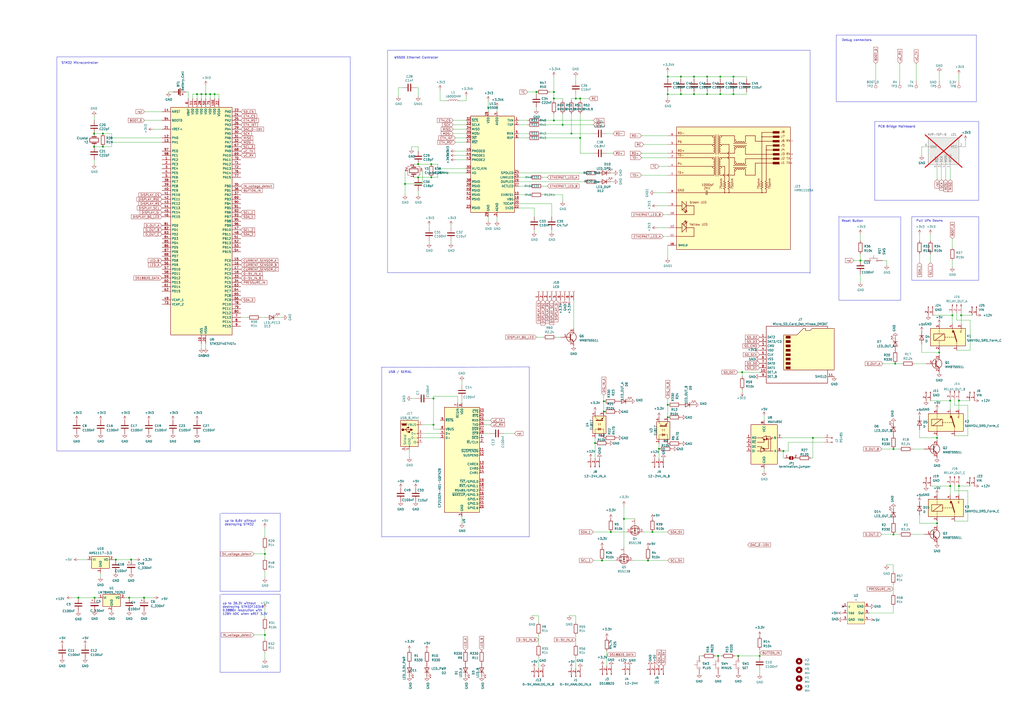
<source format=kicad_sch>
(kicad_sch (version 20231120) (generator "eeschema") (generator_version "8.0")
  (paper "A2")
  (lib_symbols
    (symbol "+3.3V_1" (power) (pin_numbers hide) (pin_names (offset 0) hide)
      (property "Value" "+3.3V" (at 0 3.556 0))
      (symbol "+3.3V_1_1_1"
        (pin power_in line (at 0 0 90) (length 0) (name "~") (number "1"))
      )
    )
    (symbol "4xxx:XGZP6847A"
      (property "Reference" "U" (at 4.318 2.54 0))
      (symbol "XGZP6847A_1_1"
        (pin no_connect line (at -5.08 0 0) (length 2.54) (name "x") (number "1"))
        (pin power_in line (at -5.08 -3.81 0) (length 2.54) (name "Vdd") (number "2"))
        (pin power_in line (at -5.08 -7.62 0) (length 2.54) (name "GND") (number "3"))
        (pin power_in line (at 10.16 -7.62 180) (length 2.54) (name "Vdd") (number "4"))
        (pin output line (at 10.16 -3.81 180) (length 2.54) (name "Out") (number "5"))
        (pin power_in line (at 10.16 0 180) (length 2.54) (name "GND") (number "6"))
      )
    )
    (symbol "Connector:AVR-ISP-6" (pin_names (offset 1.016))
      (property "Reference" "J" (at -6.35 11.43 0))
      (property "Value" "AVR-ISP-6" (at 0 11.43 0))
      (symbol "AVR-ISP-6_1_1"
        (pin passive line (at 10.16 5.08 180) (length 2.54) (name "MISO") (number "1"))
        (pin passive line (at -2.54 12.7 270) (length 2.54) (name "VCC") (number "2"))
        (pin passive line (at 10.16 0 180) (length 2.54) (name "SCK") (number "3"))
        (pin passive line (at 10.16 2.54 180) (length 2.54) (name "MOSI") (number "4"))
        (pin passive line (at 10.16 -2.54 180) (length 2.54) (name "~{RST}") (number "5"))
        (pin passive line (at -2.54 -10.16 90) (length 2.54) (name "GND") (number "6"))
      )
    )
    (symbol "Connector:Conn_01x02_Pin" (pin_names (offset 1.016) hide)
      (property "Reference" "J" (at 0 2.54 0))
      (property "Value" "Conn_01x02_Pin" (at 0 -5.08 0))
      (symbol "Conn_01x02_Pin_1_1"
        (pin passive line (at 5.08 0 180) (length 3.81) (name "Pin_1") (number "1"))
        (pin passive line (at 5.08 -2.54 180) (length 3.81) (name "Pin_2") (number "2"))
      )
    )
    (symbol "Connector:Conn_01x03_Pin" (pin_names (offset 1.016) hide)
      (property "Reference" "J" (at 0 5.08 0))
      (property "Value" "Conn_01x03_Pin" (at 0 -5.08 0))
      (symbol "Conn_01x03_Pin_1_1"
        (pin passive line (at 5.08 2.54 180) (length 3.81) (name "Pin_1") (number "1"))
        (pin passive line (at 5.08 0 180) (length 3.81) (name "Pin_2") (number "2"))
        (pin passive line (at 5.08 -2.54 180) (length 3.81) (name "Pin_3") (number "3"))
      )
    )
    (symbol "Connector:Conn_01x04_Pin" (pin_names (offset 1.016) hide)
      (property "Reference" "J" (at 0 5.08 0))
      (property "Value" "Conn_01x04_Pin" (at 0 -7.62 0))
      (symbol "Conn_01x04_Pin_1_1"
        (pin passive line (at 5.08 2.54 180) (length 3.81) (name "Pin_1") (number "1"))
        (pin passive line (at 5.08 0 180) (length 3.81) (name "Pin_2") (number "2"))
        (pin passive line (at 5.08 -2.54 180) (length 3.81) (name "Pin_3") (number "3"))
        (pin passive line (at 5.08 -5.08 180) (length 3.81) (name "Pin_4") (number "4"))
      )
    )
    (symbol "Connector:Conn_01x09_Socket" (pin_names (offset 1.016) hide)
      (property "Reference" "J" (at 0 12.7 0))
      (property "Value" "Conn_01x09_Socket" (at 0 -12.7 0))
      (symbol "Conn_01x09_Socket_1_1"
        (pin passive line (at -5.08 10.16 0) (length 3.81) (name "Pin_1") (number "1"))
        (pin passive line (at -5.08 7.62 0) (length 3.81) (name "Pin_2") (number "2"))
        (pin passive line (at -5.08 5.08 0) (length 3.81) (name "Pin_3") (number "3"))
        (pin passive line (at -5.08 2.54 0) (length 3.81) (name "Pin_4") (number "4"))
        (pin passive line (at -5.08 0 0) (length 3.81) (name "Pin_5") (number "5"))
        (pin passive line (at -5.08 -2.54 0) (length 3.81) (name "Pin_6") (number "6"))
        (pin passive line (at -5.08 -5.08 0) (length 3.81) (name "Pin_7") (number "7"))
        (pin passive line (at -5.08 -7.62 0) (length 3.81) (name "Pin_8") (number "8"))
        (pin passive line (at -5.08 -10.16 0) (length 3.81) (name "Pin_9") (number "9"))
      )
    )
    (symbol "Connector:Micro_SD_Card_Det_Hirose_DM3AT"
      (property "Reference" "J" (at -16.51 17.78 0))
      (property "Value" "Micro_SD_Card_Det_Hirose_DM3AT" (at 16.51 17.78 0))
      (symbol "Micro_SD_Card_Det_Hirose_DM3AT_1_1"
        (pin bidirectional line (at -22.86 10.16 0) (length 3.81) (name "DAT2") (number "1"))
        (pin passive line (at -22.86 -10.16 0) (length 3.81) (name "DET_A") (number "10"))
        (pin passive line (at 20.32 -12.7 180) (length 3.81) (name "SHIELD") (number "11"))
        (pin bidirectional line (at -22.86 7.62 0) (length 3.81) (name "DAT3/CD") (number "2"))
        (pin input line (at -22.86 5.08 0) (length 3.81) (name "CMD") (number "3"))
        (pin power_in line (at -22.86 2.54 0) (length 3.81) (name "VDD") (number "4"))
        (pin input line (at -22.86 0 0) (length 3.81) (name "CLK") (number "5"))
        (pin power_in line (at -22.86 -2.54 0) (length 3.81) (name "VSS") (number "6"))
        (pin bidirectional line (at -22.86 -5.08 0) (length 3.81) (name "DAT0") (number "7"))
        (pin bidirectional line (at -22.86 -7.62 0) (length 3.81) (name "DAT1") (number "8"))
        (pin passive line (at -22.86 -12.7 0) (length 3.81) (name "DET_B") (number "9"))
      )
    )
    (symbol "Connector:TestPoint" (pin_numbers hide) (pin_names (offset 0.762) hide)
      (property "Reference" "TP" (at 0 6.858 0))
      (property "Value" "TestPoint" (at 0 5.08 0))
      (symbol "TestPoint_1_1"
        (pin passive line (at 0 0 90) (length 2.54) (name "1") (number "1"))
      )
    )
    (symbol "Connector:USB_B_Mini" (pin_names (offset 1.016))
      (property "Reference" "J" (at -5.08 11.43 0))
      (property "Value" "USB_B_Mini" (at -5.08 8.89 0))
      (symbol "USB_B_Mini_1_1"
        (pin power_out line (at 7.62 5.08 180) (length 2.54) (name "VBUS") (number "1"))
        (pin bidirectional line (at 7.62 -2.54 180) (length 2.54) (name "D-") (number "2"))
        (pin bidirectional line (at 7.62 0 180) (length 2.54) (name "D+") (number "3"))
        (pin passive line (at 7.62 -5.08 180) (length 2.54) (name "ID") (number "4"))
        (pin power_out line (at 0 -10.16 90) (length 2.54) (name "GND") (number "5"))
        (pin passive line (at -2.54 -10.16 90) (length 2.54) (name "Shield") (number "6"))
      )
    )
    (symbol "Connector_Audio:AudioJack4_Ground"
      (property "Reference" "J" (at 0 8.89 0))
      (property "Value" "AudioJack4_Ground" (at 0 6.35 0))
      (symbol "AudioJack4_Ground_1_1"
        (pin passive line (at 0 -10.16 90) (length 2.54) (name "~") (number "G"))
        (pin passive line (at 5.08 -2.54 180) (length 2.54) (name "~") (number "R1"))
        (pin passive line (at 5.08 0 180) (length 2.54) (name "~") (number "R2"))
        (pin passive line (at 5.08 2.54 180) (length 2.54) (name "~") (number "S"))
        (pin passive line (at 5.08 -5.08 180) (length 2.54) (name "~") (number "T"))
      )
    )
    (symbol "Device:Battery_Cell" (pin_numbers hide) (pin_names (offset 0) hide)
      (property "Reference" "BT" (at 2.54 2.54 0))
      (property "Value" "Battery_Cell" (at 2.54 0 0))
      (symbol "Battery_Cell_1_1"
        (pin passive line (at 0 5.08 270) (length 2.54) (name "+") (number "1"))
        (pin passive line (at 0 -2.54 90) (length 2.54) (name "-") (number "2"))
      )
    )
    (symbol "Device:C" (pin_numbers hide) (pin_names (offset 0.254))
      (property "Reference" "C" (at 0.635 2.54 0))
      (property "Value" "C" (at 0.635 -2.54 0))
      (symbol "C_1_1"
        (pin passive line (at 0 3.81 270) (length 2.794) (name "~") (number "1"))
        (pin passive line (at 0 -3.81 90) (length 2.794) (name "~") (number "2"))
      )
    )
    (symbol "Device:C_Polarized" (pin_numbers hide) (pin_names (offset 0.254))
      (property "Reference" "C" (at 0.635 2.54 0))
      (property "Value" "C_Polarized" (at 0.635 -2.54 0))
      (symbol "C_Polarized_1_1"
        (pin passive line (at 0 3.81 270) (length 2.794) (name "~") (number "1"))
        (pin passive line (at 0 -3.81 90) (length 2.794) (name "~") (number "2"))
      )
    )
    (symbol "Device:Crystal" (pin_numbers hide) (pin_names (offset 1.016) hide)
      (property "Reference" "Y" (at 0 3.81 0))
      (property "Value" "Crystal" (at 0 -3.81 0))
      (symbol "Crystal_1_1"
        (pin passive line (at -3.81 0 0) (length 1.27) (name "1") (number "1"))
        (pin passive line (at 3.81 0 180) (length 1.27) (name "2") (number "2"))
      )
    )
    (symbol "Device:Crystal_GND24" (pin_names (offset 1.016) hide)
      (property "Reference" "Y" (at 3.175 5.08 0))
      (property "Value" "Crystal_GND24" (at 3.175 3.175 0))
      (symbol "Crystal_GND24_1_1"
        (pin passive line (at -3.81 0 0) (length 1.27) (name "1") (number "1"))
        (pin passive line (at 0 5.08 270) (length 1.27) (name "2") (number "2"))
        (pin passive line (at 3.81 0 180) (length 1.27) (name "3") (number "3"))
        (pin passive line (at 0 -5.08 90) (length 1.27) (name "4") (number "4"))
      )
    )
    (symbol "Device:D" (pin_numbers hide) (pin_names (offset 1.016) hide)
      (property "Reference" "D" (at 0 2.54 0))
      (property "Value" "D" (at 0 -2.54 0))
      (symbol "D_1_1"
        (pin passive line (at -3.81 0 0) (length 2.54) (name "K") (number "1"))
        (pin passive line (at 3.81 0 180) (length 2.54) (name "A") (number "2"))
      )
    )
    (symbol "Device:L" (pin_numbers hide) (pin_names (offset 1.016) hide)
      (property "Reference" "L" (at -1.27 0 90))
      (property "Value" "L" (at 1.905 0 90))
      (symbol "L_1_1"
        (pin passive line (at 0 3.81 270) (length 1.27) (name "1") (number "1"))
        (pin passive line (at 0 -3.81 90) (length 1.27) (name "2") (number "2"))
      )
    )
    (symbol "Device:LED" (pin_numbers hide) (pin_names (offset 1.016) hide)
      (property "Reference" "D" (at 0 2.54 0))
      (property "Value" "LED" (at 0 -2.54 0))
      (symbol "LED_1_1"
        (pin passive line (at -3.81 0 0) (length 2.54) (name "K") (number "1"))
        (pin passive line (at 3.81 0 180) (length 2.54) (name "A") (number "2"))
      )
    )
    (symbol "Device:R" (pin_numbers hide) (pin_names (offset 0))
      (property "Reference" "R" (at 2.032 0 90))
      (property "Value" "R" (at 0 0 90))
      (symbol "R_1_1"
        (pin passive line (at 0 3.81 270) (length 1.27) (name "~") (number "1"))
        (pin passive line (at 0 -3.81 90) (length 1.27) (name "~") (number "2"))
      )
    )
    (symbol "HR911105A:HR911105A" (pin_names (offset 1.016))
      (property "Reference" "J" (at -33.1724 36.2458 0))
      (property "Value" "HR911105A_HR911105A" (at -33.1216 -38.227 0))
      (symbol "HR911105A_0_0"
        (text "1000pF" (at -18.4912 1.2446 0) (effects (font (size 1.27 1.27)) (justify left bottom)))
        (text "2KV" (at -17.2212 -0.6604 0) (effects (font (size 1.27 1.27)) (justify left bottom)))
        (text "75ohm" (at -6.4008 -0.6604 900) (effects (font (size 1.27 1.27)) (justify left bottom)))
        (text "75ohm" (at 0 -0.6604 900) (effects (font (size 1.27 1.27)) (justify left bottom)))
        (text "75ohm" (at 15.3416 -0.6604 900) (effects (font (size 1.27 1.27)) (justify left bottom)))
        (text "75ohm" (at 21.6916 -0.6604 900) (effects (font (size 1.27 1.27)) (justify left bottom)))
        (text "GND" (at -32.5374 -1.905 0) (effects (font (size 1.27 1.27)) (justify left bottom)))
        (text "Green LED" (at -25.5016 -8.9154 0) (effects (font (size 1.27 1.27)) (justify left bottom)))
        (text "J1 TX+" (at 27.432 13.9954 0) (effects (font (size 1.27 1.27)) (justify left bottom)))
        (text "J2 TX-" (at 27.4574 16.5862 0) (effects (font (size 1.27 1.27)) (justify left bottom)))
        (text "J3 RX+" (at 27.4574 19.1516 0) (effects (font (size 1.27 1.27)) (justify left bottom)))
        (text "J4" (at 27.4574 21.717 0) (effects (font (size 1.27 1.27)) (justify left bottom)))
        (text "J5" (at 27.4828 24.257 0) (effects (font (size 1.27 1.27)) (justify left bottom)))
        (text "J6 RX-" (at 27.4574 26.8224 0) (effects (font (size 1.27 1.27)) (justify left bottom)))
        (text "J7" (at 27.4574 29.3624 0) (effects (font (size 1.27 1.27)) (justify left bottom)))
        (text "J8" (at 27.4574 31.9278 0) (effects (font (size 1.27 1.27)) (justify left bottom)))
        (text "P4" (at -32.5374 13.4112 0) (effects (font (size 1.27 1.27)) (justify left bottom)))
        (text "P5" (at -32.5374 26.162 0) (effects (font (size 1.27 1.27)) (justify left bottom)))
        (text "RD+" (at -32.4866 21.0312 0) (effects (font (size 1.27 1.27)) (justify left bottom)))
        (text "RD-" (at -32.4866 31.2166 0) (effects (font (size 1.27 1.27)) (justify left bottom)))
        (text "TD+" (at -32.5628 8.3058 0) (effects (font (size 1.27 1.27)) (justify left bottom)))
        (text "TD-" (at -32.512 18.4912 0) (effects (font (size 1.27 1.27)) (justify left bottom)))
        (text "Yellow LED" (at -25.527 -21.717 0) (effects (font (size 1.27 1.27)) (justify left bottom)))
        (pin passive line (at -38.1 7.62 0) (length 5.08) (name "~") (number "1"))
        (pin passive line (at -38.1 -15.24 0) (length 5.08) (name "~") (number "10"))
        (pin passive line (at -38.1 -27.94 0) (length 5.08) (name "~") (number "11"))
        (pin passive line (at -38.1 -22.86 0) (length 5.08) (name "~") (number "12"))
        (pin passive line (at -38.1 -33.02 0) (length 5.08) (name "SHIELD") (number "15"))
        (pin passive line (at -38.1 -33.02 0) (length 5.08) (name "SHIELD") (number "16"))
        (pin passive line (at -38.1 17.78 0) (length 5.08) (name "~") (number "2"))
        (pin passive line (at -38.1 20.32 0) (length 5.08) (name "~") (number "3"))
        (pin passive line (at -38.1 12.7 0) (length 5.08) (name "~") (number "4"))
        (pin passive line (at -38.1 25.4 0) (length 5.08) (name "~") (number "5"))
        (pin passive line (at -38.1 30.48 0) (length 5.08) (name "~") (number "6"))
        (pin power_in line (at -38.1 -2.54 0) (length 5.08) (name "~") (number "8"))
        (pin passive line (at -38.1 -10.16 0) (length 5.08) (name "~") (number "9"))
      )
    )
    (symbol "Interface_Ethernet:W5500"
      (property "Reference" "U" (at -11.43 29.21 0))
      (property "Value" "W5500" (at 8.89 29.21 0))
      (symbol "W5500_1_1"
        (pin output line (at 15.24 25.4 180) (length 2.54) (name "TXN") (number "1"))
        (pin passive line (at 15.24 -17.78 180) (length 2.54) (name "EXRES1") (number "10"))
        (pin passive line (at 2.54 30.48 270) (length 2.54) hide (name "AVDD") (number "11"))
        (pin no_connect line (at 12.7 7.62 180) (length 2.54) hide (name "NC") (number "12"))
        (pin no_connect line (at 12.7 5.08 180) (length 2.54) hide (name "NC") (number "13"))
        (pin passive line (at 2.54 -30.48 90) (length 2.54) hide (name "AGND") (number "14"))
        (pin passive line (at 2.54 30.48 270) (length 2.54) hide (name "AVDD") (number "15"))
        (pin passive line (at 2.54 -30.48 90) (length 2.54) hide (name "AGND") (number "16"))
        (pin passive line (at 2.54 30.48 270) (length 2.54) hide (name "AVDD") (number "17"))
        (pin passive line (at 15.24 -20.32 180) (length 2.54) (name "VBG") (number "18"))
        (pin passive line (at 2.54 -30.48 90) (length 2.54) hide (name "AGND") (number "19"))
        (pin output line (at 15.24 22.86 180) (length 2.54) (name "TXP") (number "2"))
        (pin passive line (at 15.24 -22.86 180) (length 2.54) (name "TOCAP") (number "20"))
        (pin passive line (at 2.54 30.48 270) (length 2.54) hide (name "AVDD") (number "21"))
        (pin output line (at 15.24 -25.4 180) (length 2.54) (name "1V2O") (number "22"))
        (pin input line (at -15.24 -25.4 0) (length 2.54) (name "RSVD") (number "23"))
        (pin output line (at 15.24 -5.08 180) (length 2.54) (name "SPDLED") (number "24"))
        (pin output line (at 15.24 -7.62 180) (length 2.54) (name "LINKLED") (number "25"))
        (pin output line (at 15.24 -10.16 180) (length 2.54) (name "DUPLED") (number "26"))
        (pin output line (at 15.24 -12.7 180) (length 2.54) (name "ACTLED") (number "27"))
        (pin power_in line (at -2.54 30.48 270) (length 2.54) (name "VDD") (number "28"))
        (pin power_in line (at -2.54 -30.48 90) (length 2.54) (name "GND") (number "29"))
        (pin power_in line (at 2.54 -30.48 90) (length 2.54) (name "AGND") (number "3"))
        (pin input line (at -15.24 -2.54 0) (length 2.54) (name "XI/CLKIN") (number "30"))
        (pin output line (at -15.24 -5.08 0) (length 2.54) (name "XO") (number "31"))
        (pin input line (at -15.24 25.4 0) (length 2.54) (name "~{SCS}") (number "32"))
        (pin input line (at -15.24 22.86 0) (length 2.54) (name "SCLK") (number "33"))
        (pin output line (at -15.24 20.32 0) (length 2.54) (name "MISO") (number "34"))
        (pin input line (at -15.24 17.78 0) (length 2.54) (name "MOSI") (number "35"))
        (pin input line (at -15.24 15.24 0) (length 2.54) (name "~{INT}") (number "36"))
        (pin input line (at -15.24 12.7 0) (length 2.54) (name "~{RST}") (number "37"))
        (pin input line (at -15.24 -10.16 0) (length 2.54) (name "RSVD") (number "38"))
        (pin input line (at -15.24 -12.7 0) (length 2.54) (name "RSVD") (number "39"))
        (pin power_in line (at 2.54 30.48 270) (length 2.54) (name "AVDD") (number "4"))
        (pin input line (at -15.24 -15.24 0) (length 2.54) (name "RSVD") (number "40"))
        (pin input line (at -15.24 -17.78 0) (length 2.54) (name "RSVD") (number "41"))
        (pin input line (at -15.24 -20.32 0) (length 2.54) (name "RSVD") (number "42"))
        (pin input line (at -15.24 2.54 0) (length 2.54) (name "PMODE2") (number "43"))
        (pin input line (at -15.24 5.08 0) (length 2.54) (name "PMODE1") (number "44"))
        (pin input line (at -15.24 7.62 0) (length 2.54) (name "PMODE0") (number "45"))
        (pin no_connect line (at 12.7 2.54 180) (length 2.54) hide (name "NC") (number "46"))
        (pin no_connect line (at 12.7 0 180) (length 2.54) hide (name "NC") (number "47"))
        (pin passive line (at 2.54 -30.48 90) (length 2.54) hide (name "AGND") (number "48"))
        (pin input line (at 15.24 17.78 180) (length 2.54) (name "RXN") (number "5"))
        (pin input line (at 15.24 15.24 180) (length 2.54) (name "RXP") (number "6"))
        (pin no_connect line (at 12.7 10.16 180) (length 2.54) hide (name "DNC") (number "7"))
        (pin passive line (at 2.54 30.48 270) (length 2.54) hide (name "AVDD") (number "8"))
        (pin passive line (at 2.54 -30.48 90) (length 2.54) hide (name "AGND") (number "9"))
      )
    )
    (symbol "Interface_UART:MAX485E"
      (property "Reference" "U" (at -6.096 11.43 0))
      (property "Value" "MAX485E" (at 0.762 11.43 0))
      (symbol "MAX485E_1_1"
        (pin output line (at -10.16 2.54 0) (length 2.54) (name "RO") (number "1"))
        (pin input line (at -10.16 0 0) (length 2.54) (name "~{RE}") (number "2"))
        (pin input line (at -10.16 -2.54 0) (length 2.54) (name "DE") (number "3"))
        (pin input line (at -10.16 -5.08 0) (length 2.54) (name "DI") (number "4"))
        (pin power_in line (at 0 -15.24 90) (length 2.54) (name "GND") (number "5"))
        (pin bidirectional line (at 10.16 -5.08 180) (length 2.54) (name "A") (number "6"))
        (pin bidirectional line (at 10.16 2.54 180) (length 2.54) (name "B") (number "7"))
        (pin power_in line (at 0 12.7 270) (length 2.54) (name "VCC") (number "8"))
      )
    )
    (symbol "Interface_USB:CP2102N-A01-GQFN28"
      (property "Reference" "U" (at -7.62 31.75 0))
      (property "Value" "Interface_USB_CP2102N-A01-GQFN28" (at 26.67 31.75 0))
      (symbol "CP2102N-A01-GQFN28_1_1"
        (pin input line (at 12.7 12.7 180) (length 2.54) (name "~{DCD}") (number "1"))
        (pin no_connect line (at -10.16 -10.16 0) (length 2.54) hide (name "NC") (number "10"))
        (pin output line (at 12.7 5.08 180) (length 2.54) (name "~{SUSPENDb}") (number "11"))
        (pin output line (at 12.7 2.54 180) (length 2.54) (name "SUSPEND") (number "12"))
        (pin output line (at 12.7 -2.54 180) (length 2.54) (name "CHREN") (number "13"))
        (pin output line (at 12.7 -7.62 180) (length 2.54) (name "CHR1") (number "14"))
        (pin output line (at 12.7 -5.08 180) (length 2.54) (name "CHR0") (number "15"))
        (pin bidirectional line (at 12.7 -20.32 180) (length 2.54) (name "~{WAKEUP}/GPIO.3") (number "16"))
        (pin bidirectional line (at 12.7 -17.78 180) (length 2.54) (name "RS485/GPIO.2") (number "17"))
        (pin bidirectional line (at 12.7 -15.24 180) (length 2.54) (name "~{RXT}/GPIO.1") (number "18"))
        (pin bidirectional line (at 12.7 -12.7 180) (length 2.54) (name "~{TXT}/GPIO.0") (number "19"))
        (pin bidirectional line (at 12.7 10.16 180) (length 2.54) (name "~{RI}/CLK") (number "2"))
        (pin bidirectional line (at 12.7 -27.94 180) (length 2.54) (name "GPIO.6") (number "20"))
        (pin bidirectional line (at 12.7 -25.4 180) (length 2.54) (name "GPIO.5") (number "21"))
        (pin bidirectional line (at 12.7 -22.86 180) (length 2.54) (name "GPIO.4") (number "22"))
        (pin input line (at 12.7 27.94 180) (length 2.54) (name "~{CTS}") (number "23"))
        (pin output line (at 12.7 25.4 180) (length 2.54) (name "~{RTS}") (number "24"))
        (pin input line (at 12.7 22.86 180) (length 2.54) (name "RXD") (number "25"))
        (pin output line (at 12.7 20.32 180) (length 2.54) (name "TXD") (number "26"))
        (pin input line (at 12.7 17.78 180) (length 2.54) (name "~{DSR}") (number "27"))
        (pin output line (at 12.7 15.24 180) (length 2.54) (name "~{DTR}") (number "28"))
        (pin passive line (at 0 -33.02 90) (length 2.54) hide (name "GND") (number "29"))
        (pin power_in line (at 0 -33.02 90) (length 2.54) (name "GND") (number "3"))
        (pin bidirectional line (at -12.7 15.24 0) (length 2.54) (name "D+") (number "4"))
        (pin bidirectional line (at -12.7 12.7 0) (length 2.54) (name "D-") (number "5"))
        (pin passive line (at 0 33.02 270) (length 2.54) (name "VDD") (number "6"))
        (pin power_in line (at -2.54 33.02 270) (length 2.54) (name "REGIN") (number "7"))
        (pin input line (at -12.7 17.78 0) (length 2.54) (name "VBUS") (number "8"))
        (pin input line (at -12.7 22.86 0) (length 2.54) (name "~{RSTb}") (number "9"))
      )
    )
    (symbol "Isolator:EL817" (pin_names (offset 1.016))
      (property "Reference" "U" (at -5.08 5.08 0))
      (property "Value" "EL817" (at 0 5.08 0))
      (symbol "EL817_1_1"
        (pin passive line (at -7.62 2.54 0) (length 2.54) (name "~") (number "1"))
        (pin passive line (at -7.62 -2.54 0) (length 2.54) (name "~") (number "2"))
        (pin passive line (at 7.62 -2.54 180) (length 2.54) (name "~") (number "3"))
        (pin passive line (at 7.62 2.54 180) (length 2.54) (name "~") (number "4"))
      )
    )
    (symbol "Jumper:SolderJumper_2_Open" (pin_names (offset 0) hide)
      (property "Reference" "JP" (at 0 2.032 0))
      (property "Value" "SolderJumper_2_Open" (at 0 -2.54 0))
      (symbol "SolderJumper_2_Open_1_1"
        (pin passive line (at -3.81 0 0) (length 2.54) (name "A") (number "1"))
        (pin passive line (at 3.81 0 180) (length 2.54) (name "B") (number "2"))
      )
    )
    (symbol "MCU_ST_STM32F4:STM32F407VGTx"
      (property "Reference" "U" (at -17.78 67.31 0))
      (property "Value" "STM32F407VGTx" (at 12.7 67.31 0))
      (symbol "STM32F407VGTx_1_1"
        (pin bidirectional line (at -22.86 35.56 0) (length 5.08) (name "PE2") (number "1"))
        (pin power_in line (at 0 -71.12 90) (length 5.08) (name "VSS") (number "10"))
        (pin power_in line (at 7.62 71.12 270) (length 5.08) (name "VDD") (number "100"))
        (pin power_in line (at -5.08 71.12 270) (length 5.08) (name "VDD") (number "11"))
        (pin bidirectional line (at -22.86 48.26 0) (length 5.08) (name "PH0") (number "12"))
        (pin bidirectional line (at -22.86 45.72 0) (length 5.08) (name "PH1") (number "13"))
        (pin input line (at -22.86 63.5 0) (length 5.08) (name "NRST") (number "14"))
        (pin bidirectional line (at 22.86 -22.86 180) (length 5.08) (name "PC0") (number "15"))
        (pin bidirectional line (at 22.86 -25.4 180) (length 5.08) (name "PC1") (number "16"))
        (pin bidirectional line (at 22.86 -27.94 180) (length 5.08) (name "PC2") (number "17"))
        (pin bidirectional line (at 22.86 -30.48 180) (length 5.08) (name "PC3") (number "18"))
        (pin power_in line (at -2.54 71.12 270) (length 5.08) (name "VDD") (number "19"))
        (pin bidirectional line (at -22.86 33.02 0) (length 5.08) (name "PE3") (number "2"))
        (pin power_in line (at 2.54 -71.12 90) (length 5.08) (name "VSSA") (number "20"))
        (pin input line (at -22.86 53.34 0) (length 5.08) (name "VREF+") (number "21"))
        (pin power_in line (at 10.16 71.12 270) (length 5.08) (name "VDDA") (number "22"))
        (pin bidirectional line (at 22.86 63.5 180) (length 5.08) (name "PA0") (number "23"))
        (pin bidirectional line (at 22.86 60.96 180) (length 5.08) (name "PA1") (number "24"))
        (pin bidirectional line (at 22.86 58.42 180) (length 5.08) (name "PA2") (number "25"))
        (pin bidirectional line (at 22.86 55.88 180) (length 5.08) (name "PA3") (number "26"))
        (pin passive line (at 0 -71.12 90) (length 5.08) hide (name "VSS") (number "27"))
        (pin power_in line (at 0 71.12 270) (length 5.08) (name "VDD") (number "28"))
        (pin bidirectional line (at 22.86 53.34 180) (length 5.08) (name "PA4") (number "29"))
        (pin bidirectional line (at -22.86 30.48 0) (length 5.08) (name "PE4") (number "3"))
        (pin bidirectional line (at 22.86 50.8 180) (length 5.08) (name "PA5") (number "30"))
        (pin bidirectional line (at 22.86 48.26 180) (length 5.08) (name "PA6") (number "31"))
        (pin bidirectional line (at 22.86 45.72 180) (length 5.08) (name "PA7") (number "32"))
        (pin bidirectional line (at 22.86 -33.02 180) (length 5.08) (name "PC4") (number "33"))
        (pin bidirectional line (at 22.86 -35.56 180) (length 5.08) (name "PC5") (number "34"))
        (pin bidirectional line (at 22.86 20.32 180) (length 5.08) (name "PB0") (number "35"))
        (pin bidirectional line (at 22.86 17.78 180) (length 5.08) (name "PB1") (number "36"))
        (pin bidirectional line (at 22.86 15.24 180) (length 5.08) (name "PB2") (number "37"))
        (pin bidirectional line (at -22.86 22.86 0) (length 5.08) (name "PE7") (number "38"))
        (pin bidirectional line (at -22.86 20.32 0) (length 5.08) (name "PE8") (number "39"))
        (pin bidirectional line (at -22.86 27.94 0) (length 5.08) (name "PE5") (number "4"))
        (pin bidirectional line (at -22.86 17.78 0) (length 5.08) (name "PE9") (number "40"))
        (pin bidirectional line (at -22.86 15.24 0) (length 5.08) (name "PE10") (number "41"))
        (pin bidirectional line (at -22.86 12.7 0) (length 5.08) (name "PE11") (number "42"))
        (pin bidirectional line (at -22.86 10.16 0) (length 5.08) (name "PE12") (number "43"))
        (pin bidirectional line (at -22.86 7.62 0) (length 5.08) (name "PE13") (number "44"))
        (pin bidirectional line (at -22.86 5.08 0) (length 5.08) (name "PE14") (number "45"))
        (pin bidirectional line (at -22.86 2.54 0) (length 5.08) (name "PE15") (number "46"))
        (pin bidirectional line (at 22.86 -5.08 180) (length 5.08) (name "PB10") (number "47"))
        (pin bidirectional line (at 22.86 -7.62 180) (length 5.08) (name "PB11") (number "48"))
        (pin power_out line (at -22.86 -45.72 0) (length 5.08) (name "VCAP_1") (number "49"))
        (pin bidirectional line (at -22.86 25.4 0) (length 5.08) (name "PE6") (number "5"))
        (pin power_in line (at 2.54 71.12 270) (length 5.08) (name "VDD") (number "50"))
        (pin bidirectional line (at 22.86 -10.16 180) (length 5.08) (name "PB12") (number "51"))
        (pin bidirectional line (at 22.86 -12.7 180) (length 5.08) (name "PB13") (number "52"))
        (pin bidirectional line (at 22.86 -15.24 180) (length 5.08) (name "PB14") (number "53"))
        (pin bidirectional line (at 22.86 -17.78 180) (length 5.08) (name "PB15") (number "54"))
        (pin bidirectional line (at -22.86 -22.86 0) (length 5.08) (name "PD8") (number "55"))
        (pin bidirectional line (at -22.86 -25.4 0) (length 5.08) (name "PD9") (number "56"))
        (pin bidirectional line (at -22.86 -27.94 0) (length 5.08) (name "PD10") (number "57"))
        (pin bidirectional line (at -22.86 -30.48 0) (length 5.08) (name "PD11") (number "58"))
        (pin bidirectional line (at -22.86 -33.02 0) (length 5.08) (name "PD12") (number "59"))
        (pin power_in line (at -7.62 71.12 270) (length 5.08) (name "VBAT") (number "6"))
        (pin bidirectional line (at -22.86 -35.56 0) (length 5.08) (name "PD13") (number "60"))
        (pin bidirectional line (at -22.86 -38.1 0) (length 5.08) (name "PD14") (number "61"))
        (pin bidirectional line (at -22.86 -40.64 0) (length 5.08) (name "PD15") (number "62"))
        (pin bidirectional line (at 22.86 -38.1 180) (length 5.08) (name "PC6") (number "63"))
        (pin bidirectional line (at 22.86 -40.64 180) (length 5.08) (name "PC7") (number "64"))
        (pin bidirectional line (at 22.86 -43.18 180) (length 5.08) (name "PC8") (number "65"))
        (pin bidirectional line (at 22.86 -45.72 180) (length 5.08) (name "PC9") (number "66"))
        (pin bidirectional line (at 22.86 43.18 180) (length 5.08) (name "PA8") (number "67"))
        (pin bidirectional line (at 22.86 40.64 180) (length 5.08) (name "PA9") (number "68"))
        (pin bidirectional line (at 22.86 38.1 180) (length 5.08) (name "PA10") (number "69"))
        (pin bidirectional line (at 22.86 -55.88 180) (length 5.08) (name "PC13") (number "7"))
        (pin bidirectional line (at 22.86 35.56 180) (length 5.08) (name "PA11") (number "70"))
        (pin bidirectional line (at 22.86 33.02 180) (length 5.08) (name "PA12") (number "71"))
        (pin bidirectional line (at 22.86 30.48 180) (length 5.08) (name "PA13") (number "72"))
        (pin power_out line (at -22.86 -48.26 0) (length 5.08) (name "VCAP_2") (number "73"))
        (pin passive line (at 0 -71.12 90) (length 5.08) hide (name "VSS") (number "74"))
        (pin power_in line (at 5.08 71.12 270) (length 5.08) (name "VDD") (number "75"))
        (pin bidirectional line (at 22.86 27.94 180) (length 5.08) (name "PA14") (number "76"))
        (pin bidirectional line (at 22.86 25.4 180) (length 5.08) (name "PA15") (number "77"))
        (pin bidirectional line (at 22.86 -48.26 180) (length 5.08) (name "PC10") (number "78"))
        (pin bidirectional line (at 22.86 -50.8 180) (length 5.08) (name "PC11") (number "79"))
        (pin bidirectional line (at 22.86 -58.42 180) (length 5.08) (name "PC14") (number "8"))
        (pin bidirectional line (at 22.86 -53.34 180) (length 5.08) (name "PC12") (number "80"))
        (pin bidirectional line (at -22.86 -2.54 0) (length 5.08) (name "PD0") (number "81"))
        (pin bidirectional line (at -22.86 -5.08 0) (length 5.08) (name "PD1") (number "82"))
        (pin bidirectional line (at -22.86 -7.62 0) (length 5.08) (name "PD2") (number "83"))
        (pin bidirectional line (at -22.86 -10.16 0) (length 5.08) (name "PD3") (number "84"))
        (pin bidirectional line (at -22.86 -12.7 0) (length 5.08) (name "PD4") (number "85"))
        (pin bidirectional line (at -22.86 -15.24 0) (length 5.08) (name "PD5") (number "86"))
        (pin bidirectional line (at -22.86 -17.78 0) (length 5.08) (name "PD6") (number "87"))
        (pin bidirectional line (at -22.86 -20.32 0) (length 5.08) (name "PD7") (number "88"))
        (pin bidirectional line (at 22.86 12.7 180) (length 5.08) (name "PB3") (number "89"))
        (pin bidirectional line (at 22.86 -60.96 180) (length 5.08) (name "PC15") (number "9"))
        (pin bidirectional line (at 22.86 10.16 180) (length 5.08) (name "PB4") (number "90"))
        (pin bidirectional line (at 22.86 7.62 180) (length 5.08) (name "PB5") (number "91"))
        (pin bidirectional line (at 22.86 5.08 180) (length 5.08) (name "PB6") (number "92"))
        (pin bidirectional line (at 22.86 2.54 180) (length 5.08) (name "PB7") (number "93"))
        (pin input line (at -22.86 58.42 0) (length 5.08) (name "BOOT0") (number "94"))
        (pin bidirectional line (at 22.86 0 180) (length 5.08) (name "PB8") (number "95"))
        (pin bidirectional line (at 22.86 -2.54 180) (length 5.08) (name "PB9") (number "96"))
        (pin bidirectional line (at -22.86 40.64 0) (length 5.08) (name "PE0") (number "97"))
        (pin bidirectional line (at -22.86 38.1 0) (length 5.08) (name "PE1") (number "98"))
        (pin passive line (at 0 -71.12 90) (length 5.08) hide (name "VSS") (number "99"))
      )
    )
    (symbol "Mechanical:MountingHole" (pin_names (offset 1.016))
      (property "Reference" "H" (at 0 5.08 0))
      (property "Value" "MountingHole" (at 0 3.175 0))
    )
    (symbol "Regulator_Linear:AMS1117-3.3"
      (property "Reference" "U" (at -3.81 3.175 0))
      (property "Value" "AMS1117-3.3" (at 0 3.175 0))
      (symbol "AMS1117-3.3_1_1"
        (pin power_in line (at 0 -7.62 90) (length 2.54) (name "GND") (number "1"))
        (pin power_out line (at 7.62 0 180) (length 2.54) (name "VO") (number "2"))
        (pin power_in line (at -7.62 0 0) (length 2.54) (name "VI") (number "3"))
      )
    )
    (symbol "Regulator_Linear:LM78M05_TO252" (pin_names (offset 0.254))
      (property "Reference" "U" (at -3.81 3.175 0))
      (property "Value" "LM78M05_TO252" (at 0 3.175 0))
      (symbol "LM78M05_TO252_1_1"
        (pin power_in line (at -7.62 0 0) (length 2.54) (name "VI") (number "1"))
        (pin power_in line (at 0 -7.62 90) (length 2.54) (name "GND") (number "2"))
        (pin power_out line (at 7.62 0 180) (length 2.54) (name "VO") (number "3"))
      )
    )
    (symbol "Relay:SANYOU_SRD_Form_C"
      (property "Reference" "K" (at 11.43 3.81 0))
      (property "Value" "SANYOU_SRD_Form_C" (at 11.43 1.27 0))
      (symbol "SANYOU_SRD_Form_C_1_1"
        (pin passive line (at 5.08 -7.62 90) (length 2.54) (name "~") (number "1"))
        (pin passive line (at -5.08 -7.62 90) (length 2.54) (name "~") (number "2"))
        (pin passive line (at 7.62 7.62 270) (length 2.54) (name "~") (number "3"))
        (pin passive line (at 2.54 7.62 270) (length 2.54) (name "~") (number "4"))
        (pin passive line (at -5.08 7.62 270) (length 2.54) (name "~") (number "5"))
      )
    )
    (symbol "Switch:SW_Push" (pin_numbers hide) (pin_names (offset 1.016) hide)
      (property "Reference" "SW" (at 1.27 2.54 0))
      (property "Value" "SW_Push" (at 0 -1.524 0))
      (symbol "SW_Push_0_1"
        (pin passive line (at -5.08 0 0) (length 2.54) (name "1") (number "1"))
        (pin passive line (at 5.08 0 180) (length 2.54) (name "2") (number "2"))
      )
    )
    (symbol "Transistor_BJT:MMBT5551L" (pin_names (offset 0) hide)
      (property "Reference" "Q" (at 5.08 1.905 0))
      (property "Value" "MMBT5551L" (at 5.08 0 0))
      (symbol "MMBT5551L_1_1"
        (pin input line (at -5.08 0 0) (length 5.715) (name "B") (number "1"))
        (pin passive line (at 2.54 -5.08 90) (length 2.54) (name "E") (number "2"))
        (pin passive line (at 2.54 5.08 270) (length 2.54) (name "C") (number "3"))
      )
    )
    (symbol "Transistor_FET:BSS138" (pin_names hide)
      (property "Reference" "Q" (at 5.08 1.905 0))
      (property "Value" "BSS138" (at 5.08 0 0))
      (symbol "BSS138_1_1"
        (pin input line (at -5.08 0 0) (length 2.54) (name "G") (number "1"))
        (pin passive line (at 2.54 -5.08 90) (length 2.54) (name "S") (number "2"))
        (pin passive line (at 2.54 5.08 270) (length 2.54) (name "D") (number "3"))
      )
    )
    (symbol "power:+12V" (power) (pin_names (offset 0))
      (property "Value" "+12V" (at 0 3.556 0))
      (symbol "+12V_1_1"
        (pin power_in line (at 0 0 90) (length 0) hide (name "+12V") (number "1"))
      )
    )
    (symbol "power:+3.3V" (power) (pin_names (offset 0))
      (property "Value" "+3.3V" (at 0 3.556 0))
      (symbol "+3.3V_1_1"
        (pin power_in line (at 0 0 90) (length 0) hide (name "+3V3") (number "1"))
      )
    )
    (symbol "power:+3.3VA" (power) (pin_names (offset 0))
      (property "Value" "+3.3VA" (at 0 3.556 0))
      (symbol "+3.3VA_1_1"
        (pin power_in line (at 0 0 90) (length 0) hide (name "+3.3VA") (number "1"))
      )
    )
    (symbol "power:+5V" (power) (pin_names (offset 0))
      (property "Value" "+5V" (at 0 3.556 0))
      (symbol "+5V_1_1"
        (pin power_in line (at 0 0 90) (length 0) hide (name "+5V") (number "1"))
      )
    )
    (symbol "power:GND" (power) (pin_names (offset 0))
      (property "Value" "GND" (at 0 -3.81 0))
      (symbol "GND_1_1"
        (pin power_in line (at 0 0 270) (length 0) hide (name "GND") (number "1"))
      )
    )
    (symbol "power:GND1" (power) (pin_names (offset 0))
      (property "Value" "GND1" (at 0 -3.81 0))
      (symbol "GND1_1_1"
        (pin power_in line (at 0 0 270) (length 0) hide (name "GND1") (number "1"))
      )
    )
  )
  (junction (at 334.01 57.15))
  (junction (at 519.303 210.947))
  (junction (at 74.93 346.71))
  (junction (at 250.19 95.25))
  (junction (at 59.69 77.47))
  (junction (at 54.61 85.09))
  (junction (at 440.69 380.492))
  (junction (at 417.83 44.45))
  (junction (at 251.46 246.38))
  (junction (at 378.46 308.61))
  (junction (at 394.97 44.45))
  (junction (at 331.47 77.47))
  (junction (at 410.21 54.61))
  (junction (at 543.56 254))
  (junction (at 116.84 54.61))
  (junction (at 153.67 321.31))
  (junction (at 350.266 238.76))
  (junction (at 54.864 346.71))
  (junction (at 387.35 242.062))
  (junction (at 518.287 310.007))
  (junction (at 326.39 72.39))
  (junction (at 121.92 54.61))
  (junction (at 54.61 77.47))
  (junction (at 624.84 288.29))
  (junction (at 350.266 232.791))
  (junction (at 321.31 69.85))
  (junction (at 394.97 54.61))
  (junction (at 124.46 54.61))
  (junction (at 345.186 257.048))
  (junction (at 76.073 324.612))
  (junction (at 59.69 85.09))
  (junction (at 551.18 232.41))
  (junction (at 311.15 53.34))
  (junction (at 543.56 303.53))
  (junction (at 67.183 324.612))
  (junction (at 387.35 44.45))
  (junction (at 416.56 380.492))
  (junction (at 552.45 182.88))
  (junction (at 417.83 54.61))
  (junction (at 336.55 80.01))
  (junction (at 250.19 102.87))
  (junction (at 425.45 54.61))
  (junction (at 425.45 44.45))
  (junction (at 336.55 57.15))
  (junction (at 354.33 308.61))
  (junction (at 499.11 151.13))
  (junction (at 387.35 234.823))
  (junction (at 119.38 54.61))
  (junction (at 349.25 325.12))
  (junction (at 375.92 325.12))
  (junction (at 114.3 54.61))
  (junction (at 242.57 102.87))
  (junction (at 382.27 260.35))
  (junction (at 410.21 44.45))
  (junction (at 387.35 54.61))
  (junction (at 557.53 182.88))
  (junction (at 83.566 346.71))
  (junction (at 321.31 57.15))
  (junction (at 45.466 346.71))
  (junction (at 402.59 44.45))
  (junction (at 471.551 254))
  (junction (at 518.287 260.477))
  (junction (at 242.57 95.25))
  (junction (at 321.31 53.34))
  (junction (at 551.18 281.94))
  (junction (at 454.406 261.62))
  (junction (at 153.67 368.3))
  (junction (at 251.46 231.14))
  (junction (at 361.95 300.99))
  (junction (at 544.83 204.47))
  (junction (at 556.26 232.41))
  (junction (at 430.53 215.9))
  (junction (at 234.95 106.68))
  (junction (at 402.59 54.61))
  (junction (at 428.244 380.492))
  (junction (at 556.26 281.94))
  (no_connect (at 488.95 351.79))
  (wire (pts (xy 546.1 97.79) (xy 546.1 104.14)))
  (wire (pts (xy 519.303 210.947) (xy 522.859 210.947)))
  (wire (pts (xy 354.33 308.61) (xy 363.22 308.61)))
  (wire (pts (xy 283.21 58.42) (xy 283.21 64.77)))
  (wire (pts (xy 331.47 57.15) (xy 334.01 57.15)))
  (polyline (pts (xy 567.69 125.73) (xy 567.69 162.56)))
  (polyline (pts (xy 224.79 158.115) (xy 469.9 158.115)))
  (wire (pts (xy 518.287 260.477) (xy 521.589 260.477)))
  (wire (pts (xy 624.84 288.29) (xy 624.84 285.75)))
  (wire (pts (xy 354.33 105.41) (xy 355.6 105.41)))
  (wire (pts (xy 529.209 310.007) (xy 535.94 310.007)))
  (polyline (pts (xy 507.365 70.485) (xy 567.69 70.485)))
  (polyline (pts (xy 162.56 297.815) (xy 162.56 342.9)))
  (wire (pts (xy 344.17 325.12) (xy 349.25 325.12)))
  (wire (pts (xy 321.31 44.45) (xy 321.31 53.34)))
  (wire (pts (xy 561.467 252.73) (xy 553.72 252.73)))
  (wire (pts (xy 284.48 246.38) (xy 280.67 246.38)))
  (wire (pts (xy 440.69 380.492) (xy 440.69 376.682)))
  (wire (pts (xy 512.1631 210.947) (xy 519.303 210.947)))
  (wire (pts (xy 264.16 92.71) (xy 270.51 92.71)))
  (wire (pts (xy 499.11 147.32) (xy 499.11 151.13)))
  (wire (pts (xy 553.72 281.432) (xy 553.72 284.607)))
  (wire (pts (xy 425.45 44.45) (xy 417.83 44.45)))
  (wire (pts (xy 78.613 324.612) (xy 76.073 324.612)))
  (polyline (pts (xy 203.2 33.02) (xy 203.2 261.62)))
  (polyline (pts (xy 485.14 59.055) (xy 485.14 20.32)))
  (wire (pts (xy 283.21 125.73) (xy 283.21 128.27)))
  (wire (pts (xy 314.96 195.58) (xy 311.15 195.58)))
  (wire (pts (xy 251.46 231.14) (xy 251.46 246.38)))
  (wire (pts (xy 533.4 147.32) (xy 533.4 152.4)))
  (wire (pts (xy 309.88 133.35) (xy 309.88 134.62)))
  (wire (pts (xy 417.83 53.34) (xy 417.83 54.61)))
  (wire (pts (xy 313.69 69.85) (xy 321.31 69.85)))
  (wire (pts (xy 153.67 311.15) (xy 153.67 306.07)))
  (wire (pts (xy 518.16 351.79) (xy 518.16 355.6)))
  (wire (pts (xy 361.95 293.37) (xy 361.95 300.99)))
  (wire (pts (xy 350.266 232.791) (xy 350.266 238.76)))
  (wire (pts (xy 551.18 231.902) (xy 551.18 232.41)))
  (polyline (pts (xy 128.27 344.805) (xy 162.56 344.805)))
  (wire (pts (xy 560.07 85.09) (xy 558.8 85.09)))
  (wire (pts (xy 245.11 106.68) (xy 234.95 106.68)))
  (wire (pts (xy 556.26 231.902) (xy 556.26 232.41)))
  (wire (pts (xy 372.11 88.9) (xy 387.35 88.9)))
  (wire (pts (xy 410.21 54.61) (xy 417.83 54.61)))
  (wire (pts (xy 334.01 368.554) (xy 334.01 373.634)))
  (wire (pts (xy 518.16 327.66) (xy 518.16 331.47)))
  (wire (pts (xy 553.72 235.077) (xy 561.467 235.077)))
  (wire (pts (xy 153.67 368.3) (xy 153.67 370.84)))
  (wire (pts (xy 111.76 54.61) (xy 111.76 57.15)))
  (wire (pts (xy 254 100.33) (xy 254 102.87)))
  (wire (pts (xy 321.31 53.34) (xy 321.31 57.15)))
  (wire (pts (xy 83.566 346.71) (xy 74.93 346.71)))
  (wire (pts (xy 292.1 251.46) (xy 298.45 251.46)))
  (wire (pts (xy 394.97 44.45) (xy 387.35 44.45)))
  (wire (pts (xy 318.77 53.34) (xy 321.31 53.34)))
  (wire (pts (xy 352.044 377.698) (xy 352.044 386.334)))
  (wire (pts (xy 240.03 102.87) (xy 242.57 102.87)))
  (wire (pts (xy 417.83 54.61) (xy 425.45 54.61)))
  (wire (pts (xy 76.073 324.612) (xy 67.183 324.612)))
  (wire (pts (xy 59.69 85.09) (xy 64.77 85.09)))
  (wire (pts (xy 261.62 130.81) (xy 261.62 132.08)))
  (wire (pts (xy 251.46 229.87) (xy 251.46 231.14)))
  (wire (pts (xy 309.88 120.65) (xy 309.88 125.73)))
  (wire (pts (xy 262.89 72.39) (xy 270.51 72.39)))
  (polyline (pts (xy 522.605 174.117) (xy 486.664 174.117)))
  (wire (pts (xy 533.4 298.831) (xy 533.4 303.53)))
  (wire (pts (xy 350.266 229.235) (xy 350.266 232.791)))
  (wire (pts (xy 551.18 232.41) (xy 551.18 237.49)))
  (polyline (pts (xy 485.14 20.32) (xy 566.42 20.32)))
  (wire (pts (xy 425.45 45.72) (xy 425.45 44.45)))
  (wire (pts (xy 151.13 184.15) (xy 153.67 184.15)))
  (wire (pts (xy 54.61 77.47) (xy 59.69 77.47)))
  (wire (pts (xy 116.84 199.39) (xy 116.84 201.93)))
  (wire (pts (xy 426.212 380.492) (xy 428.244 380.492)))
  (wire (pts (xy 242.57 50.8) (xy 242.57 55.88)))
  (wire (pts (xy 440.69 391.16) (xy 440.69 388.62)))
  (wire (pts (xy 351.79 77.47) (xy 355.6 77.47)))
  (wire (pts (xy 238.76 85.09) (xy 238.76 86.36)))
  (wire (pts (xy 382.27 96.52) (xy 387.35 96.52)))
  (polyline (pts (xy 485.14 59.055) (xy 566.42 59.055)))
  (wire (pts (xy 430.53 215.9) (xy 440.69 215.9)))
  (wire (pts (xy 557.53 182.88) (xy 563.88 182.88)))
  (wire (pts (xy 367.03 325.12) (xy 375.92 325.12)))
  (wire (pts (xy 313.69 72.39) (xy 326.39 72.39)))
  (wire (pts (xy 231.14 55.88) (xy 231.14 50.8)))
  (wire (pts (xy 74.93 346.71) (xy 72.39 346.71)))
  (wire (pts (xy 109.22 53.34) (xy 109.22 57.15)))
  (polyline (pts (xy 33.02 33.02) (xy 203.2 33.02)))
  (wire (pts (xy 613.41 290.83) (xy 613.41 288.29)))
  (wire (pts (xy 300.99 105.41) (xy 339.09 105.41)))
  (polyline (pts (xy 162.56 389.89) (xy 127.635 389.89)))
  (wire (pts (xy 427.99 215.9) (xy 430.53 215.9)))
  (wire (pts (xy 321.31 57.15) (xy 326.39 57.15)))
  (wire (pts (xy 405.638 380.492) (xy 407.416 380.492)))
  (wire (pts (xy 361.95 300.99) (xy 361.95 317.5)))
  (wire (pts (xy 114.3 54.61) (xy 114.3 57.15)))
  (wire (pts (xy 54.61 69.85) (xy 54.61 67.31)))
  (wire (pts (xy 240.03 95.25) (xy 242.57 95.25)))
  (wire (pts (xy 561.467 302.26) (xy 553.72 302.26)))
  (wire (pts (xy 561.467 284.607) (xy 561.467 302.26)))
  (wire (pts (xy 521.97 46.99) (xy 521.97 36.83)))
  (wire (pts (xy 518.287 310.007) (xy 521.589 310.007)))
  (wire (pts (xy 261.62 139.7) (xy 261.62 140.97)))
  (wire (pts (xy 556.26 281.94) (xy 556.26 287.02)))
  (wire (pts (xy 116.84 54.61) (xy 119.38 54.61)))
  (polyline (pts (xy 162.56 342.9) (xy 127.635 342.9)))
  (wire (pts (xy 402.59 45.72) (xy 402.59 44.45)))
  (wire (pts (xy 153.67 365.76) (xy 153.67 368.3)))
  (wire (pts (xy 116.84 57.15) (xy 116.84 54.61)))
  (polyline (pts (xy 567.69 70.485) (xy 567.69 116.205)))
  (wire (pts (xy 557.53 182.88) (xy 557.53 187.96)))
  (wire (pts (xy 88.9 74.93) (xy 93.98 74.93)))
  (wire (pts (xy 387.35 53.34) (xy 387.35 54.61)))
  (wire (pts (xy 119.38 54.61) (xy 121.92 54.61)))
  (wire (pts (xy 306.07 80.01) (xy 300.99 80.01)))
  (wire (pts (xy 41.402 346.71) (xy 45.466 346.71)))
  (wire (pts (xy 331.47 77.47) (xy 344.17 77.47)))
  (wire (pts (xy 300.99 102.87) (xy 307.34 102.87)))
  (wire (pts (xy 300.99 118.11) (xy 320.04 118.11)))
  (wire (pts (xy 288.29 125.73) (xy 288.29 128.27)))
  (wire (pts (xy 267.97 299.72) (xy 267.97 303.53)))
  (wire (pts (xy 241.3 231.14) (xy 238.76 231.14)))
  (wire (pts (xy 387.35 231.394) (xy 387.35 234.823)))
  (polyline (pts (xy 221.234 213.106) (xy 307.086 212.852)))
  (wire (pts (xy 147.32 368.3) (xy 153.67 368.3)))
  (wire (pts (xy 534.67 199.771) (xy 534.67 204.47)))
  (wire (pts (xy 64.77 82.55) (xy 93.98 82.55)))
  (wire (pts (xy 443.23 273.558) (xy 443.23 271.78)))
  (wire (pts (xy 551.18 281.94) (xy 551.18 287.02)))
  (wire (pts (xy 254 97.79) (xy 270.51 97.79)))
  (wire (pts (xy 64.77 80.01) (xy 93.98 80.01)))
  (wire (pts (xy 64.77 82.55) (xy 64.77 85.09)))
  (wire (pts (xy 265.43 233.68) (xy 265.43 229.87)))
  (wire (pts (xy 561.467 235.077) (xy 561.467 252.73)))
  (wire (pts (xy 245.11 99.06) (xy 245.11 106.68)))
  (polyline (pts (xy 486.918 125.857) (xy 522.478 125.857)))
  (wire (pts (xy 308.61 357.124) (xy 312.42 357.124)))
  (wire (pts (xy 394.97 54.61) (xy 402.59 54.61)))
  (wire (pts (xy 378.46 308.61) (xy 387.35 308.61)))
  (wire (pts (xy 552.45 143.51) (xy 552.45 138.43)))
  (wire (pts (xy 541.02 182.88) (xy 552.45 182.88)))
  (wire (pts (xy 237.49 261.62) (xy 237.49 265.43)))
  (wire (pts (xy 511.429 310.007) (xy 518.287 310.007)))
  (wire (pts (xy 433.07 44.45) (xy 425.45 44.45)))
  (wire (pts (xy 334.01 381.254) (xy 334.01 387.604)))
  (wire (pts (xy 336.55 57.15) (xy 336.55 58.42)))
  (wire (pts (xy 54.61 92.71) (xy 54.61 95.25)))
  (wire (pts (xy 381 132.08) (xy 387.35 132.08)))
  (wire (pts (xy 345.186 257.048) (xy 345.186 265.938)))
  (wire (pts (xy 54.61 85.09) (xy 59.69 85.09)))
  (wire (pts (xy 251.46 248.92) (xy 251.46 246.38)))
  (wire (pts (xy 153.67 331.47) (xy 153.67 335.28)))
  (wire (pts (xy 557.53 181.737) (xy 557.53 182.88)))
  (wire (pts (xy 428.244 380.492) (xy 440.69 380.492)))
  (wire (pts (xy 543.56 97.79) (xy 543.56 104.14)))
  (wire (pts (xy 59.69 77.47) (xy 64.77 77.47)))
  (wire (pts (xy 387.35 54.61) (xy 387.35 57.15)))
  (polyline (pts (xy 469.9 29.21) (xy 469.9 158.75)))
  (wire (pts (xy 334.01 44.45) (xy 334.01 46.99)))
  (wire (pts (xy 248.92 130.81) (xy 248.92 132.08)))
  (wire (pts (xy 334.01 54.61) (xy 334.01 57.15)))
  (wire (pts (xy 300.99 120.65) (xy 309.88 120.65)))
  (wire (pts (xy 387.35 137.16) (xy 384.81 137.16)))
  (wire (pts (xy 313.69 77.47) (xy 331.47 77.47)))
  (wire (pts (xy 326.39 113.03) (xy 326.39 116.84)))
  (wire (pts (xy 153.67 318.77) (xy 153.67 321.31)))
  (wire (pts (xy 306.07 53.34) (xy 311.15 53.34)))
  (wire (pts (xy 300.99 69.85) (xy 306.07 69.85)))
  (wire (pts (xy 266.7 58.42) (xy 270.51 58.42)))
  (wire (pts (xy 58.293 334.772) (xy 58.293 332.232)))
  (wire (pts (xy 387.35 234.823) (xy 387.35 242.062)))
  (wire (pts (xy 454.406 261.62) (xy 457.327 261.62)))
  (wire (pts (xy 417.83 45.72) (xy 417.83 44.45)))
  (polyline (pts (xy 486.664 125.222) (xy 486.664 174.117)))
  (wire (pts (xy 349.25 325.12) (xy 356.87 325.12)))
  (polyline (pts (xy 127.635 344.805) (xy 127.635 389.89)))
  (wire (pts (xy 345.186 254) (xy 345.186 257.048)))
  (wire (pts (xy 251.46 231.14) (xy 248.92 231.14)))
  (wire (pts (xy 255.27 248.92) (xy 251.46 248.92)))
  (wire (pts (xy 556.26 281.94) (xy 562.61 281.94)))
  (polyline (pts (xy 528.955 162.56) (xy 528.955 125.73)))
  (wire (pts (xy 267.97 233.68) (xy 267.97 231.14)))
  (wire (pts (xy 534.67 85.09) (xy 534.67 90.17)))
  (wire (pts (xy 470.408 265.684) (xy 471.551 265.684)))
  (wire (pts (xy 539.75 152.4) (xy 539.75 147.32)))
  (wire (pts (xy 387.35 54.61) (xy 394.97 54.61)))
  (wire (pts (xy 153.67 321.31) (xy 153.67 323.85)))
  (wire (pts (xy 373.38 83.82) (xy 387.35 83.82)))
  (wire (pts (xy 504.19 355.6) (xy 518.16 355.6)))
  (wire (pts (xy 477.901 256.54) (xy 457.327 256.54)))
  (wire (pts (xy 336.55 80.01) (xy 336.55 88.9)))
  (wire (pts (xy 153.67 358.14) (xy 153.67 353.06)))
  (wire (pts (xy 262.89 69.85) (xy 270.51 69.85)))
  (polyline (pts (xy 307.086 311.404) (xy 221.742 311.404)))
  (wire (pts (xy 410.21 53.34) (xy 410.21 54.61)))
  (wire (pts (xy 539.75 139.7) (xy 539.75 135.89)))
  (wire (pts (xy 242.57 102.87) (xy 250.19 102.87)))
  (wire (pts (xy 242.57 87.63) (xy 242.57 85.09)))
  (wire (pts (xy 334.01 357.124) (xy 334.01 360.934)))
  (wire (pts (xy 331.47 58.42) (xy 331.47 57.15)))
  (wire (pts (xy 255.27 254) (xy 245.11 254)))
  (wire (pts (xy 440.69 381) (xy 440.69 380.492)))
  (wire (pts (xy 387.35 44.45) (xy 387.35 45.72)))
  (wire (pts (xy 556.26 232.41) (xy 556.26 237.49)))
  (polyline (pts (xy 224.79 158.115) (xy 224.79 29.21)))
  (wire (pts (xy 535.94 85.09) (xy 534.67 85.09)))
  (wire (pts (xy 410.21 45.72) (xy 410.21 44.45)))
  (wire (pts (xy 539.75 281.94) (xy 551.18 281.94)))
  (wire (pts (xy 234.95 106.68) (xy 234.95 113.03)))
  (wire (pts (xy 321.31 66.04) (xy 321.31 69.85)))
  (polyline (pts (xy 224.79 29.21) (xy 469.9 29.21)))
  (wire (pts (xy 499.11 151.13) (xy 501.65 151.13)))
  (wire (pts (xy 453.39 261.62) (xy 454.406 261.62)))
  (wire (pts (xy 111.76 54.61) (xy 114.3 54.61)))
  (wire (pts (xy 313.69 80.01) (xy 336.55 80.01)))
  (wire (pts (xy 107.95 53.34) (xy 109.22 53.34)))
  (wire (pts (xy 402.59 54.61) (xy 410.21 54.61)))
  (wire (pts (xy 410.21 44.45) (xy 402.59 44.45)))
  (wire (pts (xy 321.31 58.42) (xy 321.31 57.15)))
  (wire (pts (xy 562.737 185.674) (xy 562.737 203.2)))
  (wire (pts (xy 511.81 151.13) (xy 514.35 151.13)))
  (wire (pts (xy 402.59 53.34) (xy 402.59 54.61)))
  (wire (pts (xy 562.737 203.2) (xy 554.99 203.2)))
  (wire (pts (xy 387.35 124.46) (xy 384.81 124.46)))
  (polyline (pts (xy 566.42 20.32) (xy 566.42 59.055)))
  (wire (pts (xy 330.2 357.124) (xy 334.01 357.124)))
  (wire (pts (xy 242.57 110.49) (xy 242.57 113.03)))
  (wire (pts (xy 552.45 181.737) (xy 552.45 182.88)))
  (wire (pts (xy 262.89 77.47) (xy 270.51 77.47)))
  (wire (pts (xy 553.72 284.607) (xy 561.467 284.607)))
  (wire (pts (xy 543.56 303.53) (xy 543.56 302.26)))
  (wire (pts (xy 372.11 91.44) (xy 387.35 91.44)))
  (wire (pts (xy 280.67 251.46) (xy 284.48 251.46)))
  (wire (pts (xy 361.95 300.99) (xy 368.3 300.99)))
  (wire (pts (xy 127 54.61) (xy 124.46 54.61)))
  (wire (pts (xy 543.56 254) (xy 543.56 252.73)))
  (wire (pts (xy 83.82 69.85) (xy 93.98 69.85)))
  (wire (pts (xy 326.39 72.39) (xy 344.17 72.39)))
  (wire (pts (xy 311.15 62.23) (xy 311.15 63.5)))
  (wire (pts (xy 250.19 102.87) (xy 254 102.87)))
  (wire (pts (xy 119.38 199.39) (xy 119.38 201.93)))
  (wire (pts (xy 336.55 66.04) (xy 336.55 80.01)))
  (wire (pts (xy 242.57 85.09) (xy 238.76 85.09)))
  (wire (pts (xy 265.43 229.87) (xy 251.46 229.87)))
  (wire (pts (xy 551.18 97.79) (xy 551.18 104.14)))
  (wire (pts (xy 312.42 357.124) (xy 312.42 360.934)))
  (wire (pts (xy 556.26 46.99) (xy 556.26 43.18)))
  (wire (pts (xy 326.39 66.04) (xy 326.39 72.39)))
  (wire (pts (xy 67.183 324.612) (xy 65.913 324.612)))
  (wire (pts (xy 495.3 151.13) (xy 499.11 151.13)))
  (wire (pts (xy 344.17 308.61) (xy 354.33 308.61)))
  (wire (pts (xy 554.99 185.674) (xy 562.737 185.674)))
  (polyline (pts (xy 307.086 212.852) (xy 307.086 311.404)))
  (wire (pts (xy 254 95.25) (xy 250.19 95.25)))
  (wire (pts (xy 147.32 321.31) (xy 153.67 321.31)))
  (wire (pts (xy 139.7 184.15) (xy 143.51 184.15)))
  (wire (pts (xy 326.39 57.15) (xy 326.39 58.42)))
  (polyline (pts (xy 33.02 33.02) (xy 33.02 261.62)))
  (wire (pts (xy 457.327 256.54) (xy 457.327 261.62)))
  (wire (pts (xy 511.429 260.477) (xy 518.287 260.477)))
  (wire (pts (xy 499.11 158.75) (xy 499.11 163.83)))
  (wire (pts (xy 83.82 64.77) (xy 93.98 64.77)))
  (wire (pts (xy 508 36.83) (xy 508 46.99)))
  (wire (pts (xy 314.96 113.03) (xy 326.39 113.03)))
  (wire (pts (xy 163.83 184.15) (xy 161.29 184.15)))
  (wire (pts (xy 514.35 327.66) (xy 518.16 327.66)))
  (wire (pts (xy 270.51 82.55) (xy 264.16 82.55)))
  (wire (pts (xy 387.35 142.24) (xy 387.35 149.86)))
  (wire (pts (xy 471.551 254) (xy 477.901 254)))
  (wire (pts (xy 543.56 255.397) (xy 543.56 254)))
  (wire (pts (xy 372.11 78.74) (xy 387.35 78.74)))
  (wire (pts (xy 119.38 54.61) (xy 119.38 57.15)))
  (wire (pts (xy 387.35 111.76) (xy 379.73 111.76)))
  (wire (pts (xy 552.45 182.88) (xy 552.45 187.96)))
  (wire (pts (xy 114.3 54.61) (xy 116.84 54.61)))
  (wire (pts (xy 127 57.15) (xy 127 54.61)))
  (wire (pts (xy 45.466 346.964) (xy 45.466 346.71)))
  (wire (pts (xy 552.45 151.13) (xy 552.45 154.94)))
  (wire (pts (xy 624.84 288.29) (xy 624.84 290.83)))
  (wire (pts (xy 307.34 113.03) (xy 300.99 113.03)))
  (wire (pts (xy 387.35 41.91) (xy 387.35 44.45)))
  (wire (pts (xy 539.75 232.41) (xy 551.18 232.41)))
  (wire (pts (xy 320.04 118.11) (xy 320.04 125.73)))
  (wire (pts (xy 533.4 139.7) (xy 533.4 135.89)))
  (polyline (pts (xy 128.27 297.815) (xy 162.56 297.815)))
  (wire (pts (xy 300.99 107.95) (xy 307.34 107.95)))
  (wire (pts (xy 533.4 303.53) (xy 543.56 303.53)))
  (wire (pts (xy 533.4 249.301) (xy 533.4 254)))
  (wire (pts (xy 314.96 102.87) (xy 317.5 102.87)))
  (wire (pts (xy 394.97 53.34) (xy 394.97 54.61)))
  (wire (pts (xy 231.14 50.8) (xy 233.68 50.8)))
  (wire (pts (xy 321.31 69.85) (xy 344.17 69.85)))
  (wire (pts (xy 300.99 100.33) (xy 339.09 100.33)))
  (wire (pts (xy 314.96 107.95) (xy 317.5 107.95)))
  (wire (pts (xy 453.39 254) (xy 471.551 254)))
  (wire (pts (xy 264.16 87.63) (xy 270.51 87.63)))
  (wire (pts (xy 270.51 58.42) (xy 270.51 55.88)))
  (wire (pts (xy 255.27 58.42) (xy 259.08 58.42)))
  (wire (pts (xy 554.99 181.737) (xy 554.99 185.674)))
  (wire (pts (xy 97.79 53.34) (xy 100.33 53.34)))
  (wire (pts (xy 416.56 380.492) (xy 418.592 380.492)))
  (wire (pts (xy 530.479 210.947) (xy 537.21 210.947)))
  (wire (pts (xy 394.97 45.72) (xy 394.97 44.45)))
  (wire (pts (xy 454.406 265.684) (xy 454.406 261.62)))
  (wire (pts (xy 556.26 281.432) (xy 556.26 281.94)))
  (polyline (pts (xy 567.69 162.56) (xy 528.955 162.56)))
  (polyline (pts (xy 522.478 125.857) (xy 522.478 173.99)))
  (wire (pts (xy 311.15 54.61) (xy 311.15 53.34)))
  (wire (pts (xy 471.551 265.684) (xy 471.551 254)))
  (wire (pts (xy 351.79 88.9) (xy 355.6 88.9)))
  (wire (pts (xy 336.55 57.15) (xy 341.63 57.15)))
  (wire (pts (xy 531.495 36.83) (xy 531.495 46.99)))
  (wire (pts (xy 320.04 133.35) (xy 320.04 134.62)))
  (wire (pts (xy 499.11 139.7) (xy 499.11 135.89)))
  (wire (pts (xy 533.4 254) (xy 543.56 254)))
  (wire (pts (xy 354.33 100.33) (xy 355.6 100.33)))
  (wire (pts (xy 556.26 232.41) (xy 562.61 232.41)))
  (polyline (pts (xy 127.635 297.815) (xy 127.635 342.9)))
  (wire (pts (xy 425.45 54.61) (xy 433.07 54.61)))
  (wire (pts (xy 255.27 52.07) (xy 255.27 58.42)))
  (wire (pts (xy 270.51 80.01) (xy 264.16 80.01)))
  (wire (pts (xy 332.74 173.99) (xy 332.74 190.5)))
  (wire (pts (xy 433.07 54.61) (xy 433.07 53.34)))
  (wire (pts (xy 234.95 99.06) (xy 234.95 106.68)))
  (wire (pts (xy 514.35 151.13) (xy 514.35 153.67)))
  (wire (pts (xy 402.59 44.45) (xy 394.97 44.45)))
  (wire (pts (xy 433.07 45.72) (xy 433.07 44.45)))
  (wire (pts (xy 336.55 88.9) (xy 344.17 88.9)))
  (wire (pts (xy 121.92 54.61) (xy 124.46 54.61)))
  (wire (pts (xy 262.89 74.93) (xy 270.51 74.93)))
  (polyline (pts (xy 528.955 125.73) (xy 567.69 125.73)))
  (wire (pts (xy 264.16 90.17) (xy 270.51 90.17)))
  (wire (pts (xy 382.27 260.35) (xy 382.27 266.192)))
  (wire (pts (xy 280.67 243.84) (xy 284.48 243.84)))
  (wire (pts (xy 425.45 53.34) (xy 425.45 54.61)))
  (wire (pts (xy 322.58 195.58) (xy 325.12 195.58)))
  (wire (pts (xy 381 119.38) (xy 387.35 119.38)))
  (polyline (pts (xy 162.56 344.805) (xy 162.56 389.89)))
  (wire (pts (xy 373.38 308.61) (xy 378.46 308.61)))
  (wire (pts (xy 544.83 46.99) (xy 544.83 41.91)))
  (wire (pts (xy 89.154 346.71) (xy 83.566 346.71)))
  (wire (pts (xy 334.01 57.15) (xy 336.55 57.15)))
  (wire (pts (xy 248.92 139.7) (xy 248.92 140.97)))
  (wire (pts (xy 312.42 381.254) (xy 312.42 387.604)))
  (wire (pts (xy 45.466 346.71) (xy 54.864 346.71)))
  (wire (pts (xy 543.56 304.927) (xy 543.56 303.53)))
  (polyline (pts (xy 203.2 261.62) (xy 33.02 261.62)))
  (wire (pts (xy 153.67 378.46) (xy 153.67 382.27)))
  (polyline (pts (xy 567.69 116.205) (xy 507.365 116.205)))
  (wire (pts (xy 331.47 66.04) (xy 331.47 77.47)))
  (wire (pts (xy 312.42 368.554) (xy 312.42 373.634)))
  (wire (pts (xy 518.16 339.09) (xy 518.16 344.17)))
  (wire (pts (xy 430.53 218.44) (xy 430.53 215.9)))
  (wire (pts (xy 455.168 265.684) (xy 454.406 265.684)))
  (wire (pts (xy 254 95.25) (xy 254 97.79)))
  (wire (pts (xy 430.53 227.33) (xy 430.53 226.06)))
  (wire (pts (xy 300.99 77.47) (xy 306.07 77.47)))
  (wire (pts (xy 375.92 325.12) (xy 387.35 325.12)))
  (polyline (pts (xy 507.365 70.485) (xy 507.365 116.205)))
  (wire (pts (xy 288.29 62.23) (xy 288.29 64.77)))
  (wire (pts (xy 534.67 204.47) (xy 544.83 204.47)))
  (wire (pts (xy 241.3 50.8) (xy 242.57 50.8)))
  (wire (pts (xy 529.209 260.477) (xy 535.94 260.477)))
  (wire (pts (xy 551.18 281.432) (xy 551.18 281.94)))
  (wire (pts (xy 415.036 380.492) (xy 416.56 380.492)))
  (wire (pts (xy 544.83 204.47) (xy 544.83 203.2)))
  (wire (pts (xy 242.57 95.25) (xy 250.19 95.25)))
  (wire (pts (xy 64.77 77.47) (xy 64.77 80.01)))
  (wire (pts (xy 267.97 223.52) (xy 267.97 220.98)))
  (wire (pts (xy 553.72 231.902) (xy 553.72 235.077)))
  (wire (pts (xy 121.92 54.61) (xy 121.92 57.15)))
  (wire (pts (xy 560.07 85.09) (xy 560.07 81.28)))
  (wire (pts (xy 54.864 346.71) (xy 57.15 346.71)))
  (wire (pts (xy 245.11 251.46) (xy 255.27 251.46)))
  (wire (pts (xy 119.38 49.53) (xy 119.38 54.61)))
  (wire (pts (xy 382.27 257.302) (xy 382.27 260.35)))
  (polyline (pts (xy 221.488 213.106) (xy 221.488 311.658)))
  (wire (pts (xy 548.64 104.14) (xy 548.64 97.79)))
  (wire (pts (xy 544.83 205.867) (xy 544.83 204.47)))
  (wire (pts (xy 124.46 57.15) (xy 124.46 54.61)))
  (wire (pts (xy 417.83 44.45) (xy 410.21 44.45)))
  (wire (pts (xy 270.51 100.33) (xy 254 100.33)))
  (wire (pts (xy 613.41 288.29) (xy 624.84 288.29)))
  (wire (pts (xy 251.46 246.38) (xy 245.11 246.38)))
  (wire (pts (xy 443.23 241.427) (xy 443.23 243.84)))
  (wire (pts (xy 372.11 101.6) (xy 387.35 101.6)))
  (wire (pts (xy 306.07 72.39) (xy 300.99 72.39)))
  (wire (pts (xy 45.593 324.612) (xy 50.673 324.612)))
  (text "up to 6.6V without \ndestroying STM32" (at 130.302 305.054 0) (effects (font (size 1.27 1.27)) (justify left bottom)))
  (text "Pull UPs Downs\n" (at 531.495 128.905 0) (effects (font (size 1.27 1.27)) (justify left bottom)))
  (text "USB / SERIAL" (at 225.298 216.662 0) (effects (font (size 1.27 1.27)) (justify left bottom)))
  (text "Debug connectors" (at 488.315 24.13 0) (effects (font (size 1.27 1.27)) (justify left bottom)))
  (text "up to 36.3V without \ndestroying STM32F103c8 \n0,0886V resolution with \n12Bit ADC when aREF 3.3V" (at 129.032 356.997 0) (effects (font (size 1.27 1.27)) (justify left bottom)))
  (text "PCB Bridge Mainboard" (at 509.27 74.295 0) (effects (font (size 1.27 1.27)) (justify left bottom)))
  (text "Reset Button" (at 488.188 129.032 0) (effects (font (size 1.27 1.27)) (justify left bottom)))
  (text "STM32 Microcontroller" (at 35.56 37.338 0) (effects (font (size 1.27 1.27)) (justify left bottom)))
  (text "W5500 Ethernet Controller" (at 228.6 34.29 0) (effects (font (size 1.27 1.27)) (justify left bottom)))
  (global_label "DISPLAY_CS" (shape input) (at 312.42 173.99 270) (property "Intersheetrefs" "${INTERSHEET_REFS}" (effects (hide yes))))
  (global_label "TD+" (shape input) (at 344.17 72.39 0) (property "Intersheetrefs" "${INTERSHEET_REFS}" (effects (hide yes))))
  (global_label "CURRENT_SENSOR_C" (shape input) (at 139.7 156.21 0) (property "Intersheetrefs" "${INTERSHEET_REFS}" (effects (hide yes))))
  (global_label "CURRENT_SENSOR_A" (shape input) (at 648.97 293.37 90) (property "Intersheetrefs" "${INTERSHEET_REFS}" (effects (hide yes))))
  (global_label "uC_TX" (shape input) (at 284.48 243.84 0) (property "Intersheetrefs" "${INTERSHEET_REFS}" (effects (hide yes))))
  (global_label "ETH_RST" (shape input) (at 264.16 82.55 180) (property "Intersheetrefs" "${INTERSHEET_REFS}" (effects (hide yes))))
  (global_label "rst" (shape input) (at 543.56 104.14 270) (property "Intersheetrefs" "${INTERSHEET_REFS}" (effects (hide yes))))
  (global_label "TC" (shape input) (at 382.27 96.52 180) (property "Intersheetrefs" "${INTERSHEET_REFS}" (effects (hide yes))))
  (global_label "DS18B20_DATA" (shape input) (at 93.98 161.29 180) (property "Intersheetrefs" "${INTERSHEET_REFS}" (effects (hide yes))))
  (global_label "SDA_2" (shape input) (at 139.7 135.89 0) (property "Intersheetrefs" "${INTERSHEET_REFS}" (effects (hide yes))))
  (global_label "CURRENT_SENSOR_A" (shape input) (at 139.7 151.13 0) (property "Intersheetrefs" "${INTERSHEET_REFS}" (effects (hide yes))))
  (global_label "LED_A" (shape input) (at 93.98 153.67 180) (property "Intersheetrefs" "${INTERSHEET_REFS}" (effects (hide yes))))
  (global_label "DAC_0-10V" (shape input) (at 433.6963 316.0333 0) (property "Intersheetrefs" "${INTERSHEET_REFS}" (effects (hide yes))))
  (global_label "uC_RX" (shape input) (at 284.48 246.38 0) (property "Intersheetrefs" "${INTERSHEET_REFS}" (effects (hide yes))))
  (global_label "uC_RX" (shape input) (at 139.7 90.17 0) (property "Intersheetrefs" "${INTERSHEET_REFS}" (effects (hide yes))))
  (global_label "CURRENT_SENSOR_SUPPLY_1.65V" (shape input) (at 689.61 293.37 90) (property "Intersheetrefs" "${INTERSHEET_REFS}" (effects (hide yes))))
  (global_label "0-5V_IN_A" (shape input) (at 334.01 371.094 180) (property "Intersheetrefs" "${INTERSHEET_REFS}" (effects (hide yes))))
  (global_label "DISPLAY_RS" (shape input) (at 93.98 118.11 180) (property "Intersheetrefs" "${INTERSHEET_REFS}" (effects (hide yes))))
  (global_label "rst" (shape input) (at 298.45 251.46 0) (property "Intersheetrefs" "${INTERSHEET_REFS}" (effects (hide yes))))
  (global_label "5V_voltage_detect" (shape input) (at 147.32 321.31 180) (property "Intersheetrefs" "${INTERSHEET_REFS}" (effects (hide yes))))
  (global_label "IN_voltage_detect" (shape input) (at 147.32 368.3 180) (property "Intersheetrefs" "${INTERSHEET_REFS}" (effects (hide yes))))
  (global_label "MOSI" (shape input) (at 548.64 104.14 270) (property "Intersheetrefs" "${INTERSHEET_REFS}" (effects (hide yes))))
  (global_label "PRESSURE_IN" (shape input) (at 139.7 163.83 0) (property "Intersheetrefs" "${INTERSHEET_REFS}" (effects (hide yes))))
  (global_label "SCL_1" (shape input) (at 344.17 325.12 180) (property "Intersheetrefs" "${INTERSHEET_REFS}" (effects (hide yes))))
  (global_label "DISPLAY_RSE" (shape input) (at 93.98 115.57 180) (property "Intersheetrefs" "${INTERSHEET_REFS}" (effects (hide yes))))
  (global_label "RD-" (shape input) (at 372.11 78.74 180) (property "Intersheetrefs" "${INTERSHEET_REFS}" (effects (hide yes))))
  (global_label "BUTTON_IN" (shape input) (at 440.69 378.714 0) (property "Intersheetrefs" "${INTERSHEET_REFS}" (effects (hide yes))))
  (global_label "D_OUT_A" (shape input) (at 93.98 130.81 180) (property "Intersheetrefs" "${INTERSHEET_REFS}" (effects (hide yes))))
  (global_label "D_OUT_B" (shape input) (at 93.98 133.35 180) (property "Intersheetrefs" "${INTERSHEET_REFS}" (effects (hide yes))))
  (global_label "RC" (shape input) (at 373.38 83.82 180) (property "Intersheetrefs" "${INTERSHEET_REFS}" (effects (hide yes))))
  (global_label "MOSI" (shape input) (at 139.7 82.55 0) (property "Intersheetrefs" "${INTERSHEET_REFS}" (effects (hide yes))))
  (global_label "uC_TX" (shape input) (at 531.495 36.83 90) (property "Intersheetrefs" "${INTERSHEET_REFS}" (effects (hide yes))))
  (global_label "SD_D1" (shape input) (at 440.69 213.36 180) (property "Intersheetrefs" "${INTERSHEET_REFS}" (effects (hide yes))))
  (global_label "SDA_1" (shape input) (at 344.17 308.61 180) (property "Intersheetrefs" "${INTERSHEET_REFS}" (effects (hide yes))))
  (global_label "rst" (shape input) (at 83.82 64.77 180) (property "Intersheetrefs" "${INTERSHEET_REFS}" (effects (hide yes))))
  (global_label "ETH_CS" (shape input) (at 139.7 67.31 0) (property "Intersheetrefs" "${INTERSHEET_REFS}" (effects (hide yes))))
  (global_label "SCK" (shape input) (at 262.89 72.39 180) (property "Intersheetrefs" "${INTERSHEET_REFS}" (effects (hide yes))))
  (global_label "rst" (shape input) (at 495.3 151.13 180) (property "Intersheetrefs" "${INTERSHEET_REFS}" (effects (hide yes))))
  (global_label "LED_B" (shape input) (at 93.98 151.13 180) (property "Intersheetrefs" "${INTERSHEET_REFS}" (effects (hide yes))))
  (global_label "SDA_5V" (shape input) (at 387.35 308.61 0) (property "Intersheetrefs" "${INTERSHEET_REFS}" (effects (hide yes))))
  (global_label "SCL_1" (shape input) (at 139.7 123.19 0) (property "Intersheetrefs" "${INTERSHEET_REFS}" (effects (hide yes))))
  (global_label "D_OUT_C" (shape input) (at 511.429 310.007 180) (property "Intersheetrefs" "${INTERSHEET_REFS}" (effects (hide yes))))
  (global_label "SDA_1" (shape input) (at 533.4 152.4 270) (property "Intersheetrefs" "${INTERSHEET_REFS}" (effects (hide yes))))
  (global_label "SCL_2" (shape input) (at 139.7 133.35 0) (property "Intersheetrefs" "${INTERSHEET_REFS}" (effects (hide yes))))
  (global_label "DIG_IN_B" (shape input) (at 387.35 231.394 90) (property "Intersheetrefs" "${INTERSHEET_REFS}" (effects (hide yes))))
  (global_label "SCL_1" (shape input) (at 539.75 152.4 270) (property "Intersheetrefs" "${INTERSHEET_REFS}" (effects (hide yes))))
  (global_label "0-5V_IN_B" (shape input) (at 312.42 371.094 180) (property "Intersheetrefs" "${INTERSHEET_REFS}" (effects (hide yes))))
  (global_label "MISO" (shape input) (at 139.7 80.01 0) (property "Intersheetrefs" "${INTERSHEET_REFS}" (effects (hide yes))))
  (global_label "ETH_CS" (shape input) (at 262.89 69.85 180) (property "Intersheetrefs" "${INTERSHEET_REFS}" (effects (hide yes))))
  (global_label "DAC_0-10V" (shape input) (at 139.7 74.93 0) (property "Intersheetrefs" "${INTERSHEET_REFS}" (effects (hide yes))))
  (global_label "SD_D2" (shape input) (at 440.69 195.58 180) (property "Intersheetrefs" "${INTERSHEET_REFS}" (effects (hide yes))))
  (global_label "BOOT_0" (shape input) (at 508 36.83 90) (property "Intersheetrefs" "${INTERSHEET_REFS}" (effects (hide yes))))
  (global_label "0-5V_IN_B" (shape input) (at 139.7 161.29 0) (property "Intersheetrefs" "${INTERSHEET_REFS}" (effects (hide yes))))
  (global_label "SD_CS" (shape input) (at 139.7 64.77 0) (property "Intersheetrefs" "${INTERSHEET_REFS}" (effects (hide yes))))
  (global_label "SCK" (shape input) (at 546.1 104.14 270) (property "Intersheetrefs" "${INTERSHEET_REFS}" (effects (hide yes))))
  (global_label "CURRENT_SENSOR_SUPPLY_1.65V" (shape input) (at 665.48 293.37 90) (property "Intersheetrefs" "${INTERSHEET_REFS}" (effects (hide yes))))
  (global_label "ETHERNET_LED_B" (shape input) (at 384.81 124.46 180) (property "Intersheetrefs" "${INTERSHEET_REFS}" (effects (hide yes))))
  (global_label "SCL_3" (shape input) (at 139.7 85.09 0) (property "Intersheetrefs" "${INTERSHEET_REFS}" (effects (hide yes))))
  (global_label "DISPLAY_SCL" (shape input) (at 93.98 120.65 180) (property "Intersheetrefs" "${INTERSHEET_REFS}" (effects (hide yes))))
  (global_label "SCL_5V" (shape input) (at 387.35 325.12 0) (property "Intersheetrefs" "${INTERSHEET_REFS}" (effects (hide yes))))
  (global_label "RD+" (shape input) (at 355.6 88.9 0) (property "Intersheetrefs" "${INTERSHEET_REFS}" (effects (hide yes))))
  (global_label "TD+" (shape input) (at 372.11 101.6 180) (property "Intersheetrefs" "${INTERSHEET_REFS}" (effects (hide yes))))
  (global_label "uC_TX" (shape input) (at 139.7 87.63 0) (property "Intersheetrefs" "${INTERSHEET_REFS}" (effects (hide yes))))
  (global_label "DISPLAY_RS" (shape input) (at 317.5 173.99 270) (property "Intersheetrefs" "${INTERSHEET_REFS}" (effects (hide yes))))
  (global_label "SD_SCK" (shape input) (at 440.69 205.74 180) (property "Intersheetrefs" "${INTERSHEET_REFS}" (effects (hide yes))))
  (global_label "IN_voltage_detect" (shape input) (at 139.7 107.95 0) (property "Intersheetrefs" "${INTERSHEET_REFS}" (effects (hide yes))))
  (global_label "DISPLAY_RSE" (shape input) (at 314.96 173.99 270) (property "Intersheetrefs" "${INTERSHEET_REFS}" (effects (hide yes))))
  (global_label "SCL_5V" (shape input) (at 384.81 386.334 90) (property "Intersheetrefs" "${INTERSHEET_REFS}" (effects (hide yes))))
  (global_label "DISPLAY_CS" (shape input) (at 93.98 113.03 180) (property "Intersheetrefs" "${INTERSHEET_REFS}" (effects (hide yes))))
  (global_label "SCK" (shape input) (at 139.7 77.47 0) (property "Intersheetrefs" "${INTERSHEET_REFS}" (effects (hide yes))))
  (global_label "CURRENT_SENSOR_SUPPLY_1.65V" (shape input) (at 641.35 293.37 90) (property "Intersheetrefs" "${INTERSHEET_REFS}" (effects (hide yes))))
  (global_label "SD_CMD" (shape input) (at 440.69 200.66 180) (property "Intersheetrefs" "${INTERSHEET_REFS}" (effects (hide yes))))
  (global_label "CURRENT_SENSOR_B" (shape input) (at 139.7 153.67 0) (property "Intersheetrefs" "${INTERSHEET_REFS}" (effects (hide yes))))
  (global_label "ETHERNET_LED_B" (shape input) (at 317.5 107.95 0) (property "Intersheetrefs" "${INTERSHEET_REFS}" (effects (hide yes))))
  (global_label "SD_D3" (shape input) (at 440.69 198.12 180) (property "Intersheetrefs" "${INTERSHEET_REFS}" (effects (hide yes))))
  (global_label "TC" (shape input) (at 306.07 53.34 180) (property "Intersheetrefs" "${INTERSHEET_REFS}" (effects (hide yes))))
  (global_label "RC" (shape input) (at 341.63 57.15 0) (property "Intersheetrefs" "${INTERSHEET_REFS}" (effects (hide yes))))
  (global_label "BOOT_0" (shape input) (at 552.45 138.43 90) (property "Intersheetrefs" "${INTERSHEET_REFS}" (effects (hide yes))))
  (global_label "SDA_1" (shape input) (at 139.7 125.73 0) (property "Intersheetrefs" "${INTERSHEET_REFS}" (effects (hide yes))))
  (global_label "DISPLAY_SI" (shape input) (at 93.98 123.19 180) (property "Intersheetrefs" "${INTERSHEET_REFS}" (effects (hide yes))))
  (global_label "ETH_INT" (shape input) (at 139.7 72.39 0) (property "Intersheetrefs" "${INTERSHEET_REFS}" (effects (hide yes))))
  (global_label "BUTTON_IN" (shape input) (at 139.7 110.49 0) (property "Intersheetrefs" "${INTERSHEET_REFS}" (effects (hide yes))))
  (global_label "CURRENT_SENSOR_SUPPLY_1.65V" (shape input) (at 613.41 288.29 90) (property "Intersheetrefs" "${INTERSHEET_REFS}" (effects (hide yes))))
  (global_label "TD-" (shape input) (at 372.11 91.44 180) (property "Intersheetrefs" "${INTERSHEET_REFS}" (effects (hide yes))))
  (global_label "DISPLAY_SI" (shape input) (at 322.58 173.99 270) (property "Intersheetrefs" "${INTERSHEET_REFS}" (effects (hide yes))))
  (global_label "ETHERNET_LED_A" (shape input) (at 384.81 137.16 180) (property "Intersheetrefs" "${INTERSHEET_REFS}" (effects (hide yes))))
  (global_label "MISO" (shape input) (at 551.18 104.14 270) (property "Intersheetrefs" "${INTERSHEET_REFS}" (effects (hide yes))))
  (global_label "uC_RX" (shape input) (at 521.97 36.83 90) (property "Intersheetrefs" "${INTERSHEET_REFS}" (effects (hide yes))))
  (global_label "CURRENT_SENSOR_B" (shape input) (at 673.1 293.37 90) (property "Intersheetrefs" "${INTERSHEET_REFS}" (effects (hide yes))))
  (global_label "ETH_INT" (shape input) (at 264.16 80.01 180) (property "Intersheetrefs" "${INTERSHEET_REFS}" (effects (hide yes))))
  (global_label "DISPLAY_BG_LED" (shape input) (at 93.98 125.73 180) (property "Intersheetrefs" "${INTERSHEET_REFS}" (effects (hide yes))))
  (global_label "BOOT_0" (shape input) (at 83.82 69.85 180) (property "Intersheetrefs" "${INTERSHEET_REFS}" (effects (hide yes))))
  (global_label "0-5V_IN_A" (shape input) (at 139.7 158.75 0) (property "Intersheetrefs" "${INTERSHEET_REFS}" (effects (hide yes))))
  (global_label "D_OUT_C" (shape input) (at 93.98 135.89 180) (property "Intersheetrefs" "${INTERSHEET_REFS}" (effects (hide yes))))
  (global_label "SDA_5V" (shape input) (at 382.27 386.334 90) (property "Intersheetrefs" "${INTERSHEET_REFS}" (effects (hide yes))))
  (global_label "ETH_RST" (shape input) (at 139.7 69.85 0) (property "Intersheetrefs" "${INTERSHEET_REFS}" (effects (hide yes))))
  (global_label "ETHERNET_LED_A" (shape input) (at 317.5 102.87 0) (property "Intersheetrefs" "${INTERSHEET_REFS}" (effects (hide yes))))
  (global_label "DIG_IN_A" (shape input) (at 350.266 229.235 90) (property "Intersheetrefs" "${INTERSHEET_REFS}" (effects (hide yes))))
  (global_label "LED_B" (shape input) (at 279.4 377.19 90) (property "Intersheetrefs" "${INTERSHEET_REFS}" (effects (hide yes))))
  (global_label "SD_DET" (shape input) (at 427.99 215.9 180) (property "Intersheetrefs" "${INTERSHEET_REFS}" (effects (hide yes))))
  (global_label "MOSI" (shape input) (at 262.89 77.47 180) (property "Intersheetrefs" "${INTERSHEET_REFS}" (effects (hide yes))))
  (global_label "RD+" (shape input) (at 372.11 88.9 180) (property "Intersheetrefs" "${INTERSHEET_REFS}" (effects (hide yes))))
  (global_label "DISPLAY_BG_LED" (shape input) (at 311.15 195.58 180) (property "Intersheetrefs" "${INTERSHEET_REFS}" (effects (hide yes))))
  (global_label "RD-" (shape input) (at 355.6 77.47 0) (property "Intersheetrefs" "${INTERSHEET_REFS}" (effects (hide yes))))
  (global_label "TD-" (shape input) (at 344.17 69.85 0) (property "Intersheetrefs" "${INTERSHEET_REFS}" (effects (hide yes))))
  (global_label "PRESSURE_IN" (shape input) (at 518.16 341.63 180) (property "Intersheetrefs" "${INTERSHEET_REFS}" (effects (hide yes))))
  (global_label "CURRENT_SENSOR_C" (shape input) (at 697.23 293.37 90) (property "Intersheetrefs" "${INTERSHEET_REFS}" (effects (hide yes))))
  (global_label "D_OUT_B" (shape input) (at 511.429 260.477 180) (property "Intersheetrefs" "${INTERSHEET_REFS}" (effects (hide yes))))
  (global_label "SDA_3" (shape input) (at 139.7 173.99 0) (property "Intersheetrefs" "${INTERSHEET_REFS}" (effects (hide yes))))
  (global_label "DISPLAY_SCL" (shape input) (at 320.04 173.99 270) (property "Intersheetrefs" "${INTERSHEET_REFS}" (effects (hide yes))))
  (global_label "D_OUT_A" (shape input) (at 512.1631 210.947 180) (property "Intersheetrefs" "${INTERSHEET_REFS}" (effects (hide yes))))
  (global_label "DS18B20_DATA" (shape input) (at 352.044 379.73 0) (property "Intersheetrefs" "${INTERSHEET_REFS}" (effects (hide yes))))
  (global_label "MISO" (shape input) (at 262.89 74.93 180) (property "Intersheetrefs" "${INTERSHEET_REFS}" (effects (hide yes))))
  (global_label "LED_A" (shape input) (at 270.002 377.19 90) (property "Intersheetrefs" "${INTERSHEET_REFS}" (effects (hide yes))))
  (global_label "SD_D0" (shape input) (at 440.69 210.82 180) (property "Intersheetrefs" "${INTERSHEET_REFS}" (effects (hide yes))))
  (symbol (lib_id "Connector:TestPoint") (at 556.26 46.99 180) (unit 1)
    (property "Reference" "TP6" (at 554.7868 49.9872 0) (effects (justify left)))
    (property "Value" "3.3V" (at 554.7868 47.6758 0) (effects (justify left)))
    (property "Footprint" "TestPoint:TestPoint_Pad_D2.0mm" (effects (hide yes)))
  )
  (symbol (lib_id "power:GND") (at 518.287 245.237 180) (unit 1)
    (property "Reference" "#PWR076" (effects (hide yes)))
    (property "Value" "GND" (at 517.652 241.935 90) (effects (justify right)))
  )
  (symbol (lib_id "Device:R") (at 378.46 304.8 0) (unit 1)
    (property "Reference" "R39" (at 380.492 304.165 0) (effects (justify left)))
    (property "Value" "R10k" (at 380.492 306.705 0) (effects (justify left)))
    (property "Footprint" "Resistor_SMD:R_0603_1608Metric" (effects (hide yes)))
    (property "LCSC" "C25804" (effects (hide yes)))
  )
  (symbol (lib_id "power:GND") (at 76.073 332.232 0) (unit 1)
    (property "Reference" "#PWR0111" (effects (hide yes)))
    (property "Value" "GND" (at 76.073 336.804 0))
  )
  (symbol (lib_id "power:GND") (at 514.35 327.66 0) (unit 1)
    (property "Reference" "#PWR026" (effects (hide yes)))
    (property "Value" "GND" (at 514.35 332.74 0))
  )
  (symbol (lib_id "Device:C") (at 245.11 231.14 90) (unit 1)
    (property "Reference" "C7" (at 242.443 229.235 0) (effects (justify left)))
    (property "Value" "C100nF" (at 248.158 230.505 0) (effects (justify left)))
    (property "Footprint" "Capacitor_SMD:C_0603_1608Metric" (effects (hide yes)))
    (property "LCSC" "C14663" (effects (hide yes)))
  )
  (symbol (lib_id "Device:LED") (at 270.002 388.62 90) (unit 1)
    (property "Reference" "D1" (at 264.668 390.2075 0))
    (property "Value" "LED_A" (at 267.208 390.2075 0))
    (property "Footprint" "LED_SMD:LED_0805_2012Metric" (effects (hide yes)))
    (property "LCSC" "C2296" (effects (hide yes)))
  )
  (symbol (lib_id "power:GND") (at 499.11 163.83 0) (unit 1)
    (property "Reference" "#PWR0123" (effects (hide yes)))
    (property "Value" "GND" (at 499.237 168.2242 0))
  )
  (symbol (lib_id "power:GND") (at 428.244 390.652 0) (unit 1)
    (property "Reference" "#PWR035" (effects (hide yes)))
    (property "Value" "GND" (at 428.244 395.224 0))
  )
  (symbol (lib_id "power:+12V") (at 342.646 265.938 0) (unit 1)
    (property "Reference" "#PWR059" (effects (hide yes)))
    (property "Value" "+12V" (at 342.646 261.874 0))
  )
  (symbol (lib_id "power:GND") (at 514.35 153.67 0) (unit 1)
    (property "Reference" "#PWR0130" (effects (hide yes)))
    (property "Value" "GND" (at 514.477 158.0642 0))
  )
  (symbol (lib_id "power:+12V") (at 566.42 182.88 270) (unit 1)
    (property "Reference" "#PWR0173" (effects (hide yes)))
    (property "Value" "+12V" (at 570.23 182.8799 90) (effects (justify left)))
  )
  (symbol (lib_id "power:GND") (at 654.05 298.45 90) (unit 1)
    (property "Reference" "#PWR0114" (effects (hide yes)))
    (property "Value" "GND" (at 658.749 298.45 90))
  )
  (symbol (lib_id "power:GND") (at 336.55 387.604 180) (unit 1)
    (property "Reference" "#PWR025" (effects (hide yes)))
    (property "Value" "GND" (at 336.423 383.2098 0))
  )
  (symbol (lib_id "Device:R") (at 525.399 260.477 90) (unit 1)
    (property "Reference" "R18" (at 525.399 255.016 90))
    (property "Value" "R2.2k" (at 525.399 257.556 90))
    (property "Footprint" "Resistor_SMD:R_0603_1608Metric" (effects (hide yes)))
    (property "LCSC" "C4190" (effects (hide yes)))
  )
  (symbol (lib_id "Device:R") (at 309.88 80.01 270) (unit 1)
    (property "Reference" "R43" (at 314.96 80.01 90))
    (property "Value" "R33" (at 309.88 80.01 90))
    (property "Footprint" "Resistor_SMD:R_0603_1608Metric" (effects (hide yes)))
    (property "LCSC" "C23140" (effects (hide yes)))
  )
  (symbol (lib_id "Connector:Conn_01x02_Pin") (at 482.981 256.54 180) (unit 1)
    (property "Reference" "J2" (at 485.394 256.921 90) (effects (justify right)))
    (property "Value" "RS485" (at 487.934 256.921 90) (effects (justify right)))
    (property "Footprint" "TerminalBlock_4Ucon:TerminalBlock_4Ucon_1x02_P3.50mm_Vertical" (effects (hide yes)))
    (property "LCSC" "C2997509" (effects (hide yes)))
  )
  (symbol (lib_id "power:+3.3V") (at 58.42 243.84 0) (unit 1)
    (property "Reference" "#PWR051" (effects (hide yes)))
    (property "Value" "+3V3" (at 58.801 239.4458 0))
  )
  (symbol (lib_id "Device:C") (at 241.173 287.02 0) (unit 1)
    (property "Reference" "C50" (at 242.062 284.353 0) (effects (justify left)))
    (property "Value" "C10uF" (at 242.189 290.195 0) (effects (justify left)))
    (property "Footprint" "Capacitor_SMD:C_0805_2012Metric" (effects (hide yes)))
    (property "LCSC" "C15850" (effects (hide yes)))
  )
  (symbol (lib_id "Connector:Conn_01x02_Pin") (at 565.15 276.86 270) (unit 1)
    (property "Reference" "J22" (at 566.42 276.2249 90) (effects (justify left)))
    (property "Value" "VIN" (at 566.42 278.7649 90) (effects (justify left)))
    (property "Footprint" "Connector_PinHeader_2.54mm:PinHeader_1x02_P2.54mm_Vertical" (effects (hide yes)))
    (property "Description" "Generic connector, single row, 01x02, script generated" (effects (hide yes)))
  )
  (symbol (lib_id "power:GND") (at 389.89 260.35 90) (unit 1)
    (property "Reference" "#PWR058" (effects (hide yes)))
    (property "Value" "GND" (at 394.462 260.477 90))
  )
  (symbol (lib_name "+3.3V_1") (lib_id "power:+3.3V") (at 330.2 173.99 180) (unit 1)
    (property "Reference" "#PWR014" (effects (hide yes)))
    (property "Value" "+3.3V" (at 330.2 179.07 90))
    (property "Description" "Power symbol creates a global label with name \"+3.3V\"" (effects (hide yes)))
  )
  (symbol (lib_id "Device:C") (at 410.21 49.53 0) (unit 1)
    (property "Reference" "C42" (at 413.131 48.3616 0) (effects (justify left)))
    (property "Value" "C100nF" (at 413.131 50.673 0) (effects (justify left)))
    (property "Footprint" "Capacitor_SMD:C_0402_1005Metric" (effects (hide yes)))
    (property "LCSC" "C307331" (effects (hide yes)))
  )
  (symbol (lib_id "Device:R") (at 153.67 327.66 0) (unit 1)
    (property "Reference" "R48" (at 155.448 326.4916 0) (effects (justify left)))
    (property "Value" "R1k" (at 155.448 328.803 0) (effects (justify left)))
    (property "Footprint" "Resistor_SMD:R_0603_1608Metric" (effects (hide yes)))
    (property "LCSC" "C21190" (effects (hide yes)))
  )
  (symbol (lib_id "Device:R") (at 342.9 100.33 90) (unit 1)
    (property "Reference" "R53" (at 346.202 100.33 90))
    (property "Value" "R330" (at 340.868 100.33 90))
    (property "Footprint" "Resistor_SMD:R_0603_1608Metric" (effects (hide yes)))
    (property "LCSC" "C23138" (effects (hide yes)))
  )
  (symbol (lib_id "Device:C") (at 114.3 247.65 0) (unit 1)
    (property "Reference" "C27" (at 117.602 247.015 0) (effects (justify left)))
    (property "Value" "C100nF" (at 117.602 249.555 0) (effects (justify left)))
    (property "Footprint" "Capacitor_SMD:C_0603_1608Metric" (effects (hide yes)))
    (property "LCSC" "C14663" (effects (hide yes)))
  )
  (symbol (lib_id "Connector:Conn_01x03_Pin") (at 352.044 391.414 90) (unit 1)
    (property "Reference" "J3" (at 352.044 393.954 90))
    (property "Value" "DS18B20" (at 352.044 396.494 90))
    (property "Footprint" "Connector_JST:JST_EH_S3B-EH_1x03_P2.50mm_Horizontal" (effects (hide yes)))
    (property "LCSC" "C157928" (effects (hide yes)))
  )
  (symbol (lib_id "power:+5V") (at 533.4 241.681 0) (unit 1)
    (property "Reference" "#PWR073" (effects (hide yes)))
    (property "Value" "+5V" (at 533.4 237.744 0))
  )
  (symbol (lib_id "Device:R") (at 336.55 62.23 0) (unit 1)
    (property "Reference" "R52" (at 338.328 61.0616 0) (effects (justify left)))
    (property "Value" "R49.9" (at 338.328 63.373 0) (effects (justify left)))
    (property "Footprint" "Resistor_SMD:R_0603_1608Metric" (effects (hide yes)))
    (property "LCSC" "C23185" (effects (hide yes)))
  )
  (symbol (lib_id "power:GND") (at 241.173 290.83 0) (unit 1)
    (property "Reference" "#PWR0167" (effects (hide yes)))
    (property "Value" "GND" (at 241.173 295.402 0))
  )
  (symbol (lib_id "Device:R") (at 309.88 72.39 270) (unit 1)
    (property "Reference" "R41" (at 314.96 72.39 90))
    (property "Value" "R33" (at 309.88 72.39 90))
    (property "Footprint" "Resistor_SMD:R_0603_1608Metric" (effects (hide yes)))
    (property "LCSC" "C23140" (effects (hide yes)))
  )
  (symbol (lib_id "Switch:SW_Push") (at 405.638 385.572 90) (unit 1)
    (property "Reference" "SW3" (at 407.416 384.937 90) (effects (justify right)))
    (property "Value" "PLUS" (at 407.416 387.477 90) (effects (justify right)))
    (property "Footprint" "Button_Switch_SMD:SW_Push_1P1T_NO_CK_KSC7xxJ" (effects (hide yes)))
    (property "LCSC" "C318884" (effects (hide yes)))
  )
  (symbol (lib_id "power:GND") (at 678.18 298.45 90) (unit 1)
    (property "Reference" "#PWR0115" (effects (hide yes)))
    (property "Value" "GND" (at 682.879 298.45 90))
  )
  (symbol (lib_id "power:GND") (at 58.42 251.46 0) (unit 1)
    (property "Reference" "#PWR055" (effects (hide yes)))
    (property "Value" "GND" (at 58.42 256.032 0))
  )
  (symbol (lib_id "power:GND") (at 357.886 254 90) (unit 1)
    (property "Reference" "#PWR085" (effects (hide yes)))
    (property "Value" "GND" (at 362.458 254.127 90))
  )
  (symbol (lib_id "power:GND") (at 100.33 251.46 0) (unit 1)
    (property "Reference" "#PWR067" (effects (hide yes)))
    (property "Value" "GND" (at 100.33 256.032 0))
  )
  (symbol (lib_id "power:+5V") (at 309.88 387.604 0) (unit 1)
    (property "Reference" "#PWR078" (effects (hide yes)))
    (property "Value" "+5V" (at 309.88 383.794 0))
  )
  (symbol (lib_id "power:GND") (at 308.61 357.124 0) (unit 1)
    (property "Reference" "#PWR024" (effects (hide yes)))
    (property "Value" "GND" (at 308.61 362.204 0))
  )
  (symbol (lib_id "Device:R") (at 247.65 381 180) (unit 1)
    (property "Reference" "R10" (at 250.317 380.365 0) (effects (justify right)))
    (property "Value" "R330" (at 250.317 382.905 0) (effects (justify right)))
    (property "Footprint" "Resistor_SMD:R_0603_1608Metric" (effects (hide yes)))
    (property "LCSC" "C23138" (effects (hide yes)))
  )
  (symbol (lib_id "power:GND") (at 74.93 354.33 0) (unit 1)
    (property "Reference" "#PWR09" (effects (hide yes)))
    (property "Value" "GND" (at 74.93 358.902 0))
  )
  (symbol (lib_id "power:+5V") (at 247.65 377.19 0) (unit 1)
    (property "Reference" "#PWR029" (effects (hide yes)))
    (property "Value" "+5V" (at 247.65 373.126 0))
  )
  (symbol (lib_id "power:+3.3V") (at 255.27 52.07 0) (unit 1)
    (property "Reference" "#PWR0133" (effects (hide yes)))
    (property "Value" "+3V3" (at 255.651 47.6758 0))
  )
  (symbol (lib_id "Device:R") (at 314.96 53.34 270) (unit 1)
    (property "Reference" "R47" (at 314.96 48.0822 90))
    (property "Value" "R10" (at 314.96 50.3936 90))
    (property "Footprint" "Resistor_SMD:R_0603_1608Metric" (effects (hide yes)))
    (property "LCSC" "C22859" (effects (hide yes)))
  )
  (symbol (lib_id "Device:R") (at 334.01 364.744 0) (unit 1)
    (property "Reference" "R55" (at 335.788 363.5756 0) (effects (justify left)))
    (property "Value" "R1k" (at 335.788 365.887 0) (effects (justify left)))
    (property "Footprint" "Resistor_SMD:R_0603_1608Metric" (effects (hide yes)))
    (property "LCSC" "C21190" (effects (hide yes)))
  )
  (symbol (lib_id "Device:LED") (at 398.78 234.823 180) (unit 1)
    (property "Reference" "D9" (at 400.558 223.647 90) (effects (justify left)))
    (property "Value" "LED_OUT_B" (at 398.018 223.647 90) (effects (justify left)))
    (property "Footprint" "LED_SMD:LED_0805_2012Metric" (effects (hide yes)))
    (property "LCSC" "C2296" (effects (hide yes)))
  )
  (symbol (lib_id "Device:R") (at 334.01 377.444 0) (unit 1)
    (property "Reference" "R56" (at 335.788 376.2756 0) (effects (justify left)))
    (property "Value" "R1k" (at 335.788 378.587 0) (effects (justify left)))
    (property "Footprint" "Resistor_SMD:R_0603_1608Metric" (effects (hide yes)))
    (property "LCSC" "C21190" (effects (hide yes)))
  )
  (symbol (lib_id "Device:R") (at 309.88 69.85 270) (unit 1)
    (property "Reference" "R40" (at 314.96 69.85 90))
    (property "Value" "R33" (at 309.88 69.85 90))
    (property "Footprint" "Resistor_SMD:R_0603_1608Metric" (effects (hide yes)))
    (property "LCSC" "C23140" (effects (hide yes)))
  )
  (symbol (lib_id "Device:C") (at 54.61 88.9 0) (unit 1)
    (property "Reference" "C21" (at 57.531 87.7316 0) (effects (justify left)))
    (property "Value" "C22pF" (at 57.531 90.043 0) (effects (justify left)))
    (property "Footprint" "Capacitor_SMD:C_0402_1005Metric" (effects (hide yes)))
    (property "LCSC" "C1555" (effects (hide yes)))
  )
  (symbol (lib_id "power:GND") (at 488.95 359.41 270) (unit 1)
    (property "Reference" "#PWR0121" (effects (hide yes)))
    (property "Value" "GND" (at 484.378 359.156 90))
  )
  (symbol (lib_id "Transistor_BJT:MMBT5551L") (at 541.02 260.477 0) (unit 1)
    (property "Reference" "Q2" (at 546.862 259.842 0) (effects (justify left)))
    (property "Value" "MMBT5551L" (at 546.862 262.382 0) (effects (justify left)))
    (property "Footprint" "Package_TO_SOT_SMD:SOT-23" (effects (hide yes)))
    (property "Datasheet" "www.onsemi.com/pub/Collateral/MMBT5550LT1-D.PDF" (effects (hide yes)))
    (property "LCSC" "C2145" (effects (hide yes)))
  )
  (symbol (lib_id "Mechanical:MountingHole") (at 463.55 398.78 0) (unit 1)
    (property "Reference" "H3" (at 466.725 398.145 0) (effects (justify left)))
    (property "Value" "MH" (at 466.725 400.685 0) (effects (justify left)))
    (property "Footprint" "MountingHole:MountingHole_3.2mm_M3_DIN965" (effects (hide yes)))
  )
  (symbol (lib_id "power:GND") (at 116.84 201.93 0) (unit 1)
    (property "Reference" "#PWR088" (effects (hide yes)))
    (property "Value" "GND" (at 116.967 206.3242 0))
  )
  (symbol (lib_id "power:+3.3V") (at 539.75 135.89 0) (unit 1)
    (property "Reference" "#PWR0120" (effects (hide yes)))
    (property "Value" "+3V3" (at 540.131 131.4958 0))
  )
  (symbol (lib_id "Device:LED") (at 350.52 105.41 180) (unit 1)
    (property "Reference" "D12" (at 350.266 110.744 0) (effects (justify left)))
    (property "Value" "LED_DUP" (at 354.33 108.458 0) (effects (justify left)))
    (property "Footprint" "LED_SMD:LED_0805_2012Metric" (effects (hide yes)))
    (property "LCSC" "C2296" (effects (hide yes)))
  )
  (symbol (lib_id "power:GND") (at 504.19 351.79 90) (unit 1)
    (property "Reference" "#PWR0158" (effects (hide yes)))
    (property "Value" "GND" (at 509.016 351.79 90))
  )
  (symbol (lib_id "power:GND") (at 416.56 390.652 0) (unit 1)
    (property "Reference" "#PWR036" (effects (hide yes)))
    (property "Value" "GND" (at 416.56 395.224 0))
  )
  (symbol (lib_id "power:GND") (at 544.83 41.91 180) (unit 1)
    (property "Reference" "#PWR0155" (effects (hide yes)))
    (property "Value" "GND" (at 544.83 38.1 0))
  )
  (symbol (lib_id "power:+5V") (at 543.56 287.02 0) (unit 1)
    (property "Reference" "#PWR018" (effects (hide yes)))
    (property "Value" "+5V" (at 543.56 283.083 0))
  )
  (symbol (lib_id "power:GND") (at 332.74 200.66 0) (unit 1)
    (property "Reference" "#PWR012" (effects (hide yes)))
    (property "Value" "GND" (at 332.74 205.232 0))
  )
  (symbol (lib_id "Relay:SANYOU_SRD_Form_C") (at 549.91 195.58 0) (unit 1)
    (property "Reference" "K1" (at 560.832 194.945 0) (effects (justify left)))
    (property "Value" "SANYOU_SRD_Form_C" (at 560.832 197.485 0) (effects (justify left)))
    (property "Footprint" "Relay_THT:Relay_SPDT_SANYOU_SRD_Series_Form_C" (effects (hide yes)))
    (property "Datasheet" "http://www.sanyourelay.ca/public/products/pdf/SRD.pdf" (effects (hide yes)))
    (property "LCSC" "C35449" (effects (hide yes)))
  )
  (symbol (lib_id "Device:LED") (at 157.48 184.15 180) (unit 1)
    (property "Reference" "D13" (at 156.972 189.23 0) (effects (justify left)))
    (property "Value" "LED_PC13" (at 162.56 187.198 0) (effects (justify left)))
    (property "Footprint" "LED_SMD:LED_0805_2012Metric" (effects (hide yes)))
    (property "LCSC" "C2296" (effects (hide yes)))
  )
  (symbol (lib_id "power:GND") (at 355.6 105.41 90) (unit 1)
    (property "Reference" "#PWR0100" (effects (hide yes)))
    (property "Value" "GND" (at 359.9942 105.283 0))
  )
  (symbol (lib_id "Device:R") (at 311.15 102.87 270) (unit 1)
    (property "Reference" "R44" (at 306.578 102.87 90))
    (property "Value" "R330" (at 310.388 102.87 90))
    (property "Footprint" "Resistor_SMD:R_0603_1608Metric" (effects (hide yes)))
    (property "LCSC" "C23138" (effects (hide yes)))
  )
  (symbol (lib_id "power:+12V") (at 41.402 346.71 90) (unit 1)
    (property "Reference" "#PWR06" (effects (hide yes)))
    (property "Value" "+12V" (at 37.338 347.345 90) (effects (justify left)))
  )
  (symbol (lib_id "power:+3.3VA") (at 288.29 62.23 0) (unit 1)
    (property "Reference" "#PWR0145" (effects (hide yes)))
    (property "Value" "+3.3VA" (at 288.671 57.8358 0))
  )
  (symbol (lib_id "Device:R") (at 354.076 232.791 270) (unit 1)
    (property "Reference" "R23" (at 355.727 225.806 0) (effects (justify left)))
    (property "Value" "R330" (at 353.187 225.806 0) (effects (justify left)))
    (property "Footprint" "Resistor_SMD:R_0603_1608Metric" (effects (hide yes)))
    (property "LCSC" "C23138" (effects (hide yes)))
  )
  (symbol (lib_id "Device:C") (at 402.59 49.53 0) (unit 1)
    (property "Reference" "C41" (at 405.511 48.3616 0) (effects (justify left)))
    (property "Value" "C100nF" (at 405.511 50.673 0) (effects (justify left)))
    (property "Footprint" "Capacitor_SMD:C_0402_1005Metric" (effects (hide yes)))
    (property "LCSC" "C307331" (effects (hide yes)))
  )
  (symbol (lib_id "power:GND") (at 153.67 335.28 0) (unit 1)
    (property "Reference" "#PWR0102" (effects (hide yes)))
    (property "Value" "GND" (at 153.797 339.6742 0))
  )
  (symbol (lib_id "Device:R") (at 624.84 294.64 0) (unit 1)
    (property "Reference" "R62" (at 626.618 293.4716 0) (effects (justify left)))
    (property "Value" "R1k" (at 626.618 295.783 0) (effects (justify left)))
    (property "Footprint" "Resistor_SMD:R_0603_1608Metric" (effects (hide yes)))
    (property "LCSC" "C21190" (effects (hide yes)))
  )
  (symbol (lib_id "power:GND") (at 543.56 265.557 0) (unit 1)
    (property "Reference" "#PWR075" (effects (hide yes)))
    (property "Value" "GND" (at 543.56 270.129 0))
  )
  (symbol (lib_id "Device:LED") (at 518.287 298.577 270) (unit 1)
    (property "Reference" "D14" (at 507.111 296.799 90) (effects (justify left)))
    (property "Value" "LED_OUT_C" (at 507.111 299.339 90) (effects (justify left)))
    (property "Footprint" "LED_SMD:LED_0805_2012Metric" (effects (hide yes)))
    (property "LCSC" "C2296" (effects (hide yes)))
  )
  (symbol (lib_id "Connector:AVR-ISP-6") (at 546.1 87.63 270) (unit 1) (in_bom no) (dnp yes)
    (property "Reference" "J21" (at 554.99 78.105 90) (effects (justify right)))
    (property "Value" "AVR-ISP-6" (at 549.148 77.978 90) (effects (justify right)))
    (property "Footprint" "Connector_IDC:IDC-Header_2x03_P2.54mm_Vertical" (effects (hide yes)))
    (property "Datasheet" " ~" (effects (hide yes)))
  )
  (symbol (lib_id "power:GND") (at 394.97 257.302 90) (unit 1)
    (property "Reference" "#PWR040" (effects (hide yes)))
    (property "Value" "GND" (at 399.542 257.429 90))
  )
  (symbol (lib_id "Device:Crystal") (at 54.61 81.28 270) (unit 1)
    (property "Reference" "Y2" (at 51.2826 82.4484 90) (effects (justify right)))
    (property "Value" "Crystal" (at 51.2826 80.137 90) (effects (justify right)))
    (property "Footprint" "Crystal:Crystal_SMD_5032-2Pin_5.0x3.2mm" (effects (hide yes)))
    (property "LCSC" "C115962" (effects (hide yes)))
  )
  (symbol (lib_name "+3.3V_1") (lib_id "power:+3.3V") (at 325.12 173.99 180) (unit 1)
    (property "Reference" "#PWR02" (effects (hide yes)))
    (property "Value" "+3.3V" (at 325.12 179.07 90))
    (property "Description" "Power symbol creates a global label with name \"+3.3V\"" (effects (hide yes)))
  )
  (symbol (lib_id "Device:R") (at 147.32 184.15 270) (unit 1)
    (property "Reference" "R30" (at 145.415 186.6646 90) (effects (justify left)))
    (property "Value" "R1k" (at 145.415 188.976 90) (effects (justify left)))
    (property "Footprint" "Resistor_SMD:R_0603_1608Metric" (effects (hide yes)))
    (property "LCSC" "C21190" (effects (hide yes)))
  )
  (symbol (lib_id "Device:R") (at 354.076 238.76 90) (unit 1)
    (property "Reference" "R21" (at 354.076 234.315 90))
    (property "Value" "R10k" (at 354.076 236.855 90))
    (property "Footprint" "Resistor_SMD:R_0603_1608Metric" (effects (hide yes)))
    (property "LCSC" "C25804" (effects (hide yes)))
  )
  (symbol (lib_id "power:+3.3V") (at 381 119.38 90) (unit 1)
    (property "Reference" "#PWR0161" (effects (hide yes)))
    (property "Value" "+3V3" (at 376.6058 118.999 0))
  )
  (symbol (lib_id "power:+3.3V") (at 499.11 135.89 0) (unit 1)
    (property "Reference" "#PWR0122" (effects (hide yes)))
    (property "Value" "+3V3" (at 499.491 131.4958 0))
  )
  (symbol (lib_id "power:+5V") (at 544.83 187.96 0) (unit 1)
    (property "Reference" "#PWR071" (effects (hide yes)))
    (property "Value" "+5V" (at 544.83 184.023 0))
  )
  (symbol (lib_id "Device:R") (at 153.67 361.95 0) (unit 1)
    (property "Reference" "R31" (at 155.702 361.315 0) (effects (justify left)))
    (property "Value" "R10k" (at 155.702 363.855 0) (effects (justify left)))
    (property "Footprint" "Resistor_SMD:R_0603_1608Metric" (effects (hide yes)))
    (property "LCSC" "C25804" (effects (hide yes)))
  )
  (symbol (lib_name "+3.3V_1") (lib_id "power:+3.3V") (at 382.27 242.062 0) (unit 1)
    (property "Reference" "#PWR080" (effects (hide yes)))
    (property "Value" "+3.3V" (at 382.27 236.982 0))
    (property "Description" "Power symbol creates a global label with name \"+3.3V\"" (effects (hide yes)))
  )
  (symbol (lib_id "Device:R") (at 326.39 62.23 0) (unit 1)
    (property "Reference" "R50" (at 328.168 61.0616 0) (effects (justify left)))
    (property "Value" "R49.9" (at 328.168 63.373 0) (effects (justify left)))
    (property "Footprint" "Resistor_SMD:R_0603_1608Metric" (effects (hide yes)))
    (property "LCSC" "C23185" (effects (hide yes)))
  )
  (symbol (lib_id "Connector:TestPoint") (at 531.495 46.99 180) (unit 1)
    (property "Reference" "TP4" (at 530.0218 49.9872 0) (effects (justify left)))
    (property "Value" "TX" (at 530.0218 47.6758 0) (effects (justify left)))
    (property "Footprint" "TestPoint:TestPoint_Pad_D2.0mm" (effects (hide yes)))
  )
  (symbol (lib_name "+3.3V_1") (lib_id "power:+3.3V") (at 237.49 377.19 0) (unit 1)
    (property "Reference" "#PWR03" (effects (hide yes)))
    (property "Value" "+3.3V" (at 237.49 372.11 0))
    (property "Description" "Power symbol creates a global label with name \"+3.3V\"" (effects (hide yes)))
  )
  (symbol (lib_id "power:GND1") (at 379.73 111.76 270) (unit 1)
    (property "Reference" "#PWR0160" (effects (hide yes)))
    (property "Value" "GND1" (at 375.3358 111.887 0))
  )
  (symbol (lib_id "Connector:TestPoint") (at 521.97 46.99 180) (unit 1)
    (property "Reference" "TP3" (at 520.4968 49.9872 0) (effects (justify left)))
    (property "Value" "RX" (at 520.4968 47.6758 0) (effects (justify left)))
    (property "Footprint" "TestPoint:TestPoint_Pad_D2.0mm" (effects (hide yes)))
  )
  (symbol (lib_id "Device:C") (at 36.068 377.952 0) (unit 1)
    (property "Reference" "C11" (at 39.37 377.317 0) (effects (justify left)))
    (property "Value" "C100nF" (at 39.37 379.857 0) (effects (justify left)))
    (property "Footprint" "Capacitor_SMD:C_0603_1608Metric" (effects (hide yes)))
    (property "LCSC" "C14663" (effects (hide yes)))
  )
  (symbol (lib_id "power:GND") (at 49.403 381.762 0) (unit 1)
    (property "Reference" "#PWR049" (effects (hide yes)))
    (property "Value" "GND" (at 49.403 386.334 0))
  )
  (symbol (lib_id "power:GND") (at 354.584 386.334 180) (unit 1)
    (property "Reference" "#PWR044" (effects (hide yes)))
    (property "Value" "GND" (at 354.457 382.778 0))
  )
  (symbol (lib_id "power:GND") (at 518.287 294.767 180) (unit 1)
    (property "Reference" "#PWR013" (effects (hide yes)))
    (property "Value" "GND" (at 517.652 291.465 90) (effects (justify right)))
  )
  (symbol (lib_id "Device:LED") (at 519.303 199.517 270) (unit 1)
    (property "Reference" "D7" (at 508.635 198.247 90) (effects (justify left)))
    (property "Value" "LED_OUT_A" (at 508.635 200.787 90) (effects (justify left)))
    (property "Footprint" "LED_SMD:LED_0805_2012Metric" (effects (hide yes)))
    (property "LCSC" "C2296" (effects (hide yes)))
  )
  (symbol (lib_id "Connector_Audio:AudioJack4_Ground") (at 692.15 298.45 90) (unit 1)
    (property "Reference" "J18" (at 689.864 307.086 90) (effects (justify left)))
    (property "Value" "AudioJack4_Ground" (at 700.786 308.864 90) (effects (justify left)))
    (property "Footprint" "Connector_Audio:Jack_3.5mm_PJ320E_Horizontal" (effects (hide yes)))
    (property "Description" "Audio Jack, 4 Poles (TRRS), Grounded Sleeve" (effects (hide yes)))
  )
  (symbol (lib_id "Device:LED") (at 361.696 232.791 180) (unit 1)
    (property "Reference" "D8" (at 363.474 221.615 90) (effects (justify left)))
    (property "Value" "LED_OUT_A" (at 360.934 221.615 90) (effects (justify left)))
    (property "Footprint" "LED_SMD:LED_0805_2012Metric" (effects (hide yes)))
    (property "LCSC" "C2296" (effects (hide yes)))
  )
  (symbol (lib_id "power:+3.3V") (at 248.92 130.81 0) (unit 1)
    (property "Reference" "#PWR0131" (effects (hide yes)))
    (property "Value" "+3V3" (at 249.301 126.4158 0))
  )
  (symbol (lib_id "Connector:Conn_01x02_Pin") (at 362.712 391.414 90) (unit 1)
    (property "Reference" "J4" (at 362.331 393.827 90) (effects (justify right)))
    (property "Value" "12-24V" (at 362.331 396.367 90) (effects (justify right)))
    (property "Footprint" "TerminalBlock_4Ucon:TerminalBlock_4Ucon_1x02_P3.50mm_Vertical" (effects (hide yes)))
    (property "LCSC" "C2997509" (effects (hide yes)))
  )
  (symbol (lib_id "Device:R") (at 526.669 210.947 90) (unit 1)
    (property "Reference" "R17" (at 526.669 205.486 90))
    (property "Value" "R2.2k" (at 526.669 208.026 90))
    (property "Footprint" "Resistor_SMD:R_0603_1608Metric" (effects (hide yes)))
    (property "LCSC" "C4190" (effects (hide yes)))
  )
  (symbol (lib_id "Switch:SW_Push") (at 428.244 385.572 90) (unit 1)
    (property "Reference" "SW1" (at 430.53 384.937 90) (effects (justify right)))
    (property "Value" "SET" (at 430.53 387.477 90) (effects (justify right)))
    (property "Footprint" "Button_Switch_SMD:SW_Push_1P1T_NO_CK_KSC7xxJ" (effects (hide yes)))
    (property "LCSC" "C318884" (effects (hide yes)))
  )
  (symbol (lib_id "Device:R") (at 153.67 314.96 0) (unit 1)
    (property "Reference" "R29" (at 155.448 313.7916 0) (effects (justify left)))
    (property "Value" "R1k" (at 155.448 316.103 0) (effects (justify left)))
    (property "Footprint" "Resistor_SMD:R_0603_1608Metric" (effects (hide yes)))
    (property "LCSC" "C21190" (effects (hide yes)))
  )
  (symbol (lib_id "power:GND") (at 86.36 251.46 0) (unit 1)
    (property "Reference" "#PWR065" (effects (hide yes)))
    (property "Value" "GND" (at 86.36 256.032 0))
  )
  (symbol (lib_id "power:+3.3V") (at 283.21 58.42 0) (unit 1)
    (property "Reference" "#PWR0143" (effects (hide yes)))
    (property "Value" "+3V3" (at 283.591 54.0258 0))
  )
  (symbol (lib_id "Connector:Conn_01x02_Pin") (at 565.15 227.33 270) (unit 1)
    (property "Reference" "J6" (at 566.42 226.6949 90) (effects (justify left)))
    (property "Value" "VIN" (at 566.42 229.2349 90) (effects (justify left)))
    (property "Footprint" "Connector_PinHeader_2.54mm:PinHeader_1x02_P2.54mm_Vertical" (effects (hide yes)))
    (property "Description" "Generic connector, single row, 01x02, script generated" (effects (hide yes)))
  )
  (symbol (lib_id "Device:R") (at 624.84 281.94 0) (unit 1)
    (property "Reference" "R61" (at 626.618 280.7716 0) (effects (justify left)))
    (property "Value" "R1k" (at 626.618 283.083 0) (effects (justify left)))
    (property "Footprint" "Resistor_SMD:R_0603_1608Metric" (effects (hide yes)))
    (property "LCSC" "C21190" (effects (hide yes)))
  )
  (symbol (lib_id "Device:C_Polarized") (at 54.864 350.52 0) (unit 1)
    (property "Reference" "C3" (at 55.753 348.869 0) (effects (justify left)))
    (property "Value" "C_330nF" (at 52.324 354.33 0) (effects (justify left)))
    (property "Footprint" "Capacitor_SMD:CP_Elec_4x5.4" (effects (hide yes)))
    (property "LCSC" "C264238" (effects (hide yes)))
  )
  (symbol (lib_id "power:+3.3V") (at 114.3 243.84 0) (unit 1)
    (property "Reference" "#PWR068" (effects (hide yes)))
    (property "Value" "+3V3" (at 114.681 239.4458 0))
  )
  (symbol (lib_id "Device:C") (at 347.98 88.9 270) (unit 1)
    (property "Reference" "C38" (at 347.98 82.4992 90))
    (property "Value" "C6.8nF" (at 347.98 84.8106 90))
    (property "Footprint" "Capacitor_SMD:C_0402_1005Metric" (effects (hide yes)))
    (property "LCSC" "C1542" (effects (hide yes)))
  )
  (symbol (lib_id "Device:C") (at 309.88 129.54 0) (unit 1)
    (property "Reference" "C33" (at 312.801 128.3716 0) (effects (justify left)))
    (property "Value" "C10nF" (at 312.801 130.683 0) (effects (justify left)))
    (property "Footprint" "Capacitor_SMD:C_0402_1005Metric" (effects (hide yes)))
    (property "LCSC" "C15195" (effects (hide yes)))
  )
  (symbol (lib_id "Device:R") (at 309.88 77.47 270) (unit 1)
    (property "Reference" "R42" (at 314.96 77.47 90))
    (property "Value" "R33" (at 309.88 77.47 90))
    (property "Footprint" "Resistor_SMD:R_0603_1608Metric" (effects (hide yes)))
    (property "LCSC" "C23140" (effects (hide yes)))
  )
  (symbol (lib_id "Device:Battery_Cell") (at 102.87 53.34 270) (unit 1)
    (property "Reference" "BT1" (at 103.378 50.546 0) (effects (justify right)))
    (property "Value" "Battery_Cell" (at 105.918 52.832 0) (effects (justify right)))
    (property "Footprint" "Battery:BatteryHolder_Keystone_1060_1x2032" (effects (hide yes)))
    (property "Description" "Single-cell battery" (effects (hide yes)))
    (property "LCSC" "C70377" (effects (hide yes)))
  )
  (symbol (lib_id "Device:R") (at 352.044 373.888 0) (unit 1)
    (property "Reference" "R25" (at 356.743 373.888 90))
    (property "Value" "R4.7k" (at 354.203 373.888 90))
    (property "Footprint" "Resistor_SMD:R_0603_1608Metric" (effects (hide yes)))
    (property "LCSC" "C23162" (effects (hide yes)))
  )
  (symbol (lib_id "Device:R") (at 250.19 99.06 0) (unit 1)
    (property "Reference" "R38" (at 251.968 97.8916 0) (effects (justify left)))
    (property "Value" "R1M" (at 251.968 100.203 0) (effects (justify left)))
    (property "Footprint" "Resistor_SMD:R_0402_1005Metric" (effects (hide yes)))
    (property "LCSC" "C26083" (effects (hide yes)))
  )
  (symbol (lib_id "Device:R") (at 552.45 147.32 0) (unit 1)
    (property "Reference" "R37" (at 554.482 146.685 0) (effects (justify left)))
    (property "Value" "R10k" (at 554.482 149.225 0) (effects (justify left)))
    (property "Footprint" "Resistor_SMD:R_0603_1608Metric" (effects (hide yes)))
    (property "LCSC" "C25804" (effects (hide yes)))
  )
  (symbol (lib_id "Device:R") (at 349.25 321.31 0) (unit 1)
    (property "Reference" "R26" (at 351.282 320.675 0) (effects (justify left)))
    (property "Value" "R10k" (at 351.282 323.215 0) (effects (justify left)))
    (property "Footprint" "Resistor_SMD:R_0603_1608Metric" (effects (hide yes)))
    (property "LCSC" "C25804" (effects (hide yes)))
  )
  (symbol (lib_id "power:+5V") (at 241.173 283.21 0) (unit 1)
    (property "Reference" "#PWR0153" (effects (hide yes)))
    (property "Value" "+5V" (at 241.173 279.146 0))
  )
  (symbol (lib_id "Device:R") (at 59.69 81.28 0) (unit 1)
    (property "Reference" "R28" (at 61.468 80.1116 0) (effects (justify left)))
    (property "Value" "R1M" (at 61.468 82.423 0) (effects (justify left)))
    (property "Footprint" "Resistor_SMD:R_0402_1005Metric" (effects (hide yes)))
    (property "LCSC" "C26083" (effects (hide yes)))
  )
  (symbol (lib_id "Device:R") (at 422.402 380.492 90) (unit 1)
    (property "Reference" "R15" (at 421.767 378.714 0) (effects (justify left)))
    (property "Value" "R330" (at 424.307 378.714 0) (effects (justify left)))
    (property "Footprint" "Resistor_SMD:R_0603_1608Metric" (effects (hide yes)))
    (property "LCSC" "C23138" (effects (hide yes)))
  )
  (symbol (lib_id "Device:C") (at 433.07 49.53 0) (unit 1)
    (property "Reference" "C45" (at 435.991 48.3616 0) (effects (justify left)))
    (property "Value" "C10uF" (at 435.991 50.673 0) (effects (justify left)))
    (property "Footprint" "Capacitor_SMD:C_0805_2012Metric" (effects (hide yes)))
    (property "Datasheet" "https://datasheet.lcsc.com/szlcsc/Samsung-Electro-Mechanics-CL21B105KBFNNNE_C28323.pdf" (effects (hide yes)))
    (property "LCSC" "C15850" (effects (hide yes)))
  )
  (symbol (lib_id "Device:C") (at 394.97 49.53 0) (unit 1)
    (property "Reference" "C40" (at 397.891 48.3616 0) (effects (justify left)))
    (property "Value" "C100nF" (at 397.891 50.673 0) (effects (justify left)))
    (property "Footprint" "Capacitor_SMD:C_0402_1005Metric" (effects (hide yes)))
    (property "LCSC" "C307331" (effects (hide yes)))
  )
  (symbol (lib_id "Connector:Conn_01x03_Pin") (at 554.99 176.657 270) (unit 1)
    (property "Reference" "J15" (at 554.99 172.212 90))
    (property "Value" "RELAY_OUT_A" (at 554.99 174.752 90))
    (property "Footprint" "TerminalBlock_4Ucon:TerminalBlock_4Ucon_1x03_P3.50mm_Vertical" (effects (hide yes)))
    (property "LCSC" "C2997510" (effects (hide yes)))
  )
  (symbol (lib_id "Mechanical:MountingHole") (at 463.55 388.62 0) (unit 1)
    (property "Reference" "H5" (at 466.725 387.985 0) (effects (justify left)))
    (property "Value" "MH" (at 466.725 390.525 0) (effects (justify left)))
    (property "Footprint" "MountingHole:MountingHole_3.2mm_M3_DIN965" (effects (hide yes)))
  )
  (symbol (lib_id "power:GND") (at 702.31 298.45 90) (unit 1)
    (property "Reference" "#PWR0116" (effects (hide yes)))
    (property "Value" "GND" (at 707.009 298.45 90))
  )
  (symbol (lib_id "power:+5V") (at 232.41 283.21 0) (unit 1)
    (property "Reference" "#PWR0149" (effects (hide yes)))
    (property "Value" "+5V" (at 232.41 279.146 0))
  )
  (symbol (lib_id "power:+5V") (at 45.593 324.612 90) (unit 1)
    (property "Reference" "#PWR089" (effects (hide yes)))
    (property "Value" "+5V" (at 41.783 324.6119 90) (effects (justify left)))
  )
  (symbol (lib_id "power:GND") (at 238.76 231.14 270) (unit 1)
    (property "Reference" "#PWR0140" (effects (hide yes)))
    (property "Value" "GND" (at 234.3658 231.267 0))
  )
  (symbol (lib_id "power:GND") (at 330.2 357.124 0) (unit 1)
    (property "Reference" "#PWR022" (effects (hide yes)))
    (property "Value" "GND" (at 330.2 362.204 0))
  )
  (symbol (lib_id "power:GND") (at 311.15 63.5 0) (unit 1)
    (property "Reference" "#PWR0148" (effects (hide yes)))
    (property "Value" "GND" (at 311.277 67.8942 0))
  )
  (symbol (lib_id "Device:C") (at 237.49 50.8 270) (unit 1)
    (property "Reference" "C28" (at 237.49 44.3992 90))
    (property "Value" "C1nF" (at 237.49 46.7106 90))
    (property "Footprint" "Capacitor_SMD:C_1206_3216Metric" (effects (hide yes)))
    (property "LCSC" "C35216" (effects (hide yes)))
  )
  (symbol (lib_id "power:GND") (at 232.41 290.83 0) (unit 1)
    (property "Reference" "#PWR0152" (effects (hide yes)))
    (property "Value" "GND" (at 232.41 295.402 0))
  )
  (symbol (lib_id "power:GND") (at 267.97 303.53 0) (unit 1)
    (property "Reference" "#PWR0142" (effects (hide yes)))
    (property "Value" "GND" (at 268.097 307.9242 0))
  )
  (symbol (lib_id "power:GND") (at 347.726 265.938 180) (unit 1)
    (property "Reference" "#PWR056" (effects (hide yes)))
    (property "Value" "GND" (at 347.853 261.366 90))
  )
  (symbol (lib_id "power:GND") (at 54.61 67.31 180) (unit 1)
    (property "Reference" "#PWR095" (effects (hide yes)))
    (property "Value" "GND" (at 54.483 62.9158 0))
  )
  (symbol (lib_id "power:+5V") (at 443.23 241.427 0) (unit 1)
    (property "Reference" "#PWR041" (effects (hide yes)))
    (property "Value" "+5V" (at 443.23 237.363 0))
  )
  (symbol (lib_id "power:GND") (at 534.67 90.17 0) (unit 1)
    (property "Reference" "#PWR0166" (effects (hide yes)))
    (property "Value" "GND" (at 534.797 94.5642 0))
  )
  (symbol (lib_id "Device:L") (at 262.89 58.42 90) (unit 1)
    (property "Reference" "L1" (at 262.89 53.594 90))
    (property "Value" "L600OHM" (at 262.89 55.9054 90))
    (property "Footprint" "Inductor_SMD:L_0805_2012Metric" (effects (hide yes)))
    (property "LCSC" "C1017" (effects (hide yes)))
  )
  (symbol (lib_id "Connector_Audio:AudioJack4_Ground") (at 643.89 298.45 90) (unit 1)
    (property "Reference" "J20" (at 638.556 306.07 90) (effects (justify left)))
    (property "Value" "AudioJack4_Ground" (at 651.256 308.61 90) (effects (justify left)))
    (property "Footprint" "Connector_Audio:Jack_3.5mm_PJ320E_Horizontal" (effects (hide yes)))
    (property "Description" "Audio Jack, 4 Poles (TRRS), Grounded Sleeve" (effects (hide yes)))
  )
  (symbol (lib_id "Connector:Conn_01x03_Pin") (at 553.72 276.352 270) (unit 1)
    (property "Reference" "J16" (at 553.72 271.78 90))
    (property "Value" "RELAY_OUT_C" (at 553.72 274.32 90))
    (property "Footprint" "TerminalBlock_4Ucon:TerminalBlock_4Ucon_1x03_P3.50mm_Vertical" (effects (hide yes)))
    (property "LCSC" "C2997510" (effects (hide yes)))
  )
  (symbol (lib_id "HR911105A:HR911105A") (at 425.45 109.22 0) (unit 1)
    (property "Reference" "J23" (at 460.7306 108.0516 0) (effects (justify left)))
    (property "Value" "HR911105A" (at 460.7306 110.363 0) (effects (justify left)))
    (property "Footprint" "Connector_RJ:RJ45_Hanrun_HR911105A_Horizontal" (effects (hide yes)))
    (property "MF" "HanRun" (effects (hide yes)))
    (property "DESCRIPTION" "DIP RJ45 Connector;" (effects (hide yes)))
    (property "PACKAGE" "None" (effects (hide yes)))
    (property "PARTREV" "A" (effects (hide yes)))
    (property "PRICE" "None" (effects (hide yes)))
    (property "MP" "HR911105A" (effects (hide yes)))
    (property "STANDARD" "Manufacturer Recommendation" (effects (hide yes)))
    (property "AVAILABILITY" "Unavailable" (effects (hide yes)))
    (property "LCSC" "C12074" (effects (hide yes)))
  )
  (symbol (lib_id "power:+3.3V") (at 100.33 243.84 0) (unit 1)
    (property "Reference" "#PWR066" (effects (hide yes)))
    (property "Value" "+3V3" (at 100.711 239.4458 0))
  )
  (symbol (lib_id "power:+5V") (at 375.92 317.5 0) (unit 1)
    (property "Reference" "#PWR050" (effects (hide yes)))
    (property "Value" "+5V" (at 376.174 315.468 0) (effects (justify left)))
  )
  (symbol (lib_id "Device:Crystal_GND24") (at 240.03 99.06 90) (unit 1)
    (property "Reference" "Y3" (at 246.2276 97.8916 90) (effects (justify right)))
    (property "Value" "Crystal_25MHz" (at 246.2276 100.203 90) (effects (justify right)))
    (property "Footprint" "Crystal:Crystal_SMD_3225-4Pin_3.2x2.5mm" (effects (hide yes)))
    (property "Datasheet" "https://datasheet.lcsc.com/szlcsc/Hubei-TKD-Elec-SX32Y025000BC1T_C271632.pdf" (effects (hide yes)))
    (property "LCSC" "C9006" (effects (hide yes)))
  )
  (symbol (lib_id "power:+3.3V") (at 430.53 227.33 180) (unit 1)
    (property "Reference" "#PWR0107" (effects (hide yes)))
    (property "Value" "+3V3" (at 430.022 230.886 0))
  )
  (symbol (lib_id "Device:R") (at 518.16 347.98 0) (unit 1)
    (property "Reference" "R58" (at 519.938 346.8116 0) (effects (justify left)))
    (property "Value" "R1k" (at 519.938 349.123 0) (effects (justify left)))
    (property "Footprint" "Resistor_SMD:R_0603_1608Metric" (effects (hide yes)))
    (property "LCSC" "C21190" (effects (hide yes)))
  )
  (symbol (lib_id "Connector:Conn_01x03_Pin") (at 312.42 392.684 90) (unit 1)
    (property "Reference" "J13" (at 312.293 394.462 90))
    (property "Value" "0-5V_ANALOG_IN_B" (at 312.293 397.002 90))
    (property "Footprint" "Connector_JST:JST_EH_S3B-EH_1x03_P2.50mm_Horizontal" (effects (hide yes)))
    (property "LCSC" "C157928" (effects (hide yes)))
  )
  (symbol (lib_id "power:+3.3V") (at 264.16 92.71 90) (unit 1)
    (property "Reference" "#PWR0138" (effects (hide yes)))
    (property "Value" "+3V3" (at 259.7658 92.329 0))
  )
  (symbol (lib_id "Device:C") (at 417.83 49.53 0) (unit 1)
    (property "Reference" "C43" (at 420.751 48.3616 0) (effects (justify left)))
    (property "Value" "C100nF" (at 420.751 50.673 0) (effects (justify left)))
    (property "Footprint" "Capacitor_SMD:C_0402_1005Metric" (effects (hide yes)))
    (property "LCSC" "C307331" (effects (hide yes)))
  )
  (symbol (lib_id "Isolator:EL817") (at 347.726 246.38 90) (unit 1)
    (property "Reference" "U4" (at 340.614 246.38 0))
    (property "Value" "EL817" (at 343.154 246.38 0))
    (property "Footprint" "Package_DIP:DIP-4_W8.89mm_SMDSocket_LongPads" (effects (hide yes)))
    (property "Datasheet" "http://www.everlight.com/file/ProductFile/EL817.pdf" (effects (hide yes)))
    (property "LCSC" "C106900" (effects (hide yes)))
  )
  (symbol (lib_id "Device:R") (at 348.996 257.048 90) (unit 1)
    (property "Reference" "R13" (at 348.996 252.603 90))
    (property "Value" "R10k" (at 348.996 255.143 90))
    (property "Footprint" "Resistor_SMD:R_0603_1608Metric" (effects (hide yes)))
    (property "LCSC" "C25804" (effects (hide yes)))
  )
  (symbol (lib_id "Transistor_FET:BSS138") (at 368.3 306.07 270) (unit 1)
    (property "Reference" "Q4" (at 368.3 312.42 90))
    (property "Value" "BSS138" (at 368.3 314.96 90))
    (property "Footprint" "Package_TO_SOT_SMD:SOT-23" (effects (hide yes)))
    (property "Datasheet" "https://www.onsemi.com/pub/Collateral/BSS138-D.PDF" (effects (hide yes)))
    (property "Description" "50V Vds, 0.22A Id, N-Channel MOSFET, SOT-23" (effects (hide yes)))
    (property "LCSC" "C112239" (effects (hide yes)))
  )
  (symbol (lib_id "power:GND") (at 543.56 315.087 0) (unit 1)
    (property "Reference" "#PWR019" (effects (hide yes)))
    (property "Value" "GND" (at 543.56 319.659 0))
  )
  (symbol (lib_id "Device:R") (at 321.31 62.23 0) (unit 1)
    (property "Reference" "R49" (at 323.088 61.0616 0) (effects (justify left)))
    (property "Value" "R49.9" (at 323.088 63.373 0) (effects (justify left)))
    (property "Footprint" "Resistor_SMD:R_0603_1608Metric" (effects (hide yes)))
    (property "LCSC" "C23185" (effects (hide yes)))
  )
  (symbol (lib_id "Device:LED") (at 247.65 388.62 90) (unit 1)
    (property "Reference" "D2" (at 258.826 390.398 90) (effects (justify left)))
    (property "Value" "LED_PWR" (at 258.826 387.858 90) (effects (justify left)))
    (property "Footprint" "LED_SMD:LED_0805_2012Metric" (effects (hide yes)))
    (property "LCSC" "C2296" (effects (hide yes)))
  )
  (symbol (lib_id "Regulator_Linear:AMS1117-3.3") (at 58.293 324.612 0) (unit 1)
    (property "Reference" "U10" (at 58.293 318.262 0))
    (property "Value" "AMS1117-3.3" (at 58.293 320.802 0))
    (property "Footprint" "Package_TO_SOT_SMD:SOT-223-3_TabPin2" (effects (hide yes)))
    (property "Datasheet" "http://www.advanced-monolithic.com/pdf/ds1117.pdf" (effects (hide yes)))
    (property "Description" "1A Low Dropout regulator, positive, 3.3V fixed output, SOT-223" (effects (hide yes)))
    (property "LCSC" "C6186" (effects (hide yes)))
  )
  (symbol (lib_id "power:GND") (at 54.61 95.25 0) (unit 1)
    (property "Reference" "#PWR096" (effects (hide yes)))
    (property "Value" "GND" (at 54.737 99.6442 0))
  )
  (symbol (lib_id "Device:R") (at 312.42 377.444 0) (unit 1)
    (property "Reference" "R35" (at 314.198 376.2756 0) (effects (justify left)))
    (property "Value" "R1k" (at 314.198 378.587 0) (effects (justify left)))
    (property "Footprint" "Resistor_SMD:R_0603_1608Metric" (effects (hide yes)))
    (property "LCSC" "C21190" (effects (hide yes)))
  )
  (symbol (lib_id "Device:R") (at 270.002 381 180) (unit 1)
    (property "Reference" "R9" (at 268.224 381.635 0) (effects (justify left)))
    (property "Value" "R330" (at 268.224 379.095 0) (effects (justify left)))
    (property "Footprint" "Resistor_SMD:R_0603_1608Metric" (effects (hide yes)))
    (property "LCSC" "C23138" (effects (hide yes)))
  )
  (symbol (lib_id "Device:R") (at 354.33 304.8 0) (unit 1)
    (property "Reference" "R5" (at 356.362 304.165 0) (effects (justify left)))
    (property "Value" "R10k" (at 356.362 306.705 0) (effects (justify left)))
    (property "Footprint" "Resistor_SMD:R_0603_1608Metric" (effects (hide yes)))
    (property "LCSC" "C25804" (effects (hide yes)))
  )
  (symbol (lib_id "power:+3.3VA") (at 270.51 55.88 0) (unit 1)
    (property "Reference" "#PWR0139" (effects (hide yes)))
    (property "Value" "+3.3VA" (at 270.891 51.4858 0))
  )
  (symbol (lib_id "Regulator_Linear:LM78M05_TO252") (at 64.77 346.71 0) (unit 1)
    (property "Reference" "U1" (at 64.77 341.122 0))
    (property "Value" "LM78M05_TO252" (at 64.77 343.662 0))
    (property "Footprint" "Package_TO_SOT_SMD:TO-252-2" (effects (hide yes)))
    (property "Datasheet" "https://www.onsemi.com/pub/Collateral/MC78M00-D.PDF" (effects (hide yes)))
    (property "LCSC" "C58069" (effects (hide yes)))
  )
  (symbol (lib_id "power:+3.3V") (at 86.36 243.84 0) (unit 1)
    (property "Reference" "#PWR064" (effects (hide yes)))
    (property "Value" "+3V3" (at 86.741 239.4458 0))
  )
  (symbol (lib_id "power:+5V") (at 504.19 359.41 270) (unit 1)
    (property "Reference" "#PWR0169" (effects (hide yes)))
    (property "Value" "+5V" (at 506.222 359.664 90) (effects (justify left)))
  )
  (symbol (lib_id "Device:R") (at 499.11 143.51 0) (unit 1)
    (property "Reference" "R36" (at 501.142 142.875 0) (effects (justify left)))
    (property "Value" "R10k" (at 501.142 145.415 0) (effects (justify left)))
    (property "Footprint" "Resistor_SMD:R_0603_1608Metric" (effects (hide yes)))
    (property "LCSC" "C25804" (effects (hide yes)))
  )
  (symbol (lib_id "Connector:Conn_01x02_Pin") (at 566.42 177.8 270) (unit 1)
    (property "Reference" "J25" (at 567.69 177.1649 90) (effects (justify left)))
    (property "Value" "VIN" (at 567.69 179.7049 90) (effects (justify left)))
    (property "Footprint" "Connector_PinHeader_2.54mm:PinHeader_1x02_P2.54mm_Vertical" (effects (hide yes)))
    (property "Description" "Generic connector, single row, 01x02, script generated" (effects (hide yes)))
  )
  (symbol (lib_id "Device:R") (at 430.53 222.25 0) (unit 1)
    (property "Reference" "R59" (at 432.562 221.615 0) (effects (justify left)))
    (property "Value" "R10k" (at 432.562 224.155 0) (effects (justify left)))
    (property "Footprint" "Resistor_SMD:R_0603_1608Metric" (effects (hide yes)))
    (property "LCSC" "C25804" (effects (hide yes)))
  )
  (symbol (lib_id "Device:C") (at 74.93 350.52 0) (unit 1)
    (property "Reference" "C4" (at 75.946 349.504 0) (effects (justify left)))
    (property "Value" "C100nF" (at 74.295 353.314 0) (effects (justify left)))
    (property "Footprint" "Capacitor_SMD:C_1206_3216Metric" (effects (hide yes)))
    (property "LCSC" "C24497" (effects (hide yes)))
  )
  (symbol (lib_id "power:GND") (at 238.76 86.36 0) (unit 1)
    (property "Reference" "#PWR0127" (effects (hide yes)))
    (property "Value" "GND" (at 238.887 90.7542 0))
  )
  (symbol (lib_id "power:GND") (at 114.3 251.46 0) (unit 1)
    (property "Reference" "#PWR069" (effects (hide yes)))
    (property "Value" "GND" (at 114.3 256.032 0))
  )
  (symbol (lib_id "power:+12V") (at 362.712 386.334 0) (unit 1)
    (property "Reference" "#PWR048" (effects (hide yes)))
    (property "Value" "+12V" (at 360.934 382.905 0))
  )
  (symbol (lib_name "+3.3V_1") (lib_id "power:+3.3V") (at 78.613 324.612 270) (unit 1)
    (property "Reference" "#PWR091" (effects (hide yes)))
    (property "Value" "+3.3V" (at 82.423 324.6119 90) (effects (justify left)))
    (property "Description" "Power symbol creates a global label with name \"+3.3V\"" (effects (hide yes)))
  )
  (symbol (lib_id "Device:C") (at 320.04 129.54 0) (unit 1)
    (property "Reference" "C35" (at 322.961 128.3716 0) (effects (justify left)))
    (property "Value" "C4.7uF" (at 322.961 130.683 0) (effects (justify left)))
    (property "Footprint" "Capacitor_SMD:C_0402_1005Metric" (effects (hide yes)))
    (property "LCSC" "C23733" (effects (hide yes)))
  )
  (symbol (lib_id "power:GND") (at 440.69 391.16 0) (unit 1)
    (property "Reference" "#PWR034" (effects (hide yes)))
    (property "Value" "GND" (at 440.69 395.732 0))
  )
  (symbol (lib_id "Connector:Conn_01x03_Pin") (at 334.01 392.684 90) (unit 1)
    (property "Reference" "J1" (at 333.883 394.462 90))
    (property "Value" "0-5V_ANALOG_IN_A" (at 333.883 397.002 90))
    (property "Footprint" "Connector_JST:JST_EH_S3B-EH_1x03_P2.50mm_Horizontal" (effects (hide yes)))
    (property "LCSC" "C157928" (effects (hide yes)))
  )
  (symbol (lib_id "Switch:SW_Push") (at 416.56 385.572 90) (unit 1)
    (property "Reference" "SW4" (at 418.338 384.937 90) (effects (justify right)))
    (property "Value" "MINUS" (at 418.338 387.477 90) (effects (justify right)))
    (property "Footprint" "Button_Switch_SMD:SW_Push_1P1T_NO_CK_KSC7xxJ" (effects (hide yes)))
    (property "LCSC" "C318884" (effects (hide yes)))
  )
  (symbol (lib_id "power:GND") (at 67.183 332.232 0) (unit 1)
    (property "Reference" "#PWR0105" (effects (hide yes)))
    (property "Value" "GND" (at 67.183 336.804 0))
  )
  (symbol (lib_id "Jumper:SolderJumper_2_Open") (at 458.978 265.684 0) (unit 1)
    (property "Reference" "JP1" (at 459.105 268.732 0))
    (property "Value" "termination_jumper" (at 461.01 270.637 0))
    (property "Footprint" "Connector_PinHeader_2.54mm:PinHeader_1x02_P2.54mm_Vertical" (effects (hide yes)))
  )
  (symbol (lib_id "Device:R") (at 354.076 254 90) (unit 1)
    (property "Reference" "R22" (at 353.441 252.222 0) (effects (justify left)))
    (property "Value" "R470" (at 355.981 252.222 0) (effects (justify left)))
    (property "Footprint" "Resistor_SMD:R_0603_1608Metric" (effects (hide yes)))
    (property "LCSC" "C23179" (effects (hide yes)))
  )
  (symbol (lib_id "power:+5V") (at 49.403 374.142 0) (unit 1)
    (property "Reference" "#PWR021" (effects (hide yes)))
    (property "Value" "+5V" (at 49.403 370.078 0))
  )
  (symbol (lib_id "power:GND") (at 72.39 251.46 0) (unit 1)
    (property "Reference" "#PWR063" (effects (hide yes)))
    (property "Value" "GND" (at 72.39 256.032 0))
  )
  (symbol (lib_id "Transistor_BJT:MMBT5551L") (at 330.2 195.58 0) (unit 1)
    (property "Reference" "Q6" (at 336.042 194.945 0) (effects (justify left)))
    (property "Value" "MMBT5551L" (at 336.042 197.485 0) (effects (justify left)))
    (property "Footprint" "Package_TO_SOT_SMD:SOT-23" (effects (hide yes)))
    (property "Datasheet" "www.onsemi.com/pub/Collateral/MMBT5550LT1-D.PDF" (effects (hide yes)))
    (property "LCSC" "C2145" (effects (hide yes)))
  )
  (symbol (lib_id "Mechanical:MountingHole") (at 463.55 383.54 0) (unit 1)
    (property "Reference" "H2" (at 466.725 382.905 0) (effects (justify left)))
    (property "Value" "MH" (at 466.725 385.445 0) (effects (justify left)))
    (property "Footprint" "MountingHole:MountingHole_3.2mm_M3_DIN965" (effects (hide yes)))
  )
  (symbol (lib_id "power:+12V") (at 565.15 281.94 270) (unit 1)
    (property "Reference" "#PWR0171" (effects (hide yes)))
    (property "Value" "+12V" (at 568.96 281.9399 90) (effects (justify left)))
  )
  (symbol (lib_id "Device:C") (at 54.61 73.66 0) (unit 1)
    (property "Reference" "C20" (at 57.531 72.4916 0) (effects (justify left)))
    (property "Value" "C22pF" (at 57.531 74.803 0) (effects (justify left)))
    (property "Footprint" "Capacitor_SMD:C_0402_1005Metric" (effects (hide yes)))
    (property "LCSC" "C1555" (effects (hide yes)))
  )
  (symbol (lib_id "power:GND") (at 613.41 298.45 0) (unit 1)
    (property "Reference" "#PWR0113" (effects (hide yes)))
    (property "Value" "GND" (at 613.41 303.149 90))
  )
  (symbol (lib_id "Connector:Conn_01x02_Pin") (at 539.75 227.33 270) (unit 1)
    (property "Reference" "J11" (at 541.02 226.6949 90) (effects (justify left)))
    (property "Value" "GND" (at 541.02 229.2349 90) (effects (justify left)))
    (property "Footprint" "Connector_PinHeader_2.54mm:PinHeader_1x02_P2.54mm_Vertical" (effects (hide yes)))
    (property "Description" "Generic connector, single row, 01x02, script generated" (effects (hide yes)))
  )
  (symbol (lib_id "power:GND") (at 326.39 116.84 0) (unit 1)
    (property "Reference" "#PWR0154" (effects (hide yes)))
    (property "Value" "GND" (at 326.517 121.2342 0))
  )
  (symbol (lib_id "power:GND") (at 483.87 218.44 0) (unit 1)
    (property "Reference" "#PWR0104" (effects (hide yes)))
    (property "Value" "GND" (at 483.997 222.8342 0))
  )
  (symbol (lib_id "Device:C") (at 267.97 227.33 0) (unit 1)
    (property "Reference" "C14" (at 269.875 224.663 0) (effects (justify left)))
    (property "Value" "C100nF" (at 268.605 230.378 0) (effects (justify left)))
    (property "Footprint" "Capacitor_SMD:C_0603_1608Metric" (effects (hide yes)))
    (property "LCSC" "C14663" (effects (hide yes)))
  )
  (symbol (lib_id "power:GND") (at 44.45 251.46 0) (unit 1)
    (property "Reference" "#PWR042" (effects (hide yes)))
    (property "Value" "GND" (at 44.45 256.032 0))
  )
  (symbol (lib_id "power:+3.3V") (at 264.16 90.17 90) (unit 1)
    (property "Reference" "#PWR0137" (effects (hide yes)))
    (property "Value" "+3V3" (at 259.7658 89.789 0))
  )
  (symbol (lib_id "Relay:SANYOU_SRD_Form_C") (at 548.64 245.11 0) (unit 1)
    (property "Reference" "K2" (at 559.562 244.475 0) (effects (justify left)))
    (property "Value" "SANYOU_SRD_Form_C" (at 559.562 247.015 0) (effects (justify left)))
    (property "Footprint" "Relay_THT:Relay_SPDT_SANYOU_SRD_Series_Form_C" (effects (hide yes)))
    (property "Datasheet" "http://www.sanyourelay.ca/public/products/pdf/SRD.pdf" (effects (hide yes)))
    (property "LCSC" "C35449" (effects (hide yes)))
  )
  (symbol (lib_id "Device:LED") (at 350.52 100.33 180) (unit 1)
    (property "Reference" "D10" (at 354.33 95.25 0) (effects (justify left)))
    (property "Value" "LED_SPD" (at 354.33 97.79 0) (effects (justify left)))
    (property "Footprint" "LED_SMD:LED_0805_2012Metric" (effects (hide yes)))
    (property "LCSC" "C2296" (effects (hide yes)))
  )
  (symbol (lib_id "power:GND") (at 552.45 154.94 0) (unit 1)
    (property "Reference" "#PWR0125" (effects (hide yes)))
    (property "Value" "GND" (at 552.577 159.3342 0))
  )
  (symbol (lib_id "Device:C") (at 232.41 287.02 0) (unit 1)
    (property "Reference" "C49" (at 234.315 284.353 0) (effects (justify left)))
    (property "Value" "C100nF" (at 233.045 290.068 0) (effects (justify left)))
    (property "Footprint" "Capacitor_SMD:C_0603_1608Metric" (effects (hide yes)))
    (property "LCSC" "C14663" (effects (hide yes)))
  )
  (symbol (lib_id "Device:C") (at 347.98 77.47 270) (unit 1)
    (property "Reference" "C37" (at 347.98 71.0692 90))
    (property "Value" "C6.8nF" (at 347.98 73.3806 90))
    (property "Footprint" "Capacitor_SMD:C_0402_1005Metric" (effects (hide yes)))
    (property "LCSC" "C1542" (effects (hide yes)))
  )
  (symbol (lib_id "Device:R") (at 391.16 257.302 90) (unit 1)
    (property "Reference" "R6" (at 390.525 255.524 0) (effects (justify left)))
    (property "Value" "R470" (at 393.065 255.524 0) (effects (justify left)))
    (property "Footprint" "Resistor_SMD:R_0603_1608Metric" (effects (hide yes)))
    (property "LCSC" "C23179" (effects (hide yes)))
  )
  (symbol (lib_id "Device:C") (at 425.45 49.53 0) (unit 1)
    (property "Reference" "C44" (at 428.371 48.3616 0) (effects (justify left)))
    (property "Value" "C100nF" (at 428.371 50.673 0) (effects (justify left)))
    (property "Footprint" "Capacitor_SMD:C_0402_1005Metric" (effects (hide yes)))
    (property "LCSC" "C307331" (effects (hide yes)))
  )
  (symbol (lib_id "power:GND") (at 45.466 354.584 0) (unit 1)
    (property "Reference" "#PWR08" (effects (hide yes)))
    (property "Value" "GND" (at 45.466 359.156 0))
  )
  (symbol (lib_id "Device:R") (at 279.4 381 180) (unit 1)
    (property "Reference" "R11" (at 277.622 381.635 0) (effects (justify left)))
    (property "Value" "R330" (at 277.622 379.095 0) (effects (justify left)))
    (property "Footprint" "Resistor_SMD:R_0603_1608Metric" (effects (hide yes)))
    (property "LCSC" "C23138" (effects (hide yes)))
  )
  (symbol (lib_id "power:+5V") (at 36.068 374.142 0) (unit 1)
    (property "Reference" "#PWR016" (effects (hide yes)))
    (property "Value" "+5V" (at 36.068 370.078 0))
  )
  (symbol (lib_id "Device:C") (at 58.42 247.65 0) (unit 1)
    (property "Reference" "C16" (at 61.722 247.015 0) (effects (justify left)))
    (property "Value" "C100nF" (at 61.722 249.555 0) (effects (justify left)))
    (property "Footprint" "Capacitor_SMD:C_0603_1608Metric" (effects (hide yes)))
    (property "LCSC" "C14663" (effects (hide yes)))
  )
  (symbol (lib_id "Device:R") (at 440.69 372.872 0) (unit 1)
    (property "Reference" "R14" (at 442.722 372.237 0) (effects (justify left)))
    (property "Value" "R10k" (at 442.722 374.777 0) (effects (justify left)))
    (property "Footprint" "Resistor_SMD:R_0603_1608Metric" (effects (hide yes)))
    (property "LCSC" "C25804" (effects (hide yes)))
  )
  (symbol (lib_id "power:GND") (at 538.48 182.88 0) (unit 1)
    (property "Reference" "#PWR0172" (effects (hide yes)))
    (property "Value" "GND" (at 538.48 187.96 0))
  )
  (symbol (lib_id "power:+3.3V") (at 88.9 74.93 90) (unit 1)
    (property "Reference" "#PWR097" (effects (hide yes)))
    (property "Value" "+3V3" (at 84.5058 74.549 0))
  )
  (symbol (lib_id "Connector:Conn_01x02_Pin") (at 539.75 276.86 270) (unit 1)
    (property "Reference" "J19" (at 541.02 276.2249 90) (effects (justify left)))
    (property "Value" "GND" (at 541.02 278.7649 90) (effects (justify left)))
    (property "Footprint" "Connector_PinHeader_2.54mm:PinHeader_1x02_P2.54mm_Vertical" (effects (hide yes)))
    (property "Description" "Generic connector, single row, 01x02, script generated" (effects (hide yes)))
  )
  (symbol (lib_id "Connector:TestPoint") (at 508 46.99 180) (unit 1)
    (property "Reference" "TP2" (at 506.5268 49.9872 0) (effects (justify left)))
    (property "Value" "BOOT_0" (at 509.905 47.625 0) (effects (justify left)))
    (property "Footprint" "TestPoint:TestPoint_Pad_D2.0mm" (effects (hide yes)))
  )
  (symbol (lib_id "Connector:Conn_01x04_Pin") (at 379.73 391.414 90) (unit 1)
    (property "Reference" "J5" (at 381 393.192 90))
    (property "Value" "I2C" (at 381 395.732 90))
    (property "Footprint" "Connector_JST:JST_EH_S4B-EH_1x04_P2.50mm_Horizontal" (effects (hide yes)))
    (property "LCSC" "C157925" (effects (hide yes)))
  )
  (symbol (lib_id "power:+3.3V") (at 556.26 43.18 0) (unit 1)
    (property "Reference" "#PWR0157" (effects (hide yes)))
    (property "Value" "+3V3" (at 556.641 38.7858 0))
  )
  (symbol (lib_id "power:+3.3V") (at 560.07 81.28 0) (unit 1)
    (property "Reference" "#PWR0168" (effects (hide yes)))
    (property "Value" "+3V3" (at 560.451 76.8858 0))
  )
  (symbol (lib_id "power:+3.3V") (at 44.45 243.84 0) (unit 1)
    (property "Reference" "#PWR043" (effects (hide yes)))
    (property "Value" "+3V3" (at 44.831 239.4458 0))
  )
  (symbol (lib_id "power:GND") (at 119.38 201.93 0) (unit 1)
    (property "Reference" "#PWR092" (effects (hide yes)))
    (property "Value" "GND" (at 119.507 206.3242 0))
  )
  (symbol (lib_id "Connector:USB_B_Mini") (at 237.49 251.46 0) (unit 1)
    (property "Reference" "J17" (at 237.49 239.903 0))
    (property "Value" "USB_B_Mini" (at 237.49 242.443 0))
    (property "Footprint" "Connector_USB:USB_Mini-B_Tensility_54-00023_Vertical" (effects (hide yes)))
    (property "LCSC" "C6331167" (effects (hide yes)))
  )
  (symbol (lib_id "Connector:Conn_01x03_Pin") (at 382.27 271.272 90) (unit 1)
    (property "Reference" "J9" (at 382.27 273.685 90))
    (property "Value" "12-24V_IN_B" (at 382.27 276.225 90))
    (property "Footprint" "TerminalBlock_4Ucon:TerminalBlock_4Ucon_1x03_P3.50mm_Vertical" (effects (hide yes)))
    (property "LCSC" "C2997510" (effects (hide yes)))
  )
  (symbol (lib_id "Device:C") (at 613.41 294.64 0) (unit 1)
    (property "Reference" "C1" (at 616.458 294.005 0) (effects (justify left)))
    (property "Value" "C100uF" (at 616.458 296.545 0) (effects (justify left)))
    (property "Footprint" "Capacitor_SMD:C_1206_3216Metric" (effects (hide yes)))
    (property "LCSC" "C15008" (effects (hide yes)))
  )
  (symbol (lib_id "power:GND") (at 153.67 382.27 0) (unit 1)
    (property "Reference" "#PWR0117" (effects (hide yes)))
    (property "Value" "GND" (at 153.797 386.6642 0))
  )
  (symbol (lib_id "Interface_UART:MAX485E") (at 443.23 256.54 0) (unit 1)
    (property "Reference" "U8" (at 445.1859 242.189 0) (effects (justify left)))
    (property "Value" "MAX485E" (at 445.1859 244.729 0) (effects (justify left)))
    (property "Datasheet" "https://datasheets.maximintegrated.com/en/ds/MAX1487E-MAX491E.pdf" (effects (hide yes)))
    (property "LCSC" "C481667" (effects (hide yes)))
  )
  (symbol (lib_id "power:GND") (at 237.49 392.43 0) (unit 1)
    (property "Reference" "#PWR011" (effects (hide yes)))
    (property "Value" "GND" (at 238.125 395.732 90) (effects (justify right)))
  )
  (symbol (lib_id "power:GND") (at 54.864 354.33 0) (unit 1)
    (property "Reference" "#PWR07" (effects (hide yes)))
    (property "Value" "GND" (at 54.864 358.902 0))
  )
  (symbol (lib_id "power:GND") (at 440.69 218.44 270) (unit 1)
    (property "Reference" "#PWR0108" (effects (hide yes)))
    (property "Value" "GND" (at 436.2958 218.567 90))
  )
  (symbol (lib_id "Connector:Conn_01x03_Pin") (at 345.186 271.018 90) (unit 1)
    (property "Reference" "J8" (at 345.186 273.685 90))
    (property "Value" "12-24V_IN_A" (at 345.186 276.225 90))
    (property "Footprint" "TerminalBlock_4Ucon:TerminalBlock_4Ucon_1x03_P3.50mm_Vertical" (effects (hide yes)))
    (property "LCSC" "C2997510" (effects (hide yes)))
  )
  (symbol (lib_id "power:GND") (at 537.21 232.41 0) (unit 1)
    (property "Reference" "#PWR038" (effects (hide yes)))
    (property "Value" "GND" (at 537.21 237.49 0))
  )
  (symbol (lib_name "+3.3V_1") (lib_id "power:+3.3V") (at 354.33 300.99 0) (unit 1)
    (property "Reference" "#PWR053" (effects (hide yes)))
    (property "Value" "+3.3V" (at 354.33 295.91 0))
    (property "Description" "Power symbol creates a global label with name \"+3.3V\"" (effects (hide yes)))
  )
  (symbol (lib_id "power:GND1") (at 242.57 55.88 0) (unit 1)
    (property "Reference" "#PWR0128" (effects (hide yes)))
    (property "Value" "GND1" (at 242.697 60.2742 0))
  )
  (symbol (lib_id "Device:C_Polarized") (at 83.566 350.52 0) (unit 1)
    (property "Reference" "C6" (at 87.376 348.996 0) (effects (justify left)))
    (property "Value" "C_330nF" (at 87.376 351.536 0) (effects (justify left)))
    (property "Footprint" "Capacitor_SMD:CP_Elec_4x5.4" (effects (hide yes)))
    (property "LCSC" "C264238" (effects (hide yes)))
  )
  (symbol (lib_id "power:GND") (at 288.29 128.27 0) (unit 1)
    (property "Reference" "#PWR0146" (effects (hide yes)))
    (property "Value" "GND" (at 288.417 132.6642 0))
  )
  (symbol (lib_id "power:GND") (at 365.506 232.791 90) (unit 1)
    (property "Reference" "#PWR086" (effects (hide yes)))
    (property "Value" "GND" (at 368.808 232.156 90) (effects (justify right)))
  )
  (symbol (lib_id "power:GND") (at 83.566 354.33 0) (unit 1)
    (property "Reference" "#PWR010" (effects (hide yes)))
    (property "Value" "GND" (at 83.566 358.902 0))
  )
  (symbol (lib_id "Device:R") (at 518.287 256.667 0) (unit 1)
    (property "Reference" "R19" (at 511.302 255.016 0) (effects (justify left)))
    (property "Value" "R330" (at 511.302 257.556 0) (effects (justify left)))
    (property "Footprint" "Resistor_SMD:R_0603_1608Metric" (effects (hide yes)))
    (property "LCSC" "C23138" (effects (hide yes)))
  )
  (symbol (lib_id "power:+5V") (at 331.47 387.604 0) (unit 1)
    (property "Reference" "#PWR023" (effects (hide yes)))
    (property "Value" "+5V" (at 331.47 383.794 0))
  )
  (symbol (lib_id "power:+3.3V") (at 264.16 87.63 90) (unit 1)
    (property "Reference" "#PWR0136" (effects (hide yes)))
    (property "Value" "+3V3" (at 259.7658 87.249 0))
  )
  (symbol (lib_id "Device:LED") (at 279.4 388.62 90) (unit 1)
    (property "Reference" "D3" (at 274.574 390.2075 0))
    (property "Value" "LED_B" (at 277.114 390.2075 0))
    (property "Footprint" "LED_SMD:LED_0805_2012Metric" (effects (hide yes)))
    (property "LCSC" "C2296" (effects (hide yes)))
  )
  (symbol (lib_id "power:GND") (at 267.97 220.98 180) (unit 1)
    (property "Reference" "#PWR0141" (effects (hide yes)))
    (property "Value" "GND" (at 267.843 216.5858 0))
  )
  (symbol (lib_id "Device:R") (at 311.15 107.95 270) (unit 1)
    (property "Reference" "R45" (at 306.07 107.95 90))
    (property "Value" "R330" (at 310.388 107.95 90))
    (property "Footprint" "Resistor_SMD:R_0603_1608Metric" (effects (hide yes)))
    (property "LCSC" "C23138" (effects (hide yes)))
  )
  (symbol (lib_id "Device:C") (at 67.183 328.422 0) (unit 1)
    (property "Reference" "C18" (at 68.199 327.406 0) (effects (justify left)))
    (property "Value" "C100nF" (at 66.548 331.216 0) (effects (justify left)))
    (property "Footprint" "Capacitor_SMD:C_1206_3216Metric" (effects (hide yes)))
    (property "LCSC" "C24497" (effects (hide yes)))
  )
  (symbol (lib_id "Device:R") (at 331.47 62.23 0) (unit 1)
    (property "Reference" "R51" (at 333.248 61.0616 0) (effects (justify left)))
    (property "Value" "R49.9" (at 333.248 63.373 0) (effects (justify left)))
    (property "Footprint" "Resistor_SMD:R_0603_1608Metric" (effects (hide yes)))
    (property "LCSC" "C23185" (effects (hide yes)))
  )
  (symbol (lib_id "power:GND") (at 270.002 392.43 0) (unit 1)
    (property "Reference" "#PWR027" (effects (hide yes)))
    (property "Value" "GND" (at 270.637 395.732 90) (effects (justify right)))
  )
  (symbol (lib_id "Device:R") (at 539.75 143.51 0) (unit 1)
    (property "Reference" "R34" (at 541.782 142.875 0) (effects (justify left)))
    (property "Value" "R10k" (at 541.782 145.415 0) (effects (justify left)))
    (property "Footprint" "Resistor_SMD:R_0603_1608Metric" (effects (hide yes)))
    (property "LCSC" "C25804" (effects (hide yes)))
  )
  (symbol (lib_id "Device:D") (at 533.4 295.021 270) (unit 1)
    (property "Reference" "D15" (at 535.432 294.386 90) (effects (justify left)))
    (property "Value" "D" (at 535.432 296.926 90) (effects (justify left)))
    (property "Footprint" "Diode_SMD:D_SMA" (effects (hide yes)))
    (property "Sim.Device" "D" (effects (hide yes)))
    (property "Sim.Pins" "1=K 2=A" (effects (hide yes)))
    (property "LCSC" "C22452" (effects (hide yes)))
  )
  (symbol (lib_id "Transistor_BJT:MMBT5551L") (at 542.29 210.947 0) (unit 1)
    (property "Reference" "Q1" (at 548.132 210.312 0) (effects (justify left)))
    (property "Value" "MMBT5551L" (at 548.132 212.852 0) (effects (justify left)))
    (property "Footprint" "Package_TO_SOT_SMD:SOT-23" (effects (hide yes)))
    (property "Datasheet" "www.onsemi.com/pub/Collateral/MMBT5550LT1-D.PDF" (effects (hide yes)))
    (property "LCSC" "C2145" (effects (hide yes)))
  )
  (symbol (lib_id "Device:R") (at 237.49 381 180) (unit 1)
    (property "Reference" "R1" (at 240.157 380.365 0) (effects (justify right)))
    (property "Value" "R330" (at 240.157 382.905 0) (effects (justify right)))
    (property "Footprint" "Resistor_SMD:R_0603_1608Metric" (effects (hide yes)))
    (property "LCSC" "C23138" (effects (hide yes)))
  )
  (symbol (lib_id "Device:C") (at 49.403 377.952 0) (unit 1)
    (property "Reference" "C12" (at 52.451 377.317 0) (effects (justify left)))
    (property "Value" "C100uF" (at 52.451 379.857 0) (effects (justify left)))
    (property "Footprint" "Capacitor_SMD:C_1206_3216Metric" (effects (hide yes)))
    (property "LCSC" "C15008" (effects (hide yes)))
  )
  (symbol (lib_id "Device:D") (at 534.67 195.961 270) (unit 1)
    (property "Reference" "D4" (at 536.702 195.326 90) (effects (justify left)))
    (property "Value" "D" (at 536.702 197.866 90) (effects (justify left)))
    (property "Footprint" "Diode_SMD:D_SMA" (effects (hide yes)))
    (property "Sim.Device" "D" (effects (hide yes)))
    (property "Sim.Pins" "1=K 2=A" (effects (hide yes)))
    (property "LCSC" "C22452" (effects (hide yes)))
  )
  (symbol (lib_id "Connector:Conn_01x03_Pin") (at 553.72 226.822 270) (unit 1)
    (property "Reference" "J14" (at 555.117 222.631 90))
    (property "Value" "RELAY_OUT_B" (at 553.72 225.806 90))
    (property "Footprint" "TerminalBlock_4Ucon:TerminalBlock_4Ucon_1x03_P3.50mm_Vertical" (effects (hide yes)))
    (property "LCSC" "C2997510" (effects (hide yes)))
  )
  (symbol (lib_id "Device:C") (at 261.62 135.89 0) (unit 1)
    (property "Reference" "C32" (at 264.541 134.7216 0) (effects (justify left)))
    (property "Value" "C10uF" (at 264.541 137.033 0) (effects (justify left)))
    (property "Footprint" "Capacitor_SMD:C_0805_2012Metric" (effects (hide yes)))
    (property "Datasheet" "https://datasheet.lcsc.com/szlcsc/Samsung-Electro-Mechanics-CL21B105KBFNNNE_C28323.pdf" (effects (hide yes)))
    (property "LCSC" "C15850" (effects (hide yes)))
  )
  (symbol (lib_id "power:GND") (at 231.14 55.88 0) (unit 1)
    (property "Reference" "#PWR0124" (effects (hide yes)))
    (property "Value" "GND" (at 231.267 60.2742 0))
  )
  (symbol (lib_id "power:GND") (at 443.23 273.558 0) (unit 1)
    (property "Reference" "#PWR017" (effects (hide yes)))
    (property "Value" "GND" (at 443.357 277.9522 0))
  )
  (symbol (lib_id "Device:C") (at 100.33 247.65 0) (unit 1)
    (property "Reference" "C23" (at 103.632 247.015 0) (effects (justify left)))
    (property "Value" "C100nF" (at 103.632 249.555 0) (effects (justify left)))
    (property "Footprint" "Capacitor_SMD:C_0603_1608Metric" (effects (hide yes)))
    (property "LCSC" "C14663" (effects (hide yes)))
  )
  (symbol (lib_id "power:GND") (at 334.01 44.45 180) (unit 1)
    (property "Reference" "#PWR0156" (effects (hide yes)))
    (property "Value" "GND" (at 333.883 40.0558 0))
  )
  (symbol (lib_id "power:GND") (at 327.66 173.99 0) (unit 1)
    (property "Reference" "#PWR01" (effects (hide yes)))
    (property "Value" "GND" (at 327.787 178.3842 90))
  )
  (symbol (lib_id "Connector:Conn_01x02_Pin") (at 541.02 177.8 270) (unit 1)
    (property "Reference" "J24" (at 542.29 177.1649 90) (effects (justify left)))
    (property "Value" "GND" (at 542.29 179.7049 90) (effects (justify left)))
    (property "Footprint" "Connector_PinHeader_2.54mm:PinHeader_1x02_P2.54mm_Vertical" (effects (hide yes)))
    (property "Description" "Generic connector, single row, 01x02, script generated" (effects (hide yes)))
  )
  (symbol (lib_id "Device:C") (at 242.57 91.44 0) (unit 1)
    (property "Reference" "C29" (at 245.491 90.2716 0) (effects (justify left)))
    (property "Value" "C18pF" (at 245.491 92.583 0) (effects (justify left)))
    (property "Footprint" "Capacitor_SMD:C_0402_1005Metric" (effects (hide yes)))
    (property "LCSC" "C1549" (effects (hide yes)))
  )
  (symbol (lib_id "power:GND") (at 352.806 257.048 90) (unit 1)
    (property "Reference" "#PWR083" (effects (hide yes)))
    (property "Value" "GND" (at 357.378 257.175 90))
  )
  (symbol (lib_id "Device:R") (at 525.399 310.007 90) (unit 1)
    (property "Reference" "R3" (at 525.399 304.546 90))
    (property "Value" "R2.2k" (at 525.399 307.086 90))
    (property "Footprint" "Resistor_SMD:R_0603_1608Metric" (effects (hide yes)))
    (property "LCSC" "C4190" (effects (hide yes)))
  )
  (symbol (lib_id "Device:C") (at 499.11 154.94 0) (unit 1)
    (property "Reference" "C15" (at 501.015 152.273 0) (effects (justify left)))
    (property "Value" "C100nF" (at 499.745 157.988 0) (effects (justify left)))
    (property "Footprint" "Capacitor_SMD:C_0603_1608Metric" (effects (hide yes)))
    (property "LCSC" "C14663" (effects (hide yes)))
  )
  (symbol (lib_name "+3.3V_1") (lib_id "power:+3.3V") (at 624.84 278.13 0) (unit 1)
    (property "Reference" "#PWR0110" (effects (hide yes)))
    (property "Value" "+3.3V" (at 624.84 273.05 0))
    (property "Description" "Power symbol creates a global label with name \"+3.3V\"" (effects (hide yes)))
  )
  (symbol (lib_id "power:GND") (at 36.068 381.762 0) (unit 1)
    (property "Reference" "#PWR020" (effects (hide yes)))
    (property "Value" "GND" (at 36.068 386.334 0))
  )
  (symbol (lib_id "power:+3.3V") (at 119.38 49.53 0) (unit 1)
    (property "Reference" "#PWR093" (effects (hide yes)))
    (property "Value" "+3V3" (at 119.761 45.1358 0))
  )
  (symbol (lib_id "Device:C") (at 248.92 135.89 0) (unit 1)
    (property "Reference" "C31" (at 251.841 134.7216 0) (effects (justify left)))
    (property "Value" "C100nF" (at 251.841 137.033 0) (effects (justify left)))
    (property "Footprint" "Capacitor_SMD:C_0603_1608Metric" (effects (hide yes)))
    (property "LCSC" "C14663" (effects (hide yes)))
  )
  (symbol (lib_id "power:GND") (at 237.49 265.43 0) (unit 1)
    (property "Reference" "#PWR0118" (effects (hide yes)))
    (property "Value" "GND" (at 237.617 269.8242 0))
  )
  (symbol (lib_id "power:+5V") (at 533.4 291.211 0) (unit 1)
    (property "Reference" "#PWR015" (effects (hide yes)))
    (property "Value" "+5V" (at 533.4 287.274 0))
  )
  (symbol (lib_id "Transistor_FET:BSS138") (at 361.95 322.58 270) (unit 1)
    (property "Reference" "Q5" (at 361.95 328.93 90))
    (property "Value" "BSS138" (at 361.95 331.47 90))
    (property "Footprint" "Package_TO_SOT_SMD:SOT-23" (effects (hide yes)))
    (property "Datasheet" "https://www.onsemi.com/pub/Collateral/BSS138-D.PDF" (effects (hide yes)))
    (property "Description" "50V Vds, 0.22A Id, N-Channel MOSFET, SOT-23" (effects (hide yes)))
    (property "LCSC" "C112239" (effects (hide yes)))
  )
  (symbol (lib_id "Device:R") (at 533.4 143.51 0) (unit 1)
    (property "Reference" "R33" (at 535.432 142.875 0) (effects (justify left)))
    (property "Value" "R10k" (at 535.432 145.415 0) (effects (justify left)))
    (property "Footprint" "Resistor_SMD:R_0603_1608Metric" (effects (hide yes)))
    (property "LCSC" "C25804" (effects (hide yes)))
  )
  (symbol (lib_id "power:GND") (at 384.81 266.192 180) (unit 1)
    (property "Reference" "#PWR057" (effects (hide yes)))
    (property "Value" "GND" (at 384.937 261.62 90))
  )
  (symbol (lib_id "power:GND") (at 365.252 386.334 180) (unit 1)
    (property "Reference" "#PWR047" (effects (hide yes)))
    (property "Value" "GND" (at 366.776 383.032 0))
  )
  (symbol (lib_id "4xxx:XGZP6847A") (at 494.03 351.79 0) (unit 1)
    (property "Reference" "U2" (at 496.57 345.44 0))
    (property "Value" "~" (at 496.57 347.98 0))
    (property "Footprint" "Sensor_Pressure:XGZP6847A" (effects (hide yes)))
  )
  (symbol (lib_id "power:GND") (at 242.57 113.03 0) (unit 1)
    (property "Reference" "#PWR0129" (effects (hide yes)))
    (property "Value" "GND" (at 242.697 117.4242 0))
  )
  (symbol (lib_id "Device:R") (at 311.15 113.03 270) (unit 1)
    (property "Reference" "R46" (at 306.324 113.03 90))
    (property "Value" "R12K4" (at 318.77 113.03 90))
    (property "Footprint" "Resistor_SMD:R_0603_1608Metric" (effects (hide yes)))
    (property "LCSC" "C234268" (effects (hide yes)))
  )
  (symbol (lib_id "Device:C") (at 311.15 58.42 180) (unit 1)
    (property "Reference" "C34" (at 314.071 57.2516 0) (effects (justify right)))
    (property "Value" "C22nF" (at 314.071 59.563 0) (effects (justify right)))
    (property "Footprint" "Capacitor_SMD:C_0603_1608Metric" (effects (hide yes)))
    (property "LCSC" "C21122" (effects (hide yes)))
  )
  (symbol (lib_id "Connector:TestPoint") (at 544.83 46.99 180) (unit 1)
    (property "Reference" "TP5" (at 543.3568 49.9872 0) (effects (justify left)))
    (property "Value" "GND" (at 543.3568 47.6758 0) (effects (justify left)))
    (property "Footprint" "TestPoint:TestPoint_Pad_D2.0mm" (effects (hide yes)))
  )
  (symbol (lib_id "Relay:SANYOU_SRD_Form_C") (at 548.64 294.64 0) (unit 1)
    (property "Reference" "K3" (at 559.562 294.005 0) (effects (justify left)))
    (property "Value" "SANYOU_SRD_Form_C" (at 559.562 296.545 0) (effects (justify left)))
    (property "Footprint" "Relay_THT:Relay_SPDT_SANYOU_SRD_Series_Form_C" (effects (hide yes)))
    (property "Datasheet" "http://www.sanyourelay.ca/public/products/pdf/SRD.pdf" (effects (hide yes)))
    (property "LCSC" "C35449" (effects (hide yes)))
  )
  (symbol (lib_id "power:+3.3V") (at 72.39 243.84 0) (unit 1)
    (property "Reference" "#PWR062" (effects (hide yes)))
    (property "Value" "+3V3" (at 72.771 239.4458 0))
  )
  (symbol (lib_name "+3.3V_1") (lib_id "power:+3.3V") (at 361.95 293.37 0) (unit 1)
    (property "Reference" "#PWR052" (effects (hide yes)))
    (property "Value" "+3.3V" (at 361.95 288.29 0))
    (property "Description" "Power symbol creates a global label with name \"+3.3V\"" (effects (hide yes)))
  )
  (symbol (lib_id "power:GND") (at 537.21 281.94 0) (unit 1)
    (property "Reference" "#PWR0170" (effects (hide yes)))
    (property "Value" "GND" (at 537.21 287.02 0))
  )
  (symbol (lib_id "Transistor_BJT:MMBT5551L") (at 541.02 310.007 0) (unit 1)
    (property "Reference" "Q3" (at 546.862 309.372 0) (effects (justify left)))
    (property "Value" "MMBT5551L" (at 546.862 311.912 0) (effects (justify left)))
    (property "Footprint" "Package_TO_SOT_SMD:SOT-23" (effects (hide yes)))
    (property "Datasheet" "www.onsemi.com/pub/Collateral/MMBT5550LT1-D.PDF" (effects (hide yes)))
    (property "LCSC" "C2145" (effects (hide yes)))
  )
  (symbol (lib_id "Device:R") (at 375.92 321.31 0) (unit 1)
    (property "Reference" "R4" (at 377.952 320.675 0) (effects (justify left)))
    (property "Value" "R10k" (at 377.952 323.215 0) (effects (justify left)))
    (property "Footprint" "Resistor_SMD:R_0603_1608Metric" (effects (hide yes)))
    (property "LCSC" "C25804" (effects (hide yes)))
  )
  (symbol (lib_id "power:GND") (at 320.04 134.62 0) (unit 1)
    (property "Reference" "#PWR0150" (effects (hide yes)))
    (property "Value" "GND" (at 320.167 139.0142 0))
  )
  (symbol (lib_id "power:GND") (at 357.886 238.76 90) (unit 1)
    (property "Reference" "#PWR084" (effects (hide yes)))
    (property "Value" "GND" (at 362.458 238.887 90))
  )
  (symbol (lib_id "power:GND") (at 247.65 392.43 0) (unit 1)
    (property "Reference" "#PWR028" (effects (hide yes)))
    (property "Value" "GND" (at 248.285 395.732 90) (effects (justify right)))
  )
  (symbol (lib_id "power:+3.3VA") (at 387.35 41.91 0) (unit 1)
    (property "Reference" "#PWR0163" (effects (hide yes)))
    (property "Value" "+3.3VA" (at 387.731 37.5158 0))
  )
  (symbol (lib_id "power:+3.3V") (at 440.69 203.2 90) (unit 1)
    (property "Reference" "#PWR0103" (effects (hide yes)))
    (property "Value" "+3V3" (at 436.2958 202.819 90))
  )
  (symbol (lib_id "Device:R") (at 318.77 195.58 90) (unit 1)
    (property "Reference" "R60" (at 318.77 190.119 90))
    (property "Value" "R2.2k" (at 318.77 192.659 90))
    (property "Footprint" "Resistor_SMD:R_0603_1608Metric" (effects (hide yes)))
    (property "LCSC" "C4190" (effects (hide yes)))
  )
  (symbol (lib_name "+3.3V_1") (lib_id "power:+3.3V") (at 440.69 369.062 0) (unit 1)
    (property "Reference" "#PWR033" (effects (hide yes)))
    (property "Value" "+3.3V" (at 440.69 363.982 0))
    (property "Description" "Power symbol creates a global label with name \"+3.3V\"" (effects (hide yes)))
  )
  (symbol (lib_id "Device:R") (at 312.42 364.744 0) (unit 1)
    (property "Reference" "R8" (at 314.198 363.5756 0) (effects (justify left)))
    (property "Value" "R1k" (at 314.198 365.887 0) (effects (justify left)))
    (property "Footprint" "Resistor_SMD:R_0603_1608Metric" (effects (hide yes)))
    (property "LCSC" "C21190" (effects (hide yes)))
  )
  (symbol (lib_id "Device:C") (at 440.69 384.81 0) (unit 1)
    (property "Reference" "C10" (at 443.992 384.175 0) (effects (justify left)))
    (property "Value" "C100nF" (at 443.992 386.715 0) (effects (justify left)))
    (property "Footprint" "Capacitor_SMD:C_0603_1608Metric" (effects (hide yes)))
    (property "LCSC" "C14663" (effects (hide yes)))
  )
  (symbol (lib_id "power:+12V") (at 153.67 353.06 0) (unit 1)
    (property "Reference" "#PWR0112" (effects (hide yes)))
    (property "Value" "+12V" (at 153.67 349.758 0))
  )
  (symbol (lib_id "power:GND") (at 519.303 195.707 180) (unit 1)
    (property "Reference" "#PWR077" (effects (hide yes)))
    (property "Value" "GND" (at 518.668 192.405 90) (effects (justify right)))
  )
  (symbol (lib_id "power:GND") (at 279.4 392.43 0) (unit 1)
    (property "Reference" "#PWR030" (effects (hide yes)))
    (property "Value" "GND" (at 280.035 395.732 90) (effects (justify right)))
  )
  (symbol (lib_id "power:GND") (at 283.21 128.27 0) (unit 1)
    (property "Reference" "#PWR0144" (effects (hide yes)))
    (property "Value" "GND" (at 283.337 132.6642 0))
  )
  (symbol (lib_id "power:GND") (at 440.69 208.28 270) (unit 1)
    (property "Reference" "#PWR0106" (effects (hide yes)))
    (property "Value" "GND" (at 436.2958 208.407 90))
  )
  (symbol (lib_id "Device:C") (at 86.36 247.65 0) (unit 1)
    (property "Reference" "C19" (at 89.662 247.015 0) (effects (justify left)))
    (property "Value" "C100nF" (at 89.662 249.555 0) (effects (justify left)))
    (property "Footprint" "Capacitor_SMD:C_0603_1608Metric" (effects (hide yes)))
    (property "LCSC" "C14663" (effects (hide yes)))
  )
  (symbol (lib_id "Device:R") (at 391.16 242.062 90) (unit 1)
    (property "Reference" "R12" (at 391.16 237.617 90))
    (property "Value" "R10k" (at 391.16 240.157 90))
    (property "Footprint" "Resistor_SMD:R_0603_1608Metric" (effects (hide yes)))
    (property "LCSC" "C25804" (effects (hide yes)))
  )
  (symbol (lib_name "+3.3V_1") (lib_id "power:+3.3V") (at 349.25 317.5 0) (unit 1)
    (property "Reference" "#PWR054" (effects (hide yes)))
    (property "Value" "+3.3V" (at 349.25 312.42 0))
    (property "Description" "Power symbol creates a global label with name \"+3.3V\"" (effects (hide yes)))
  )
  (symbol (lib_id "MCU_ST_STM32F4:STM32F407VGTx") (at 116.84 128.27 0) (unit 1)
    (property "Reference" "U6" (at 121.5741 196.85 0) (effects (justify left)))
    (property "Value" "STM32F407VGTx" (at 121.5741 199.39 0) (effects (justify left)))
    (property "Footprint" "Package_QFP:LQFP-100_14x14mm_P0.5mm" (effects (hide yes)))
    (property "Datasheet" "https://www.st.com/resource/en/datasheet/stm32f407vg.pdf" (effects (hide yes)))
    (property "Description" "STMicroelectronics Arm Cortex-M4 MCU, 1024KB flash, 192KB RAM, 168 MHz, 1.8-3.6V, 82 GPIO, LQFP100" (effects (hide yes)))
    (property "LCSC" "C12345" (effects (hide yes)))
  )
  (symbol (lib_id "power:+5V") (at 488.95 355.6 90) (unit 1)
    (property "Reference" "#PWR0159" (effects (hide yes)))
    (property "Value" "+5V" (at 486.156 355.6 90) (effects (justify left)))
  )
  (symbol (lib_id "Isolator:EL817") (at 384.81 249.682 90) (unit 1)
    (property "Reference" "U3" (at 377.698 249.682 0))
    (property "Value" "EL817" (at 380.238 249.682 0))
    (property "Footprint" "Package_DIP:DIP-4_W8.89mm_SMDSocket_LongPads" (effects (hide yes)))
    (property "Datasheet" "http://www.everlight.com/file/ProductFile/EL817.pdf" (effects (hide yes)))
    (property "LCSC" "C106900" (effects (hide yes)))
  )
  (symbol (lib_id "power:GND") (at 405.638 390.652 0) (unit 1)
    (property "Reference" "#PWR037" (effects (hide yes)))
    (property "Value" "GND" (at 405.638 395.224 0))
  )
  (symbol (lib_id "Device:C") (at 72.39 247.65 0) (unit 1)
    (property "Reference" "C17" (at 75.692 247.015 0) (effects (justify left)))
    (property "Value" "C100nF" (at 75.692 249.555 0) (effects (justify left)))
    (property "Footprint" "Capacitor_SMD:C_0603_1608Metric" (effects (hide yes)))
    (property "LCSC" "C14663" (effects (hide yes)))
  )
  (symbol (lib_id "Connector:Micro_SD_Card_Det_Hirose_DM3AT") (at 463.55 205.74 0) (unit 1)
    (property "Reference" "J7" (at 464.185 185.42 0))
    (property "Value" "Micro_SD_Card_Det_Hirose_DM3AT" (at 464.185 187.96 0))
    (property "Footprint" "Connector_Card:microSD_HC_Hirose_DM3BT-DSF-PEJS" (effects (hide yes)))
    (property "Datasheet" "https://www.hirose.com/product/en/download_file/key_name/DM3/category/Catalog/doc_file_id/49662/?file_category_id=4&item_id=195&is_series=1" (effects (hide yes)))
    (property "Description" "Micro SD Card Socket with card detection pins" (effects (hide yes)))
  )
  (symbol (lib_id "power:+3.3V") (at 533.4 135.89 0) (unit 1)
    (property "Reference" "#PWR0119" (effects (hide yes)))
    (property "Value" "+3V3" (at 533.781 131.4958 0))
  )
  (symbol (lib_name "+3.3V_1") (lib_id "power:+3.3V") (at 352.044 370.078 0) (unit 1)
    (property "Reference" "#PWR046" (effects (hide yes)))
    (property "Value" "+3.3V" (at 352.044 364.998 0))
    (property "Description" "Power symbol creates a global label with name \"+3.3V\"" (effects (hide yes)))
  )
  (symbol (lib_id "power:GND") (at 624.84 298.45 0) (unit 1)
    (property "Reference" "#PWR0109" (effects (hide yes)))
    (property "Value" "GND" (at 624.84 303.149 90))
  )
  (symbol (lib_id "power:GND") (at 377.19 386.334 180) (unit 1)
    (property "Reference" "#PWR031" (effects (hide yes)))
    (property "Value" "GND" (at 377.19 381.635 90))
  )
  (symbol (lib_id "Device:C") (at 242.57 106.68 0) (unit 1)
    (property "Reference" "C30" (at 245.491 105.5116 0) (effects (justify left)))
    (property "Value" "C18pF" (at 245.491 107.823 0) (effects (justify left)))
    (property "Footprint" "Capacitor_SMD:C_0402_1005Metric" (effects (hide yes)))
    (property "LCSC" "C1549" (effects (hide yes)))
  )
  (symbol (lib_id "Connector:Conn_01x09_Socket") (at 322.58 168.91 90) (unit 1)
    (property "Reference" "J10" (at 322.58 163.83 90))
    (property "Value" "LCD" (at 322.58 166.37 90))
    (property "Footprint" "Display:GMG12864_06D" (effects (hide yes)))
    (property "Description" "Generic connector, single row, 01x09, script generated" (effects (hide yes)))
  )
  (symbol (lib_id "Device:LED") (at 518.287 249.047 270) (unit 1)
    (property "Reference" "D6" (at 507.111 247.269 90) (effects (justify left)))
    (property "Value" "LED_OUT_B" (at 507.111 249.809 90) (effects (justify left)))
    (property "Footprint" "LED_SMD:LED_0805_2012Metric" (effects (hide yes)))
    (property "LCSC" "C2296" (effects (hide yes)))
  )
  (symbol (lib_id "Device:R") (at 519.303 207.137 0) (unit 1)
    (property "Reference" "R20" (at 512.572 205.994 0) (effects (justify left)))
    (property "Value" "R330" (at 512.572 208.534 0) (effects (justify left)))
    (property "Footprint" "Resistor_SMD:R_0603_1608Metric" (effects (hide yes)))
    (property "LCSC" "C23138" (effects (hide yes)))
  )
  (symbol (lib_id "power:+5V") (at 534.67 192.151 0) (unit 1)
    (property "Reference" "#PWR072" (effects (hide yes)))
    (property "Value" "+5V" (at 534.67 188.214 0))
  )
  (symbol (lib_id "Device:C_Polarized") (at 76.073 328.422 0) (unit 1)
    (property "Reference" "C48" (at 79.883 326.898 0) (effects (justify left)))
    (property "Value" "C_330nF" (at 79.883 329.438 0) (effects (justify left)))
    (property "Footprint" "Capacitor_SMD:CP_Elec_4x5.4" (effects (hide yes)))
    (property "LCSC" "C264238" (effects (hide yes)))
  )
  (symbol (lib_id "power:+12V") (at 379.73 266.192 0) (unit 1)
    (property "Reference" "#PWR060" (effects (hide yes)))
    (property "Value" "+12V" (at 379.73 262.128 0))
  )
  (symbol (lib_id "Device:C") (at 44.45 247.65 0) (unit 1)
    (property "Reference" "C8" (at 47.752 247.015 0) (effects (justify left)))
    (property "Value" "C100nF" (at 47.752 249.555 0) (effects (justify left)))
    (property "Footprint" "Capacitor_SMD:C_0603_1608Metric" (effects (hide yes)))
    (property "LCSC" "C14663" (effects (hide yes)))
  )
  (symbol (lib_id "Device:R") (at 342.9 105.41 90) (unit 1)
    (property "Reference" "R54" (at 345.948 105.664 90))
    (property "Value" "R330" (at 341.376 105.156 90))
    (property "Footprint" "Resistor_SMD:R_0603_1608Metric" (effects (hide yes)))
    (property "LCSC" "C23138" (effects (hide yes)))
  )
  (symbol (lib_id "power:GND") (at 402.59 234.823 90) (unit 1)
    (property "Reference" "#PWR087" (effects (hide yes)))
    (property "Value" "GND" (at 405.892 234.188 90) (effects (justify right)))
  )
  (symbol (lib_id "power:GND") (at 314.96 387.604 180) (unit 1)
    (property "Reference" "#PWR079" (effects (hide yes)))
    (property "Value" "GND" (at 314.833 383.2098 0))
  )
  (symbol (lib_id "power:+5V") (at 379.73 386.334 0) (unit 1)
    (property "Reference" "#PWR032" (effects (hide yes)))
    (property "Value" "+5V" (at 379.73 381.762 90))
  )
  (symbol (lib_id "power:GND1") (at 387.35 149.86 0) (unit 1)
    (property "Reference" "#PWR0165" (effects (hide yes)))
    (property "Value" "GND1" (at 387.477 154.2542 0))
  )
  (symbol (lib_id "power:GND") (at 97.79 53.34 0) (unit 1)
    (property "Reference" "#PWR094" (effects (hide yes)))
    (property "Value" "GND" (at 97.917 57.7342 0))
  )
  (symbol (lib_id "Device:LED") (at 237.49 388.62 90) (unit 1)
    (property "Reference" "D11" (at 241.808 388.874 90) (effects (justify left)))
    (property "Value" "LED_3.3V_PWR" (at 234.442 394.462 0) (effects (justify left)))
    (property "Footprint" "LED_SMD:LED_0805_2012Metric" (effects (hide yes)))
    (property "LCSC" "C2296" (effects (hide yes)))
  )
  (symbol (lib_id "Device:C") (at 45.466 350.774 0) (unit 1)
    (property "Reference" "C5" (at 38.481 350.52 0) (effects (justify left)))
    (property "Value" "C100nF" (at 36.195 354.457 0) (effects (justify left)))
    (property "Footprint" "Capacitor_SMD:C_1206_3216Metric" (effects (hide yes)))
    (property "LCSC" "C24497" (effects (hide yes)))
  )
  (symbol (lib_id "Switch:SW_Push") (at 506.73 151.13 0) (unit 1)
    (property "Reference" "SW5" (at 512.826 143.764 90) (effects (justify right)))
    (property "Value" "RST" (at 510.286 143.764 90) (effects (justify right)))
    (property "Footprint" "Button_Switch_SMD:SW_Push_1P1T_NO_CK_KSC7xxJ" (effects (hide yes)))
    (property "LCSC" "C318884" (effects (hide yes)))
  )
  (symbol (lib_id "power:GND") (at 544.83 216.027 0) (unit 1)
    (property "Reference" "#PWR070" (effects (hide yes)))
    (property "Value" "GND" (at 544.83 220.599 0))
  )
  (symbol (lib_id "power:+3.3V") (at 381 132.08 90) (unit 1)
    (property "Reference" "#PWR0162" (effects (hide yes)))
    (property "Value" "+3V3" (at 376.6058 131.699 0))
  )
  (symbol (lib_id "power:+12V") (at 565.15 232.41 270) (unit 1)
    (property "Reference" "#PWR039" (effects (hide yes)))
    (property "Value" "+12V" (at 568.96 232.4099 90) (effects (justify left)))
  )
  (symbol (lib_id "power:+5V") (at 89.154 346.71 270) (unit 1)
    (property "Reference" "#PWR05" (effects (hide yes)))
    (property "Value" "+5V" (at 93.218 347.345 90) (effects (justify left)))
  )
  (symbol (lib_id "Device:C") (at 288.29 251.46 90) (unit 1)
    (property "Reference" "C13" (at 286.004 258.572 0) (effects (justify left)))
    (property "Value" "C100nF" (at 291.719 259.842 0) (effects (justify left)))
    (property "Footprint" "Capacitor_SMD:C_0603_1608Metric" (effects (hide yes)))
    (property "LCSC" "C14663" (effects (hide yes)))
  )
  (symbol (lib_id "Device:R") (at 466.598 265.684 90) (unit 1)
    (property "Reference" "R27" (at 466.598 261.112 90))
    (property "Value" "R120" (at 466.598 263.652 90))
    (property "Footprint" "Resistor_SMD:R_0805_2012Metric" (effects (hide yes)))
    (property "LCSC" "C17437" (effects (hide yes)))
  )
  (symbol (lib_name "+3.3V_1") (lib_id "power:+3.3V") (at 349.504 386.334 0) (unit 1)
    (property "Reference" "#PWR045" (effects (hide yes)))
    (property "Value" "+3.3V" (at 349.504 381.254 0))
    (property "Description" "Power symbol creates a global label with name \"+3.3V\"" (effects (hide yes)))
  )
  (symbol (lib_id "power:GND") (at 355.6 100.33 90) (unit 1)
    (property "Reference" "#PWR099" (effects (hide yes)))
    (property "Value" "GND" (at 359.9942 100.203 0))
  )
  (symbol (lib_id "Device:R") (at 153.67 374.65 0) (unit 1)
    (property "Reference" "R32" (at 155.448 373.4816 0) (effects (justify left)))
    (property "Value" "R1k" (at 155.448 375.793 0) (effects (justify left)))
    (property "Footprint" "Resistor_SMD:R_0603_1608Metric" (effects (hide yes)))
    (property "LCSC" "C21190" (effects (hide yes)))
  )
  (symbol (lib_id "Connector_Audio:AudioJack4_Ground") (at 668.02 298.45 90) (unit 1)
    (property "Reference" "J12" (at 663.956 305.816 90) (effects (justify left)))
    (property "Value" "AudioJack4_Ground" (at 677.418 308.356 90) (effects (justify left)))
    (property "Footprint" "Connector_Audio:Jack_3.5mm_PJ320E_Horizontal" (effects (hide yes)))
    (property "Description" "Audio Jack, 4 Poles (TRRS), Grounded Sleeve" (effects (hide yes)))
  )
  (symbol (lib_id "power:GND") (at 234.95 113.03 0) (unit 1)
    (property "Reference" "#PWR0126" (effects (hide yes)))
    (property "Value" "GND" (at 235.077 117.4242 0))
  )
  (symbol (lib_id "Interface_USB:CP2102N-A01-GQFN28") (at 267.97 266.7 0) (unit 1)
    (property "Reference" "U9" (at 269.1384 300.8376 90) (effects (justify right)))
    (property "Value" "CP2102N-A01-GQFN28" (at 255.016 271.526 90) (effects (justify right)))
    (property "Footprint" "Package_DFN_QFN:QFN-28-1EP_5x5mm_P0.5mm_EP3.35x3.35mm" (effects (hide yes)))
    (property "Datasheet" "https://www.silabs.com/documents/public/data-sheets/cp2102n-datasheet.pdf" (effects (hide yes)))
    (property "LCSC" "C6568" (effects (hide yes)))
  )
  (symbol (lib_id "Device:D") (at 533.4 245.491 270) (unit 1)
    (property "Reference" "D5" (at 535.432 244.856 90) (effects (justify left)))
    (property "Value" "D" (at 535.432 247.396 90) (effects (justify left)))
    (property "Footprint" "Diode_SMD:D_SMA" (effects (hide yes)))
    (property "Sim.Device" "D" (effects (hide yes)))
    (property "Sim.Pins" "1=K 2=A" (effects (hide yes)))
    (property "LCSC" "C22452" (effects (hide yes)))
  )
  (symbol (lib_id "Device:R") (at 411.226 380.492 90) (unit 1)
    (property "Reference" "R16" (at 410.591 378.714 0) (effects (justify left)))
    (property "Value" "R620" (at 413.131 378.714 0) (effects (justify left)))
    (property "Footprint" "Resistor_SMD:R_0603_1608Metric" (effects (hide yes)))
    (property "LCSC" "C4260" (effects (hide yes)))
  )
  (symbol (lib_id "Device:R") (at 386.08 260.35 90) (unit 1)
    (property "Reference" "R7" (at 386.08 255.905 90))
    (property "Value" "R10k" (at 386.08 258.445 90))
    (property "Footprint" "Resistor_SMD:R_0603_1608Metric" (effects (hide yes)))
    (property "LCSC" "C25804" (effects (hide yes)))
  )
  (symbol (lib_id "power:GND") (at 58.293 334.772 0) (unit 1)
    (property "Reference" "#PWR090" (effects (hide yes)))
    (property "Value" "GND" (at 58.293 339.344 0))
  )
  (symbol (lib_id "power:GND") (at 394.97 242.062 90) (unit 1)
    (property "Reference" "#PWR081" (effects (hide yes)))
    (property "Value" "GND" (at 399.542 242.189 90))
  )
  (symbol (lib_id "power:GND") (at 261.62 140.97 0) (unit 1)
    (property "Reference" "#PWR0135" (effects (hide yes)))
    (property "Value" "GND" (at 261.747 145.3642 0))
  )
  (symbol (lib_id "Mechanical:MountingHole") (at 463.55 393.7 0) (unit 1)
    (property "Reference" "H1" (at 466.725 393.065 0) (effects (justify left)))
    (property "Value" "MH" (at 466.725 395.605 0) (effects (justify left)))
    (property "Footprint" "MountingHole:MountingHole_3.2mm_M3_DIN965" (effects (hide yes)))
  )
  (symbol (lib_id "power:GND") (at 64.77 354.33 0) (unit 1)
    (property "Reference" "#PWR04" (effects (hide yes)))
    (property "Value" "GND" (at 64.77 358.902 0))
  )
  (symbol (lib_id "power:+5V") (at 378.46 300.99 0) (unit 1)
    (property "Reference" "#PWR061" (effects (hide yes)))
    (property "Value" "+5V" (at 378.714 298.958 0) (effects (justify left)))
  )
  (symbol (lib_id "power:GND") (at 387.35 57.15 0) (unit 1)
    (property "Reference" "#PWR0164" (effects (hide yes)))
    (property "Value" "GND" (at 387.477 61.5442 0))
  )
  (symbol (lib_id "power:GND") (at 248.92 140.97 0) (unit 1)
    (property "Reference" "#PWR0132" (effects (hide yes)))
    (property "Value" "GND" (at 249.047 145.3642 0))
  )
  (symbol (lib_id "Device:R") (at 518.16 335.28 0) (unit 1)
    (property "Reference" "R57" (at 519.938 334.1116 0) (effects (justify left)))
    (property "Value" "R1k" (at 519.938 336.423 0) (effects (justify left)))
    (property "Footprint" "Resistor_SMD:R_0603_1608Metric" (effects (hide yes)))
    (property "LCSC" "C21190" (effects (hide yes)))
  )
  (symbol (lib_id "Device:R") (at 518.287 306.197 0) (unit 1)
    (property "Reference" "R2" (at 511.302 304.546 0) (effects (justify left)))
    (property "Value" "R330" (at 511.302 307.086 0) (effects (justify left)))
    (property "Footprint" "Resistor_SMD:R_0603_1608Metric" (effects (hide yes)))
    (property "LCSC" "C23138" (effects (hide yes)))
  )
  (symbol (lib_id "Device:R") (at 391.16 234.823 270) (unit 1)
    (property "Reference" "R24" (at 392.811 227.838 0) (effects (justify left)))
    (property "Value" "R330" (at 390.271 227.838 0) (effects (justify left)))
    (property "Footprint" "Resistor_SMD:R_0603_1608Metric" (effects (hide yes)))
    (property "LCSC" "C23138" (effects (hide yes)))
  )
  (symbol (lib_id "Device:C") (at 387.35 49.53 0) (unit 1)
    (property "Reference" "C39" (at 390.271 48.3616 0) (effects (justify left)))
    (property "Value" "C100nF" (at 390.271 50.673 0) (effects (justify left)))
    (property "Footprint" "Capacitor_SMD:C_0402_1005Metric" (effects (hide yes)))
    (property "LCSC" "C307331" (effects (hide yes)))
  )
  (symbol (lib_id "power:+3.3V") (at 261.62 130.81 0) (unit 1)
    (property "Reference" "#PWR0134" (effects (hide yes)))
    (property "Value" "+3V3" (at 262.001 126.4158 0))
  )
  (symbol (lib_id "Interface_Ethernet:W5500") (at 285.75 95.25 0) (unit 1)
    (property "Reference" "U13" (at 285.75 60.1726 0))
    (property "Value" "W5500" (at 285.75 62.484 0))
    (property "Footprint" "Package_QFP:LQFP-48_7x7mm_P0.5mm" (effects (hide yes)))
    (property "Datasheet" "http://wizwiki.net/wiki/lib/exe/fetch.php/products:w5500:w5500_ds_v109e.pdf" (effects (hide yes)))
    (property "LCSC" " C32843" (effects (hide yes)))
  )
  (symbol (lib_id "power:GND") (at 163.83 184.15 90) (unit 1)
    (property "Reference" "#PWR098" (effects (hide yes)))
    (property "Value" "GND" (at 168.2242 184.023 0))
  )
  (symbol (lib_id "Device:C") (at 334.01 50.8 0) (unit 1)
    (property "Reference" "C36" (at 336.931 49.6316 0) (effects (justify left)))
    (property "Value" "C10nF" (at 336.931 51.943 0) (effects (justify left)))
    (property "Footprint" "Capacitor_SMD:C_0603_1608Metric" (effects (hide yes)))
    (property "LCSC" " C57112" (effects (hide yes)))
  )
  (symbol (lib_id "power:+5V") (at 153.67 306.07 0) (unit 1)
    (property "Reference" "#PWR0101" (effects (hide yes)))
    (property "Value" "+5V" (at 153.67 302.006 0))
  )
  (symbol (lib_name "+3.3V_1") (lib_id "power:+3.3V") (at 345.186 238.76 0) (unit 1)
    (property "Reference" "#PWR082" (effects (hide yes)))
    (property "Value" "+3.3V" (at 345.186 233.68 0))
    (property "Description" "Power symbol creates a global label with name \"+3.3V\"" (effects (hide yes)))
  )
  (symbol (lib_id "power:+3.3VA") (at 321.31 44.45 0) (unit 1)
    (property "Reference" "#PWR0151" (effects (hide yes)))
    (property "Value" "+3.3VA" (at 321.691 40.0558 0))
  )
  (symbol (lib_id "power:+5V") (at 543.56 237.49 0) (unit 1)
    (property "Reference" "#PWR074" (effects (hide yes)))
    (property "Value" "+5V" (at 543.56 233.553 0))
  )
  (symbol (lib_id "power:GND") (at 309.88 134.62 0) (unit 1)
    (property "Reference" "#PWR0147" (effects (hide yes)))
    (property "Value" "GND" (at 310.007 139.0142 0))
  )
)
</source>
